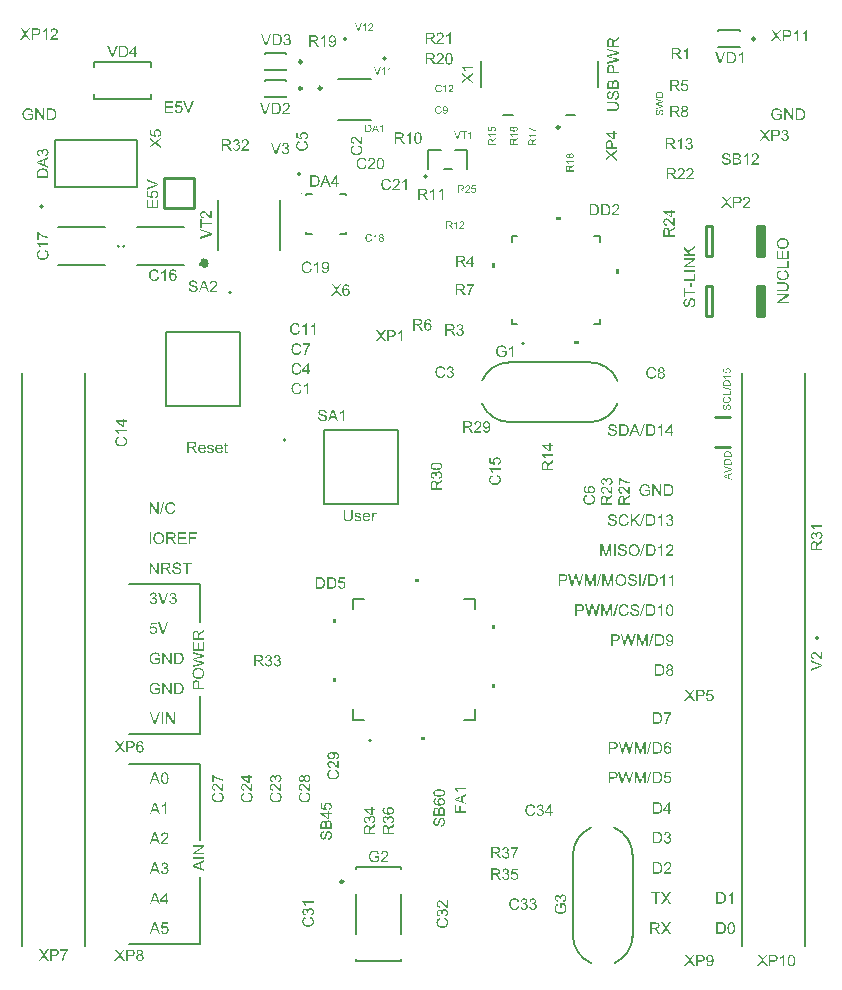
<source format=gto>
G04*
G04 #@! TF.GenerationSoftware,Altium Limited,Altium Designer,24.4.1 (13)*
G04*
G04 Layer_Color=65535*
%FSAX44Y44*%
%MOMM*%
G71*
G04*
G04 #@! TF.SameCoordinates,09090911-0CFD-4792-A0CC-E2C5D1EC5460*
G04*
G04*
G04 #@! TF.FilePolarity,Positive*
G04*
G01*
G75*
%ADD10C,0.1524*%
%ADD11C,0.2500*%
%ADD12C,0.1000*%
%ADD13C,0.5080*%
%ADD14C,0.2540*%
%ADD15C,0.2000*%
%ADD16R,0.5388X2.5400*%
G36*
X00283991Y00263405D02*
Y00259595D01*
X00281451D01*
Y00263405D01*
X00283991D01*
D02*
G37*
G36*
Y00313405D02*
Y00309595D01*
X00281451D01*
Y00313405D01*
X00283991D01*
D02*
G37*
G36*
X00355595Y00212991D02*
Y00210451D01*
X00359405D01*
Y00212991D01*
X00355595D01*
D02*
G37*
G36*
X00416009Y00258405D02*
Y00254595D01*
X00418549D01*
Y00258405D01*
X00416009D01*
D02*
G37*
G36*
Y00308405D02*
Y00304595D01*
X00418549D01*
Y00308405D01*
X00416009D01*
D02*
G37*
G36*
X00350595Y00345009D02*
Y00347549D01*
X00354405D01*
Y00345009D01*
X00350595D01*
D02*
G37*
G36*
X00485554Y00548991D02*
Y00546451D01*
X00489364D01*
Y00548991D01*
X00485554D01*
D02*
G37*
G36*
X00520968Y00609405D02*
Y00605595D01*
X00523508D01*
Y00609405D01*
X00520968D01*
D02*
G37*
G36*
X00418950Y00614405D02*
Y00610595D01*
X00416410D01*
Y00614405D01*
X00418950D01*
D02*
G37*
G36*
X00470554Y00651009D02*
Y00653549D01*
X00474364D01*
Y00651009D01*
X00470554D01*
D02*
G37*
G36*
X00615340Y00666386D02*
X00618932Y00661352D01*
X00617365D01*
X00614938Y00664764D01*
X00614924Y00664778D01*
X00614896Y00664819D01*
X00614869Y00664875D01*
X00614813Y00664944D01*
X00614688Y00665138D01*
X00614550Y00665346D01*
X00614536Y00665332D01*
X00614494Y00665277D01*
X00614439Y00665193D01*
X00614369Y00665083D01*
X00614217Y00664861D01*
X00614147Y00664764D01*
X00614092Y00664680D01*
X00611665Y00661352D01*
X00610140D01*
X00613842Y00666317D01*
X00610569Y00670949D01*
X00612081D01*
X00613829Y00668480D01*
Y00668466D01*
X00613856Y00668453D01*
X00613884Y00668411D01*
X00613926Y00668355D01*
X00614009Y00668217D01*
X00614134Y00668050D01*
X00614258Y00667856D01*
X00614383Y00667662D01*
X00614494Y00667482D01*
X00614591Y00667315D01*
X00614605Y00667343D01*
X00614647Y00667399D01*
X00614716Y00667510D01*
X00614813Y00667648D01*
X00614924Y00667801D01*
X00615063Y00667995D01*
X00615201Y00668189D01*
X00615368Y00668397D01*
X00617282Y00670949D01*
X00618669D01*
X00615340Y00666386D01*
D02*
G37*
G36*
X00631941Y00670977D02*
X00632052Y00670963D01*
X00632190Y00670949D01*
X00632343Y00670921D01*
X00632495Y00670893D01*
X00632856Y00670796D01*
X00633217Y00670658D01*
X00633397Y00670574D01*
X00633577Y00670477D01*
X00633744Y00670353D01*
X00633896Y00670214D01*
X00633910Y00670200D01*
X00633938Y00670186D01*
X00633965Y00670131D01*
X00634021Y00670075D01*
X00634090Y00670006D01*
X00634160Y00669909D01*
X00634229Y00669812D01*
X00634312Y00669687D01*
X00634451Y00669423D01*
X00634590Y00669091D01*
X00634645Y00668924D01*
X00634673Y00668730D01*
X00634701Y00668536D01*
X00634714Y00668328D01*
Y00668300D01*
Y00668231D01*
X00634701Y00668120D01*
X00634687Y00667967D01*
X00634659Y00667801D01*
X00634603Y00667607D01*
X00634548Y00667399D01*
X00634465Y00667191D01*
X00634451Y00667163D01*
X00634423Y00667094D01*
X00634368Y00666983D01*
X00634284Y00666830D01*
X00634174Y00666664D01*
X00634035Y00666456D01*
X00633868Y00666247D01*
X00633674Y00666012D01*
X00633647Y00665984D01*
X00633577Y00665901D01*
X00633508Y00665832D01*
X00633438Y00665762D01*
X00633355Y00665679D01*
X00633244Y00665568D01*
X00633133Y00665457D01*
X00632995Y00665332D01*
X00632856Y00665193D01*
X00632690Y00665041D01*
X00632509Y00664888D01*
X00632315Y00664708D01*
X00632093Y00664528D01*
X00631871Y00664334D01*
X00631857Y00664320D01*
X00631830Y00664292D01*
X00631774Y00664250D01*
X00631705Y00664195D01*
X00631622Y00664112D01*
X00631525Y00664029D01*
X00631303Y00663848D01*
X00631067Y00663640D01*
X00630845Y00663432D01*
X00630651Y00663252D01*
X00630568Y00663183D01*
X00630498Y00663113D01*
X00630485Y00663099D01*
X00630443Y00663058D01*
X00630387Y00663002D01*
X00630318Y00662919D01*
X00630249Y00662822D01*
X00630165Y00662725D01*
X00629999Y00662489D01*
X00634728D01*
Y00661352D01*
X00628363D01*
Y00661366D01*
Y00661421D01*
Y00661505D01*
X00628377Y00661616D01*
X00628390Y00661740D01*
X00628418Y00661879D01*
X00628446Y00662018D01*
X00628501Y00662170D01*
Y00662184D01*
X00628515Y00662198D01*
X00628543Y00662281D01*
X00628598Y00662406D01*
X00628682Y00662572D01*
X00628792Y00662767D01*
X00628931Y00662989D01*
X00629084Y00663210D01*
X00629278Y00663446D01*
Y00663460D01*
X00629306Y00663474D01*
X00629375Y00663557D01*
X00629500Y00663682D01*
X00629680Y00663862D01*
X00629888Y00664070D01*
X00630152Y00664320D01*
X00630471Y00664597D01*
X00630817Y00664888D01*
X00630831Y00664902D01*
X00630887Y00664944D01*
X00630970Y00665013D01*
X00631067Y00665097D01*
X00631192Y00665207D01*
X00631344Y00665332D01*
X00631497Y00665471D01*
X00631677Y00665623D01*
X00632024Y00665956D01*
X00632371Y00666289D01*
X00632537Y00666456D01*
X00632690Y00666622D01*
X00632828Y00666775D01*
X00632939Y00666927D01*
Y00666941D01*
X00632967Y00666955D01*
X00632995Y00666996D01*
X00633022Y00667052D01*
X00633120Y00667205D01*
X00633230Y00667385D01*
X00633327Y00667607D01*
X00633425Y00667842D01*
X00633480Y00668106D01*
X00633508Y00668355D01*
Y00668369D01*
Y00668383D01*
X00633494Y00668466D01*
X00633480Y00668605D01*
X00633438Y00668758D01*
X00633383Y00668952D01*
X00633286Y00669146D01*
X00633161Y00669340D01*
X00632995Y00669534D01*
X00632967Y00669562D01*
X00632898Y00669618D01*
X00632800Y00669687D01*
X00632648Y00669784D01*
X00632454Y00669867D01*
X00632232Y00669950D01*
X00631968Y00670006D01*
X00631677Y00670020D01*
X00631594D01*
X00631539Y00670006D01*
X00631372Y00669992D01*
X00631178Y00669950D01*
X00630970Y00669895D01*
X00630734Y00669798D01*
X00630512Y00669673D01*
X00630304Y00669507D01*
X00630276Y00669479D01*
X00630221Y00669409D01*
X00630138Y00669299D01*
X00630055Y00669132D01*
X00629958Y00668938D01*
X00629874Y00668688D01*
X00629819Y00668411D01*
X00629791Y00668092D01*
X00628585Y00668217D01*
Y00668231D01*
X00628598Y00668272D01*
Y00668342D01*
X00628612Y00668439D01*
X00628640Y00668550D01*
X00628668Y00668674D01*
X00628709Y00668827D01*
X00628751Y00668980D01*
X00628862Y00669313D01*
X00629028Y00669645D01*
X00629125Y00669812D01*
X00629250Y00669978D01*
X00629375Y00670131D01*
X00629514Y00670269D01*
X00629528Y00670283D01*
X00629555Y00670297D01*
X00629597Y00670339D01*
X00629666Y00670380D01*
X00629749Y00670436D01*
X00629846Y00670491D01*
X00629958Y00670561D01*
X00630096Y00670630D01*
X00630249Y00670699D01*
X00630415Y00670769D01*
X00630595Y00670824D01*
X00630790Y00670880D01*
X00630998Y00670921D01*
X00631219Y00670963D01*
X00631455Y00670977D01*
X00631705Y00670991D01*
X00631844D01*
X00631941Y00670977D01*
D02*
G37*
G36*
X00624216Y00670935D02*
X00624452Y00670921D01*
X00624701Y00670907D01*
X00624937Y00670880D01*
X00625145Y00670852D01*
X00625173D01*
X00625270Y00670824D01*
X00625395Y00670796D01*
X00625561Y00670755D01*
X00625742Y00670685D01*
X00625936Y00670602D01*
X00626144Y00670505D01*
X00626324Y00670394D01*
X00626352Y00670380D01*
X00626407Y00670339D01*
X00626490Y00670256D01*
X00626601Y00670158D01*
X00626726Y00670034D01*
X00626851Y00669867D01*
X00626990Y00669687D01*
X00627101Y00669479D01*
X00627114Y00669451D01*
X00627142Y00669382D01*
X00627198Y00669257D01*
X00627253Y00669091D01*
X00627295Y00668896D01*
X00627350Y00668674D01*
X00627378Y00668425D01*
X00627392Y00668161D01*
Y00668148D01*
Y00668106D01*
Y00668050D01*
X00627378Y00667953D01*
X00627364Y00667856D01*
X00627350Y00667731D01*
X00627323Y00667593D01*
X00627295Y00667440D01*
X00627198Y00667121D01*
X00627142Y00666955D01*
X00627059Y00666775D01*
X00626962Y00666594D01*
X00626865Y00666428D01*
X00626740Y00666261D01*
X00626601Y00666095D01*
X00626587Y00666081D01*
X00626560Y00666053D01*
X00626518Y00666012D01*
X00626449Y00665970D01*
X00626366Y00665901D01*
X00626255Y00665832D01*
X00626116Y00665748D01*
X00625963Y00665679D01*
X00625783Y00665596D01*
X00625575Y00665512D01*
X00625353Y00665443D01*
X00625090Y00665388D01*
X00624812Y00665332D01*
X00624507Y00665291D01*
X00624160Y00665263D01*
X00623800Y00665249D01*
X00621345D01*
Y00661352D01*
X00620069D01*
Y00670949D01*
X00624008D01*
X00624216Y00670935D01*
D02*
G37*
G36*
X00588042Y00627138D02*
X00583122Y00623670D01*
X00584659Y00622077D01*
X00588042D01*
Y00620780D01*
X00578287D01*
Y00622077D01*
X00583136D01*
X00578287Y00626898D01*
Y00628660D01*
X00582248Y00624572D01*
X00588042Y00628843D01*
Y00627138D01*
D02*
G37*
G36*
Y00617326D02*
X00580387Y00612223D01*
X00588042D01*
Y00610983D01*
X00578287D01*
Y00612308D01*
X00585956Y00617425D01*
X00578287D01*
Y00618665D01*
X00588042D01*
Y00617326D01*
D02*
G37*
G36*
Y00607416D02*
X00578287D01*
Y00608713D01*
X00588042D01*
Y00607416D01*
D02*
G37*
G36*
Y00599564D02*
X00578287D01*
Y00600861D01*
X00586886D01*
Y00605668D01*
X00588042D01*
Y00599564D01*
D02*
G37*
G36*
X00585110Y00594447D02*
X00583912D01*
Y00598154D01*
X00585110D01*
Y00594447D01*
D02*
G37*
G36*
X00579443Y00590528D02*
X00588042D01*
Y00589231D01*
X00579443D01*
Y00586017D01*
X00578287D01*
Y00593742D01*
X00579443D01*
Y00590528D01*
D02*
G37*
G36*
X00585589Y00584945D02*
X00585786Y00584917D01*
X00586012Y00584861D01*
X00586252Y00584790D01*
X00586505Y00584678D01*
X00586773Y00584522D01*
X00586787D01*
X00586801Y00584508D01*
X00586886Y00584438D01*
X00587013Y00584339D01*
X00587154Y00584198D01*
X00587323Y00584015D01*
X00587506Y00583789D01*
X00587675Y00583536D01*
X00587830Y00583240D01*
Y00583226D01*
X00587845Y00583197D01*
X00587859Y00583155D01*
X00587887Y00583099D01*
X00587915Y00583014D01*
X00587957Y00582915D01*
X00588014Y00582690D01*
X00588084Y00582422D01*
X00588155Y00582098D01*
X00588197Y00581745D01*
X00588211Y00581365D01*
Y00581139D01*
X00588197Y00581026D01*
Y00580900D01*
X00588183Y00580759D01*
X00588169Y00580589D01*
X00588112Y00580237D01*
X00588056Y00579870D01*
X00587957Y00579504D01*
X00587830Y00579151D01*
Y00579137D01*
X00587816Y00579109D01*
X00587788Y00579067D01*
X00587760Y00579011D01*
X00587675Y00578841D01*
X00587548Y00578644D01*
X00587379Y00578418D01*
X00587182Y00578179D01*
X00586942Y00577953D01*
X00586674Y00577742D01*
X00586660D01*
X00586632Y00577714D01*
X00586590Y00577700D01*
X00586534Y00577657D01*
X00586463Y00577629D01*
X00586379Y00577587D01*
X00586167Y00577488D01*
X00585899Y00577389D01*
X00585603Y00577305D01*
X00585265Y00577248D01*
X00584912Y00577220D01*
X00584800Y00578433D01*
X00584814D01*
X00584828D01*
X00584870Y00578447D01*
X00584926D01*
X00585053Y00578475D01*
X00585237Y00578517D01*
X00585420Y00578573D01*
X00585631Y00578630D01*
X00585829Y00578728D01*
X00586012Y00578827D01*
X00586026Y00578841D01*
X00586082Y00578884D01*
X00586181Y00578954D01*
X00586280Y00579067D01*
X00586407Y00579208D01*
X00586534Y00579363D01*
X00586660Y00579574D01*
X00586773Y00579800D01*
Y00579814D01*
X00586787Y00579828D01*
X00586801Y00579870D01*
X00586815Y00579913D01*
X00586858Y00580054D01*
X00586914Y00580237D01*
X00586970Y00580462D01*
X00587013Y00580716D01*
X00587041Y00580998D01*
X00587055Y00581308D01*
Y00581435D01*
X00587041Y00581576D01*
X00587027Y00581745D01*
X00586999Y00581943D01*
X00586970Y00582168D01*
X00586914Y00582394D01*
X00586844Y00582605D01*
X00586830Y00582633D01*
X00586801Y00582704D01*
X00586745Y00582803D01*
X00586689Y00582929D01*
X00586590Y00583056D01*
X00586491Y00583197D01*
X00586379Y00583338D01*
X00586237Y00583451D01*
X00586223Y00583465D01*
X00586167Y00583493D01*
X00586096Y00583536D01*
X00585984Y00583592D01*
X00585871Y00583648D01*
X00585730Y00583691D01*
X00585575Y00583719D01*
X00585406Y00583733D01*
X00585392D01*
X00585321D01*
X00585237Y00583719D01*
X00585124Y00583705D01*
X00585011Y00583662D01*
X00584870Y00583620D01*
X00584729Y00583550D01*
X00584602Y00583451D01*
X00584588Y00583437D01*
X00584546Y00583395D01*
X00584490Y00583338D01*
X00584405Y00583240D01*
X00584320Y00583127D01*
X00584222Y00582972D01*
X00584123Y00582789D01*
X00584038Y00582577D01*
X00584024Y00582563D01*
X00584010Y00582492D01*
X00583968Y00582380D01*
X00583954Y00582309D01*
X00583926Y00582211D01*
X00583883Y00582112D01*
X00583855Y00581985D01*
X00583813Y00581844D01*
X00583770Y00581675D01*
X00583728Y00581506D01*
X00583672Y00581308D01*
X00583615Y00581083D01*
X00583559Y00580843D01*
Y00580829D01*
X00583545Y00580787D01*
X00583531Y00580716D01*
X00583503Y00580632D01*
X00583475Y00580519D01*
X00583446Y00580392D01*
X00583362Y00580110D01*
X00583263Y00579800D01*
X00583164Y00579476D01*
X00583066Y00579194D01*
X00583009Y00579067D01*
X00582953Y00578954D01*
Y00578940D01*
X00582939Y00578926D01*
X00582882Y00578841D01*
X00582812Y00578714D01*
X00582699Y00578573D01*
X00582572Y00578404D01*
X00582417Y00578235D01*
X00582234Y00578066D01*
X00582037Y00577925D01*
X00582008Y00577911D01*
X00581938Y00577869D01*
X00581825Y00577812D01*
X00581684Y00577756D01*
X00581501Y00577700D01*
X00581289Y00577643D01*
X00581064Y00577601D01*
X00580824Y00577587D01*
X00580810D01*
X00580796D01*
X00580754D01*
X00580697D01*
X00580556Y00577615D01*
X00580373Y00577643D01*
X00580162Y00577685D01*
X00579922Y00577756D01*
X00579682Y00577854D01*
X00579443Y00577995D01*
X00579429D01*
X00579414Y00578010D01*
X00579330Y00578080D01*
X00579217Y00578179D01*
X00579076Y00578306D01*
X00578921Y00578475D01*
X00578752Y00578686D01*
X00578597Y00578940D01*
X00578456Y00579222D01*
Y00579236D01*
X00578442Y00579264D01*
X00578428Y00579306D01*
X00578400Y00579363D01*
X00578371Y00579433D01*
X00578343Y00579532D01*
X00578287Y00579743D01*
X00578230Y00580011D01*
X00578174Y00580322D01*
X00578132Y00580646D01*
X00578118Y00581012D01*
Y00581195D01*
X00578132Y00581294D01*
Y00581393D01*
X00578160Y00581661D01*
X00578202Y00581957D01*
X00578273Y00582267D01*
X00578357Y00582605D01*
X00578470Y00582915D01*
Y00582929D01*
X00578484Y00582958D01*
X00578512Y00583000D01*
X00578540Y00583056D01*
X00578611Y00583197D01*
X00578738Y00583381D01*
X00578879Y00583592D01*
X00579062Y00583803D01*
X00579274Y00584001D01*
X00579513Y00584184D01*
X00579527D01*
X00579541Y00584198D01*
X00579584Y00584226D01*
X00579626Y00584255D01*
X00579767Y00584325D01*
X00579950Y00584410D01*
X00580176Y00584508D01*
X00580444Y00584579D01*
X00580726Y00584649D01*
X00581036Y00584678D01*
X00581134Y00583437D01*
X00581120D01*
X00581092D01*
X00581050Y00583423D01*
X00580979Y00583409D01*
X00580824Y00583366D01*
X00580613Y00583310D01*
X00580387Y00583226D01*
X00580162Y00583099D01*
X00579950Y00582943D01*
X00579753Y00582746D01*
X00579739Y00582718D01*
X00579682Y00582648D01*
X00579598Y00582506D01*
X00579513Y00582323D01*
X00579429Y00582084D01*
X00579344Y00581802D01*
X00579288Y00581449D01*
X00579274Y00581054D01*
Y00580857D01*
X00579288Y00580773D01*
X00579302Y00580660D01*
X00579330Y00580406D01*
X00579386Y00580124D01*
X00579457Y00579842D01*
X00579570Y00579574D01*
X00579640Y00579462D01*
X00579711Y00579349D01*
X00579725Y00579321D01*
X00579781Y00579264D01*
X00579880Y00579180D01*
X00579992Y00579095D01*
X00580148Y00578996D01*
X00580317Y00578912D01*
X00580514Y00578855D01*
X00580740Y00578827D01*
X00580768D01*
X00580824D01*
X00580923Y00578841D01*
X00581036Y00578870D01*
X00581177Y00578912D01*
X00581318Y00578982D01*
X00581459Y00579067D01*
X00581600Y00579194D01*
X00581614Y00579208D01*
X00581656Y00579278D01*
X00581698Y00579335D01*
X00581726Y00579391D01*
X00581769Y00579476D01*
X00581825Y00579574D01*
X00581867Y00579701D01*
X00581924Y00579842D01*
X00581980Y00579997D01*
X00582051Y00580181D01*
X00582107Y00580378D01*
X00582178Y00580603D01*
X00582234Y00580857D01*
X00582304Y00581139D01*
Y00581153D01*
X00582318Y00581210D01*
X00582333Y00581294D01*
X00582361Y00581393D01*
X00582389Y00581520D01*
X00582431Y00581675D01*
X00582474Y00581830D01*
X00582516Y00581999D01*
X00582615Y00582366D01*
X00582713Y00582718D01*
X00582770Y00582887D01*
X00582826Y00583042D01*
X00582868Y00583183D01*
X00582925Y00583296D01*
Y00583310D01*
X00582939Y00583338D01*
X00582967Y00583381D01*
X00582995Y00583437D01*
X00583080Y00583592D01*
X00583192Y00583775D01*
X00583348Y00583987D01*
X00583517Y00584198D01*
X00583714Y00584395D01*
X00583926Y00584565D01*
X00583954Y00584579D01*
X00584024Y00584635D01*
X00584151Y00584692D01*
X00584320Y00584776D01*
X00584518Y00584847D01*
X00584757Y00584917D01*
X00585025Y00584959D01*
X00585307Y00584973D01*
X00585321D01*
X00585335D01*
X00585378D01*
X00585434D01*
X00585589Y00584945D01*
D02*
G37*
G36*
X00662504Y00635879D02*
X00662631D01*
X00662786Y00635865D01*
X00662955Y00635836D01*
X00663139Y00635822D01*
X00663547Y00635752D01*
X00663998Y00635639D01*
X00664450Y00635484D01*
X00664675Y00635400D01*
X00664901Y00635287D01*
X00664915D01*
X00664957Y00635259D01*
X00665014Y00635230D01*
X00665098Y00635174D01*
X00665197Y00635118D01*
X00665295Y00635047D01*
X00665563Y00634850D01*
X00665845Y00634610D01*
X00666141Y00634328D01*
X00666423Y00633990D01*
X00666677Y00633595D01*
Y00633581D01*
X00666705Y00633553D01*
X00666733Y00633482D01*
X00666776Y00633398D01*
X00666818Y00633299D01*
X00666860Y00633186D01*
X00666917Y00633045D01*
X00666973Y00632890D01*
X00667029Y00632721D01*
X00667086Y00632538D01*
X00667170Y00632129D01*
X00667241Y00631692D01*
X00667269Y00631227D01*
Y00631086D01*
X00667255Y00631001D01*
Y00630874D01*
X00667227Y00630733D01*
X00667213Y00630578D01*
X00667184Y00630395D01*
X00667100Y00630014D01*
X00666987Y00629606D01*
X00666818Y00629183D01*
X00666719Y00628971D01*
X00666606Y00628760D01*
X00666592Y00628746D01*
X00666578Y00628718D01*
X00666536Y00628661D01*
X00666479Y00628577D01*
X00666423Y00628492D01*
X00666339Y00628393D01*
X00666127Y00628154D01*
X00665873Y00627886D01*
X00665563Y00627604D01*
X00665211Y00627350D01*
X00664802Y00627110D01*
X00664788D01*
X00664746Y00627082D01*
X00664689Y00627054D01*
X00664605Y00627026D01*
X00664492Y00626984D01*
X00664365Y00626941D01*
X00664224Y00626885D01*
X00664069Y00626843D01*
X00663886Y00626786D01*
X00663702Y00626730D01*
X00663279Y00626645D01*
X00662842Y00626589D01*
X00662363Y00626561D01*
X00662349D01*
X00662335D01*
X00662250D01*
X00662124Y00626575D01*
X00661954D01*
X00661757Y00626603D01*
X00661517Y00626631D01*
X00661250Y00626674D01*
X00660968Y00626730D01*
X00660672Y00626786D01*
X00660361Y00626871D01*
X00660051Y00626984D01*
X00659727Y00627110D01*
X00659417Y00627252D01*
X00659107Y00627435D01*
X00658825Y00627632D01*
X00658557Y00627858D01*
X00658543Y00627872D01*
X00658501Y00627914D01*
X00658430Y00627999D01*
X00658346Y00628097D01*
X00658233Y00628224D01*
X00658120Y00628379D01*
X00657993Y00628563D01*
X00657866Y00628774D01*
X00657739Y00628999D01*
X00657613Y00629253D01*
X00657500Y00629535D01*
X00657387Y00629831D01*
X00657302Y00630155D01*
X00657232Y00630494D01*
X00657190Y00630846D01*
X00657176Y00631227D01*
Y00631354D01*
X00657190Y00631452D01*
Y00631579D01*
X00657204Y00631706D01*
X00657232Y00631875D01*
X00657260Y00632044D01*
X00657331Y00632411D01*
X00657443Y00632834D01*
X00657613Y00633243D01*
X00657711Y00633454D01*
X00657824Y00633666D01*
X00657838Y00633680D01*
X00657852Y00633708D01*
X00657895Y00633764D01*
X00657937Y00633849D01*
X00658007Y00633933D01*
X00658092Y00634046D01*
X00658289Y00634286D01*
X00658543Y00634540D01*
X00658853Y00634822D01*
X00659220Y00635089D01*
X00659628Y00635315D01*
X00659642D01*
X00659685Y00635343D01*
X00659741Y00635371D01*
X00659826Y00635400D01*
X00659939Y00635456D01*
X00660065Y00635498D01*
X00660220Y00635555D01*
X00660390Y00635611D01*
X00660573Y00635653D01*
X00660770Y00635710D01*
X00660996Y00635766D01*
X00661221Y00635808D01*
X00661715Y00635865D01*
X00662250Y00635893D01*
X00662264D01*
X00662321D01*
X00662391D01*
X00662504Y00635879D01*
D02*
G37*
G36*
X00667100Y00617877D02*
X00657345D01*
Y00624940D01*
X00658501D01*
Y00619174D01*
X00661475D01*
Y00624573D01*
X00662631D01*
Y00619174D01*
X00665944D01*
Y00625165D01*
X00667100D01*
Y00617877D01*
D02*
G37*
G36*
Y00610222D02*
X00657345D01*
Y00611519D01*
X00665944D01*
Y00616326D01*
X00667100D01*
Y00610222D01*
D02*
G37*
G36*
X00664083Y00608672D02*
X00664168Y00608643D01*
X00664280Y00608601D01*
X00664407Y00608559D01*
X00664562Y00608503D01*
X00664732Y00608432D01*
X00664915Y00608347D01*
X00665310Y00608150D01*
X00665704Y00607896D01*
X00665902Y00607741D01*
X00666099Y00607586D01*
X00666268Y00607417D01*
X00666437Y00607220D01*
X00666451Y00607206D01*
X00666479Y00607177D01*
X00666508Y00607107D01*
X00666564Y00607036D01*
X00666635Y00606924D01*
X00666705Y00606811D01*
X00666776Y00606656D01*
X00666846Y00606501D01*
X00666931Y00606317D01*
X00667001Y00606120D01*
X00667072Y00605909D01*
X00667142Y00605683D01*
X00667198Y00605443D01*
X00667227Y00605190D01*
X00667255Y00604922D01*
X00667269Y00604640D01*
Y00604485D01*
X00667255Y00604372D01*
Y00604245D01*
X00667241Y00604090D01*
X00667213Y00603921D01*
X00667184Y00603724D01*
X00667114Y00603315D01*
X00667001Y00602892D01*
X00666846Y00602469D01*
X00666747Y00602272D01*
X00666635Y00602074D01*
X00666620Y00602060D01*
X00666606Y00602032D01*
X00666564Y00601976D01*
X00666508Y00601919D01*
X00666451Y00601835D01*
X00666367Y00601736D01*
X00666268Y00601623D01*
X00666155Y00601510D01*
X00666028Y00601398D01*
X00665902Y00601271D01*
X00665577Y00601017D01*
X00665197Y00600777D01*
X00664774Y00600566D01*
X00664760D01*
X00664717Y00600538D01*
X00664647Y00600524D01*
X00664562Y00600481D01*
X00664450Y00600453D01*
X00664309Y00600411D01*
X00664154Y00600354D01*
X00663984Y00600312D01*
X00663801Y00600270D01*
X00663590Y00600213D01*
X00663153Y00600143D01*
X00662659Y00600087D01*
X00662152Y00600058D01*
X00662138D01*
X00662081D01*
X00661997D01*
X00661898Y00600073D01*
X00661757D01*
X00661616Y00600087D01*
X00661433Y00600101D01*
X00661250Y00600129D01*
X00660841Y00600199D01*
X00660390Y00600298D01*
X00659939Y00600439D01*
X00659501Y00600636D01*
X00659487Y00600650D01*
X00659445Y00600664D01*
X00659389Y00600693D01*
X00659318Y00600749D01*
X00659220Y00600806D01*
X00659107Y00600876D01*
X00658853Y00601059D01*
X00658571Y00601299D01*
X00658289Y00601581D01*
X00658007Y00601905D01*
X00657768Y00602286D01*
X00657754Y00602300D01*
X00657739Y00602342D01*
X00657711Y00602398D01*
X00657669Y00602469D01*
X00657627Y00602582D01*
X00657584Y00602695D01*
X00657528Y00602836D01*
X00657472Y00602990D01*
X00657415Y00603160D01*
X00657359Y00603343D01*
X00657274Y00603738D01*
X00657204Y00604189D01*
X00657176Y00604654D01*
Y00604795D01*
X00657190Y00604894D01*
X00657204Y00605020D01*
X00657218Y00605176D01*
X00657232Y00605331D01*
X00657274Y00605514D01*
X00657359Y00605895D01*
X00657486Y00606317D01*
X00657570Y00606529D01*
X00657669Y00606726D01*
X00657796Y00606924D01*
X00657923Y00607121D01*
X00657937Y00607135D01*
X00657951Y00607163D01*
X00657993Y00607220D01*
X00658064Y00607290D01*
X00658134Y00607361D01*
X00658233Y00607459D01*
X00658346Y00607558D01*
X00658458Y00607671D01*
X00658599Y00607784D01*
X00658768Y00607896D01*
X00658938Y00608023D01*
X00659121Y00608136D01*
X00659332Y00608235D01*
X00659544Y00608347D01*
X00659769Y00608432D01*
X00660023Y00608517D01*
X00660319Y00607248D01*
X00660305D01*
X00660277Y00607234D01*
X00660220Y00607206D01*
X00660150Y00607177D01*
X00660065Y00607149D01*
X00659953Y00607107D01*
X00659727Y00606994D01*
X00659473Y00606853D01*
X00659220Y00606684D01*
X00658980Y00606473D01*
X00658768Y00606247D01*
X00658740Y00606219D01*
X00658684Y00606134D01*
X00658613Y00605993D01*
X00658515Y00605810D01*
X00658430Y00605570D01*
X00658346Y00605302D01*
X00658289Y00604978D01*
X00658275Y00604626D01*
Y00604513D01*
X00658289Y00604442D01*
Y00604344D01*
X00658303Y00604231D01*
X00658346Y00603963D01*
X00658402Y00603667D01*
X00658501Y00603357D01*
X00658642Y00603033D01*
X00658825Y00602737D01*
Y00602723D01*
X00658853Y00602709D01*
X00658923Y00602610D01*
X00659036Y00602483D01*
X00659205Y00602328D01*
X00659417Y00602145D01*
X00659657Y00601976D01*
X00659953Y00601820D01*
X00660277Y00601679D01*
X00660291D01*
X00660319Y00601665D01*
X00660361Y00601651D01*
X00660432Y00601637D01*
X00660517Y00601609D01*
X00660615Y00601581D01*
X00660855Y00601539D01*
X00661137Y00601482D01*
X00661447Y00601426D01*
X00661785Y00601398D01*
X00662152Y00601384D01*
X00662166D01*
X00662208D01*
X00662279D01*
X00662363D01*
X00662462Y00601398D01*
X00662589D01*
X00662730Y00601412D01*
X00662885Y00601426D01*
X00663223Y00601468D01*
X00663590Y00601539D01*
X00663956Y00601623D01*
X00664323Y00601736D01*
X00664337D01*
X00664365Y00601750D01*
X00664407Y00601778D01*
X00664478Y00601806D01*
X00664647Y00601891D01*
X00664844Y00602018D01*
X00665070Y00602173D01*
X00665310Y00602370D01*
X00665521Y00602596D01*
X00665718Y00602864D01*
Y00602878D01*
X00665732Y00602906D01*
X00665761Y00602948D01*
X00665789Y00603005D01*
X00665817Y00603075D01*
X00665859Y00603160D01*
X00665944Y00603357D01*
X00666028Y00603611D01*
X00666099Y00603893D01*
X00666155Y00604203D01*
X00666169Y00604527D01*
Y00604626D01*
X00666155Y00604710D01*
Y00604809D01*
X00666141Y00604908D01*
X00666085Y00605162D01*
X00666014Y00605457D01*
X00665902Y00605754D01*
X00665747Y00606064D01*
X00665662Y00606219D01*
X00665549Y00606360D01*
X00665535Y00606374D01*
X00665521Y00606388D01*
X00665479Y00606430D01*
X00665436Y00606487D01*
X00665366Y00606543D01*
X00665281Y00606614D01*
X00665197Y00606698D01*
X00665084Y00606768D01*
X00664957Y00606853D01*
X00664816Y00606952D01*
X00664675Y00607036D01*
X00664506Y00607121D01*
X00664323Y00607191D01*
X00664125Y00607262D01*
X00663914Y00607332D01*
X00663688Y00607389D01*
X00664013Y00608686D01*
X00664027D01*
X00664083Y00608672D01*
D02*
G37*
G36*
X00663350Y00598268D02*
X00663491D01*
X00663660Y00598254D01*
X00663829Y00598240D01*
X00664210Y00598198D01*
X00664605Y00598141D01*
X00664985Y00598057D01*
X00665169Y00598000D01*
X00665338Y00597944D01*
X00665352D01*
X00665380Y00597930D01*
X00665422Y00597901D01*
X00665479Y00597873D01*
X00665634Y00597789D01*
X00665831Y00597662D01*
X00666057Y00597493D01*
X00666282Y00597295D01*
X00666522Y00597042D01*
X00666733Y00596731D01*
Y00596717D01*
X00666761Y00596689D01*
X00666776Y00596647D01*
X00666818Y00596576D01*
X00666860Y00596492D01*
X00666902Y00596379D01*
X00666945Y00596266D01*
X00667001Y00596125D01*
X00667057Y00595970D01*
X00667100Y00595801D01*
X00667142Y00595618D01*
X00667184Y00595406D01*
X00667213Y00595195D01*
X00667241Y00594969D01*
X00667269Y00594462D01*
Y00594335D01*
X00667255Y00594236D01*
Y00594123D01*
X00667241Y00593983D01*
X00667227Y00593828D01*
X00667213Y00593672D01*
X00667156Y00593320D01*
X00667072Y00592939D01*
X00666959Y00592573D01*
X00666804Y00592220D01*
Y00592206D01*
X00666776Y00592178D01*
X00666747Y00592136D01*
X00666719Y00592080D01*
X00666606Y00591924D01*
X00666451Y00591741D01*
X00666254Y00591530D01*
X00666028Y00591332D01*
X00665747Y00591135D01*
X00665436Y00590980D01*
X00665422D01*
X00665394Y00590966D01*
X00665338Y00590952D01*
X00665267Y00590924D01*
X00665183Y00590895D01*
X00665070Y00590867D01*
X00664943Y00590825D01*
X00664788Y00590797D01*
X00664619Y00590768D01*
X00664436Y00590726D01*
X00664238Y00590698D01*
X00664027Y00590670D01*
X00663787Y00590642D01*
X00663533Y00590628D01*
X00663265Y00590613D01*
X00662983D01*
X00657345D01*
Y00591910D01*
X00662983D01*
X00662998D01*
X00663040D01*
X00663110D01*
X00663195D01*
X00663294Y00591924D01*
X00663420D01*
X00663688Y00591939D01*
X00663998Y00591967D01*
X00664309Y00592009D01*
X00664605Y00592065D01*
X00664732Y00592094D01*
X00664858Y00592136D01*
X00664887Y00592150D01*
X00664957Y00592178D01*
X00665056Y00592249D01*
X00665197Y00592333D01*
X00665338Y00592432D01*
X00665493Y00592573D01*
X00665648Y00592742D01*
X00665775Y00592939D01*
X00665789Y00592968D01*
X00665831Y00593038D01*
X00665873Y00593165D01*
X00665930Y00593334D01*
X00666000Y00593531D01*
X00666042Y00593785D01*
X00666085Y00594053D01*
X00666099Y00594349D01*
Y00594490D01*
X00666085Y00594575D01*
Y00594701D01*
X00666071Y00594828D01*
X00666014Y00595139D01*
X00665944Y00595477D01*
X00665831Y00595801D01*
X00665676Y00596111D01*
X00665577Y00596252D01*
X00665465Y00596379D01*
X00665451Y00596393D01*
X00665436Y00596407D01*
X00665394Y00596435D01*
X00665338Y00596478D01*
X00665253Y00596520D01*
X00665169Y00596576D01*
X00665042Y00596633D01*
X00664915Y00596689D01*
X00664760Y00596746D01*
X00664576Y00596788D01*
X00664365Y00596844D01*
X00664139Y00596886D01*
X00663886Y00596929D01*
X00663618Y00596957D01*
X00663308Y00596985D01*
X00662983D01*
X00657345D01*
Y00598282D01*
X00662983D01*
X00662998D01*
X00663054D01*
X00663124D01*
X00663223D01*
X00663350Y00598268D01*
D02*
G37*
G36*
X00667100Y00587089D02*
X00659445Y00581986D01*
X00667100D01*
Y00580746D01*
X00657345D01*
Y00582071D01*
X00665014Y00587188D01*
X00657345D01*
Y00588428D01*
X00667100D01*
Y00587089D01*
D02*
G37*
G36*
X00548046Y00290559D02*
X00546805D01*
Y00298721D01*
X00543958Y00290559D01*
X00542802D01*
X00539982Y00298862D01*
Y00290559D01*
X00538742D01*
Y00300314D01*
X00540673D01*
X00542985Y00293393D01*
Y00293379D01*
X00542999Y00293350D01*
X00543013Y00293308D01*
X00543041Y00293238D01*
X00543098Y00293068D01*
X00543168Y00292857D01*
X00543239Y00292617D01*
X00543323Y00292378D01*
X00543394Y00292152D01*
X00543450Y00291955D01*
X00543464Y00291983D01*
X00543478Y00292053D01*
X00543521Y00292180D01*
X00543577Y00292349D01*
X00543648Y00292575D01*
X00543746Y00292843D01*
X00543845Y00293153D01*
X00543972Y00293519D01*
X00546312Y00300314D01*
X00548046D01*
Y00290559D01*
D02*
G37*
G36*
X00534893D02*
X00533625D01*
X00531581Y00297988D01*
Y00298002D01*
X00531566Y00298031D01*
X00531552Y00298073D01*
X00531538Y00298143D01*
X00531496Y00298298D01*
X00531454Y00298482D01*
X00531397Y00298679D01*
X00531341Y00298862D01*
X00531299Y00299017D01*
X00531284Y00299088D01*
X00531270Y00299130D01*
Y00299116D01*
X00531256Y00299102D01*
X00531242Y00299017D01*
X00531214Y00298890D01*
X00531172Y00298735D01*
X00531129Y00298566D01*
X00531073Y00298369D01*
X00531031Y00298172D01*
X00530974Y00297988D01*
X00528916Y00290559D01*
X00527563D01*
X00525011Y00300314D01*
X00526351D01*
X00527803Y00293914D01*
Y00293900D01*
X00527817Y00293872D01*
X00527831Y00293816D01*
X00527845Y00293745D01*
X00527859Y00293646D01*
X00527887Y00293548D01*
X00527915Y00293421D01*
X00527943Y00293280D01*
X00528014Y00292984D01*
X00528084Y00292645D01*
X00528155Y00292279D01*
X00528225Y00291912D01*
Y00291927D01*
X00528240Y00291983D01*
X00528268Y00292053D01*
X00528282Y00292166D01*
X00528310Y00292279D01*
X00528352Y00292420D01*
X00528423Y00292730D01*
X00528507Y00293040D01*
X00528536Y00293195D01*
X00528578Y00293336D01*
X00528606Y00293463D01*
X00528634Y00293576D01*
X00528662Y00293661D01*
X00528676Y00293717D01*
X00530523Y00300314D01*
X00532088D01*
X00533470Y00295366D01*
Y00295352D01*
X00533498Y00295282D01*
X00533526Y00295183D01*
X00533554Y00295056D01*
X00533596Y00294887D01*
X00533653Y00294704D01*
X00533709Y00294492D01*
X00533766Y00294253D01*
X00533836Y00293985D01*
X00533892Y00293717D01*
X00534019Y00293139D01*
X00534146Y00292533D01*
X00534245Y00291912D01*
Y00291927D01*
X00534259Y00291955D01*
Y00292011D01*
X00534287Y00292082D01*
X00534301Y00292166D01*
X00534329Y00292265D01*
X00534343Y00292392D01*
X00534386Y00292533D01*
X00534456Y00292843D01*
X00534541Y00293209D01*
X00534626Y00293604D01*
X00534738Y00294041D01*
X00536261Y00300314D01*
X00537572D01*
X00534893Y00290559D01*
D02*
G37*
G36*
X00566513Y00300343D02*
X00566583D01*
X00566682Y00300328D01*
X00566922Y00300286D01*
X00567189Y00300230D01*
X00567486Y00300131D01*
X00567782Y00300004D01*
X00568078Y00299835D01*
X00568092D01*
X00568106Y00299807D01*
X00568148Y00299779D01*
X00568204Y00299736D01*
X00568345Y00299624D01*
X00568529Y00299468D01*
X00568712Y00299257D01*
X00568923Y00299003D01*
X00569107Y00298707D01*
X00569276Y00298369D01*
Y00298355D01*
X00569290Y00298327D01*
X00569318Y00298270D01*
X00569346Y00298200D01*
X00569375Y00298101D01*
X00569417Y00297974D01*
X00569445Y00297833D01*
X00569487Y00297678D01*
X00569530Y00297495D01*
X00569572Y00297283D01*
X00569600Y00297058D01*
X00569628Y00296818D01*
X00569656Y00296550D01*
X00569685Y00296268D01*
X00569699Y00295958D01*
Y00295634D01*
Y00295620D01*
Y00295550D01*
Y00295451D01*
Y00295324D01*
X00569685Y00295169D01*
Y00294986D01*
X00569671Y00294774D01*
X00569642Y00294563D01*
X00569600Y00294083D01*
X00569530Y00293576D01*
X00569431Y00293097D01*
X00569361Y00292857D01*
X00569290Y00292645D01*
Y00292631D01*
X00569276Y00292603D01*
X00569248Y00292547D01*
X00569220Y00292462D01*
X00569177Y00292378D01*
X00569121Y00292265D01*
X00568980Y00292025D01*
X00568811Y00291757D01*
X00568613Y00291476D01*
X00568360Y00291208D01*
X00568078Y00290968D01*
X00568064D01*
X00568035Y00290940D01*
X00567993Y00290912D01*
X00567937Y00290883D01*
X00567852Y00290841D01*
X00567767Y00290785D01*
X00567655Y00290728D01*
X00567542Y00290686D01*
X00567274Y00290573D01*
X00566950Y00290475D01*
X00566598Y00290418D01*
X00566203Y00290390D01*
X00566090D01*
X00566020Y00290404D01*
X00565921D01*
X00565808Y00290418D01*
X00565540Y00290475D01*
X00565244Y00290545D01*
X00564934Y00290658D01*
X00564624Y00290813D01*
X00564469Y00290912D01*
X00564328Y00291024D01*
X00564314Y00291038D01*
X00564300Y00291053D01*
X00564257Y00291095D01*
X00564215Y00291137D01*
X00564159Y00291208D01*
X00564088Y00291292D01*
X00563947Y00291490D01*
X00563806Y00291743D01*
X00563665Y00292053D01*
X00563553Y00292406D01*
X00563468Y00292815D01*
X00564624Y00292913D01*
Y00292899D01*
X00564638Y00292871D01*
Y00292843D01*
X00564652Y00292787D01*
X00564694Y00292631D01*
X00564751Y00292462D01*
X00564821Y00292265D01*
X00564920Y00292068D01*
X00565033Y00291884D01*
X00565174Y00291729D01*
X00565188Y00291715D01*
X00565244Y00291673D01*
X00565343Y00291616D01*
X00565456Y00291560D01*
X00565611Y00291490D01*
X00565794Y00291433D01*
X00566005Y00291391D01*
X00566231Y00291377D01*
X00566330D01*
X00566428Y00291391D01*
X00566555Y00291405D01*
X00566710Y00291433D01*
X00566865Y00291476D01*
X00567034Y00291532D01*
X00567189Y00291616D01*
X00567204Y00291630D01*
X00567260Y00291659D01*
X00567345Y00291715D01*
X00567429Y00291800D01*
X00567542Y00291898D01*
X00567655Y00292011D01*
X00567767Y00292138D01*
X00567880Y00292293D01*
X00567894Y00292307D01*
X00567923Y00292378D01*
X00567979Y00292476D01*
X00568035Y00292603D01*
X00568106Y00292772D01*
X00568176Y00292970D01*
X00568247Y00293195D01*
X00568317Y00293449D01*
Y00293463D01*
X00568331Y00293477D01*
Y00293519D01*
X00568345Y00293576D01*
X00568374Y00293717D01*
X00568416Y00293900D01*
X00568444Y00294126D01*
X00568472Y00294365D01*
X00568487Y00294633D01*
X00568501Y00294915D01*
Y00294929D01*
Y00294972D01*
Y00295042D01*
Y00295155D01*
X00568487Y00295127D01*
X00568430Y00295056D01*
X00568345Y00294957D01*
X00568247Y00294816D01*
X00568106Y00294676D01*
X00567937Y00294520D01*
X00567739Y00294365D01*
X00567514Y00294224D01*
X00567486Y00294210D01*
X00567401Y00294168D01*
X00567274Y00294112D01*
X00567119Y00294055D01*
X00566908Y00293985D01*
X00566682Y00293928D01*
X00566428Y00293886D01*
X00566161Y00293872D01*
X00566048D01*
X00565963Y00293886D01*
X00565850Y00293900D01*
X00565738Y00293914D01*
X00565597Y00293942D01*
X00565456Y00293985D01*
X00565131Y00294083D01*
X00564962Y00294154D01*
X00564793Y00294238D01*
X00564610Y00294337D01*
X00564441Y00294464D01*
X00564272Y00294591D01*
X00564116Y00294746D01*
X00564102Y00294760D01*
X00564074Y00294788D01*
X00564046Y00294831D01*
X00563989Y00294901D01*
X00563919Y00295000D01*
X00563849Y00295098D01*
X00563778Y00295225D01*
X00563708Y00295366D01*
X00563623Y00295521D01*
X00563553Y00295690D01*
X00563482Y00295888D01*
X00563411Y00296085D01*
X00563355Y00296311D01*
X00563327Y00296550D01*
X00563299Y00296790D01*
X00563285Y00297058D01*
Y00297072D01*
Y00297128D01*
Y00297199D01*
X00563299Y00297297D01*
X00563313Y00297424D01*
X00563327Y00297579D01*
X00563355Y00297735D01*
X00563397Y00297918D01*
X00563496Y00298284D01*
X00563567Y00298482D01*
X00563651Y00298693D01*
X00563750Y00298890D01*
X00563877Y00299074D01*
X00564004Y00299271D01*
X00564159Y00299440D01*
X00564173Y00299454D01*
X00564201Y00299483D01*
X00564243Y00299525D01*
X00564314Y00299581D01*
X00564398Y00299652D01*
X00564511Y00299736D01*
X00564624Y00299807D01*
X00564765Y00299905D01*
X00564906Y00299990D01*
X00565075Y00300061D01*
X00565456Y00300216D01*
X00565653Y00300272D01*
X00565878Y00300314D01*
X00566104Y00300343D01*
X00566344Y00300357D01*
X00566442D01*
X00566513Y00300343D01*
D02*
G37*
G36*
X00557942Y00300300D02*
X00558224Y00300286D01*
X00558506Y00300258D01*
X00558788Y00300216D01*
X00559027Y00300173D01*
X00559041D01*
X00559070Y00300159D01*
X00559112D01*
X00559168Y00300131D01*
X00559323Y00300089D01*
X00559521Y00300018D01*
X00559746Y00299920D01*
X00559986Y00299793D01*
X00560226Y00299652D01*
X00560451Y00299468D01*
X00560465Y00299454D01*
X00560479Y00299440D01*
X00560522Y00299398D01*
X00560578Y00299356D01*
X00560719Y00299215D01*
X00560888Y00299017D01*
X00561071Y00298778D01*
X00561269Y00298496D01*
X00561452Y00298172D01*
X00561607Y00297805D01*
Y00297791D01*
X00561621Y00297763D01*
X00561649Y00297706D01*
X00561664Y00297622D01*
X00561706Y00297523D01*
X00561734Y00297410D01*
X00561762Y00297283D01*
X00561805Y00297128D01*
X00561847Y00296973D01*
X00561875Y00296790D01*
X00561945Y00296395D01*
X00561988Y00295958D01*
X00562002Y00295479D01*
Y00295465D01*
Y00295437D01*
Y00295366D01*
Y00295296D01*
X00561988Y00295197D01*
Y00295084D01*
X00561974Y00294816D01*
X00561931Y00294506D01*
X00561889Y00294182D01*
X00561819Y00293844D01*
X00561734Y00293505D01*
Y00293491D01*
X00561720Y00293463D01*
X00561706Y00293421D01*
X00561692Y00293365D01*
X00561635Y00293209D01*
X00561551Y00293012D01*
X00561466Y00292787D01*
X00561353Y00292561D01*
X00561212Y00292321D01*
X00561071Y00292096D01*
X00561057Y00292068D01*
X00561001Y00291997D01*
X00560916Y00291898D01*
X00560804Y00291772D01*
X00560677Y00291630D01*
X00560522Y00291490D01*
X00560367Y00291334D01*
X00560183Y00291208D01*
X00560155Y00291194D01*
X00560099Y00291151D01*
X00560000Y00291095D01*
X00559859Y00291024D01*
X00559690Y00290940D01*
X00559493Y00290869D01*
X00559267Y00290785D01*
X00559013Y00290714D01*
X00558985D01*
X00558943Y00290700D01*
X00558900Y00290686D01*
X00558759Y00290672D01*
X00558562Y00290644D01*
X00558337Y00290616D01*
X00558069Y00290587D01*
X00557773Y00290573D01*
X00557449Y00290559D01*
X00553938D01*
Y00300314D01*
X00557688D01*
X00557942Y00300300D01*
D02*
G37*
G36*
X00521036D02*
X00521276Y00300286D01*
X00521529Y00300272D01*
X00521769Y00300244D01*
X00521981Y00300216D01*
X00522009D01*
X00522107Y00300187D01*
X00522234Y00300159D01*
X00522403Y00300117D01*
X00522587Y00300046D01*
X00522784Y00299962D01*
X00522995Y00299863D01*
X00523179Y00299750D01*
X00523207Y00299736D01*
X00523263Y00299694D01*
X00523348Y00299609D01*
X00523461Y00299511D01*
X00523587Y00299384D01*
X00523714Y00299215D01*
X00523855Y00299032D01*
X00523968Y00298820D01*
X00523982Y00298792D01*
X00524010Y00298721D01*
X00524067Y00298594D01*
X00524123Y00298425D01*
X00524165Y00298228D01*
X00524222Y00298002D01*
X00524250Y00297749D01*
X00524264Y00297481D01*
Y00297467D01*
Y00297424D01*
Y00297368D01*
X00524250Y00297269D01*
X00524236Y00297171D01*
X00524222Y00297044D01*
X00524194Y00296903D01*
X00524165Y00296748D01*
X00524067Y00296423D01*
X00524010Y00296254D01*
X00523926Y00296071D01*
X00523827Y00295888D01*
X00523728Y00295719D01*
X00523602Y00295550D01*
X00523461Y00295380D01*
X00523447Y00295366D01*
X00523418Y00295338D01*
X00523376Y00295296D01*
X00523306Y00295254D01*
X00523221Y00295183D01*
X00523108Y00295112D01*
X00522967Y00295028D01*
X00522812Y00294957D01*
X00522629Y00294873D01*
X00522417Y00294788D01*
X00522192Y00294718D01*
X00521924Y00294661D01*
X00521642Y00294605D01*
X00521332Y00294563D01*
X00520980Y00294534D01*
X00520613Y00294520D01*
X00518118D01*
Y00290559D01*
X00516821D01*
Y00300314D01*
X00520825D01*
X00521036Y00300300D01*
D02*
G37*
G36*
X00550048Y00290390D02*
X00549089D01*
X00551922Y00300483D01*
X00552881D01*
X00550048Y00290390D01*
D02*
G37*
G36*
X00518188Y00402069D02*
X00518287D01*
X00518555Y00402041D01*
X00518851Y00401999D01*
X00519161Y00401928D01*
X00519499Y00401844D01*
X00519809Y00401731D01*
X00519824D01*
X00519852Y00401717D01*
X00519894Y00401689D01*
X00519950Y00401660D01*
X00520092Y00401590D01*
X00520275Y00401463D01*
X00520486Y00401322D01*
X00520698Y00401139D01*
X00520895Y00400928D01*
X00521078Y00400688D01*
Y00400674D01*
X00521092Y00400660D01*
X00521120Y00400617D01*
X00521149Y00400575D01*
X00521219Y00400434D01*
X00521304Y00400251D01*
X00521403Y00400025D01*
X00521473Y00399757D01*
X00521544Y00399476D01*
X00521572Y00399165D01*
X00520331Y00399067D01*
Y00399081D01*
Y00399109D01*
X00520317Y00399151D01*
X00520303Y00399222D01*
X00520261Y00399377D01*
X00520204Y00399588D01*
X00520120Y00399814D01*
X00519993Y00400039D01*
X00519838Y00400251D01*
X00519640Y00400448D01*
X00519612Y00400462D01*
X00519542Y00400519D01*
X00519401Y00400603D01*
X00519217Y00400688D01*
X00518978Y00400772D01*
X00518696Y00400857D01*
X00518343Y00400913D01*
X00517949Y00400928D01*
X00517751D01*
X00517667Y00400913D01*
X00517554Y00400899D01*
X00517300Y00400871D01*
X00517018Y00400815D01*
X00516736Y00400744D01*
X00516469Y00400631D01*
X00516356Y00400561D01*
X00516243Y00400490D01*
X00516215Y00400476D01*
X00516158Y00400420D01*
X00516074Y00400321D01*
X00515989Y00400209D01*
X00515891Y00400053D01*
X00515806Y00399884D01*
X00515750Y00399687D01*
X00515721Y00399461D01*
Y00399433D01*
Y00399377D01*
X00515736Y00399278D01*
X00515764Y00399165D01*
X00515806Y00399024D01*
X00515877Y00398883D01*
X00515961Y00398742D01*
X00516088Y00398601D01*
X00516102Y00398587D01*
X00516172Y00398545D01*
X00516229Y00398503D01*
X00516285Y00398475D01*
X00516370Y00398432D01*
X00516469Y00398376D01*
X00516595Y00398334D01*
X00516736Y00398277D01*
X00516891Y00398221D01*
X00517075Y00398150D01*
X00517272Y00398094D01*
X00517498Y00398023D01*
X00517751Y00397967D01*
X00518033Y00397897D01*
X00518047D01*
X00518104Y00397882D01*
X00518188Y00397868D01*
X00518287Y00397840D01*
X00518414Y00397812D01*
X00518569Y00397770D01*
X00518724Y00397728D01*
X00518893Y00397685D01*
X00519260Y00397587D01*
X00519612Y00397488D01*
X00519781Y00397431D01*
X00519936Y00397375D01*
X00520077Y00397333D01*
X00520190Y00397276D01*
X00520204D01*
X00520232Y00397262D01*
X00520275Y00397234D01*
X00520331Y00397206D01*
X00520486Y00397121D01*
X00520669Y00397009D01*
X00520881Y00396853D01*
X00521092Y00396684D01*
X00521290Y00396487D01*
X00521459Y00396275D01*
X00521473Y00396247D01*
X00521529Y00396177D01*
X00521586Y00396050D01*
X00521670Y00395881D01*
X00521741Y00395683D01*
X00521811Y00395444D01*
X00521854Y00395176D01*
X00521868Y00394894D01*
Y00394880D01*
Y00394866D01*
Y00394823D01*
Y00394767D01*
X00521839Y00394612D01*
X00521811Y00394415D01*
X00521755Y00394189D01*
X00521684Y00393950D01*
X00521572Y00393696D01*
X00521417Y00393428D01*
Y00393414D01*
X00521403Y00393400D01*
X00521332Y00393315D01*
X00521233Y00393188D01*
X00521092Y00393047D01*
X00520909Y00392878D01*
X00520684Y00392695D01*
X00520430Y00392526D01*
X00520134Y00392371D01*
X00520120D01*
X00520092Y00392356D01*
X00520049Y00392342D01*
X00519993Y00392314D01*
X00519908Y00392286D01*
X00519809Y00392244D01*
X00519584Y00392187D01*
X00519316Y00392117D01*
X00518992Y00392046D01*
X00518639Y00392004D01*
X00518259Y00391990D01*
X00518033D01*
X00517920Y00392004D01*
X00517794D01*
X00517653Y00392018D01*
X00517483Y00392032D01*
X00517131Y00392089D01*
X00516765Y00392145D01*
X00516398Y00392244D01*
X00516046Y00392371D01*
X00516031D01*
X00516003Y00392385D01*
X00515961Y00392413D01*
X00515905Y00392441D01*
X00515736Y00392526D01*
X00515538Y00392653D01*
X00515313Y00392822D01*
X00515073Y00393019D01*
X00514847Y00393259D01*
X00514636Y00393527D01*
Y00393541D01*
X00514608Y00393569D01*
X00514594Y00393611D01*
X00514551Y00393667D01*
X00514523Y00393738D01*
X00514481Y00393823D01*
X00514382Y00394034D01*
X00514283Y00394302D01*
X00514199Y00394598D01*
X00514142Y00394936D01*
X00514114Y00395289D01*
X00515327Y00395401D01*
Y00395387D01*
Y00395373D01*
X00515341Y00395331D01*
Y00395275D01*
X00515369Y00395148D01*
X00515411Y00394964D01*
X00515468Y00394781D01*
X00515524Y00394570D01*
X00515623Y00394372D01*
X00515721Y00394189D01*
X00515736Y00394175D01*
X00515778Y00394119D01*
X00515848Y00394020D01*
X00515961Y00393921D01*
X00516102Y00393794D01*
X00516257Y00393667D01*
X00516469Y00393541D01*
X00516694Y00393428D01*
X00516708D01*
X00516722Y00393414D01*
X00516765Y00393400D01*
X00516807Y00393386D01*
X00516948Y00393343D01*
X00517131Y00393287D01*
X00517357Y00393231D01*
X00517610Y00393188D01*
X00517892Y00393160D01*
X00518203Y00393146D01*
X00518329D01*
X00518470Y00393160D01*
X00518639Y00393174D01*
X00518837Y00393202D01*
X00519062Y00393231D01*
X00519288Y00393287D01*
X00519499Y00393357D01*
X00519528Y00393372D01*
X00519598Y00393400D01*
X00519697Y00393456D01*
X00519824Y00393512D01*
X00519950Y00393611D01*
X00520092Y00393710D01*
X00520232Y00393823D01*
X00520345Y00393964D01*
X00520359Y00393978D01*
X00520387Y00394034D01*
X00520430Y00394104D01*
X00520486Y00394217D01*
X00520543Y00394330D01*
X00520585Y00394471D01*
X00520613Y00394626D01*
X00520627Y00394795D01*
Y00394809D01*
Y00394880D01*
X00520613Y00394964D01*
X00520599Y00395077D01*
X00520557Y00395190D01*
X00520514Y00395331D01*
X00520444Y00395472D01*
X00520345Y00395599D01*
X00520331Y00395613D01*
X00520289Y00395655D01*
X00520232Y00395712D01*
X00520134Y00395796D01*
X00520021Y00395881D01*
X00519866Y00395979D01*
X00519683Y00396078D01*
X00519471Y00396163D01*
X00519457Y00396177D01*
X00519387Y00396191D01*
X00519274Y00396233D01*
X00519203Y00396247D01*
X00519105Y00396275D01*
X00519006Y00396318D01*
X00518879Y00396346D01*
X00518738Y00396388D01*
X00518569Y00396431D01*
X00518400Y00396473D01*
X00518203Y00396529D01*
X00517977Y00396586D01*
X00517737Y00396642D01*
X00517723D01*
X00517681Y00396656D01*
X00517610Y00396670D01*
X00517526Y00396698D01*
X00517413Y00396727D01*
X00517286Y00396755D01*
X00517004Y00396839D01*
X00516694Y00396938D01*
X00516370Y00397037D01*
X00516088Y00397135D01*
X00515961Y00397192D01*
X00515848Y00397248D01*
X00515834D01*
X00515820Y00397262D01*
X00515736Y00397319D01*
X00515609Y00397389D01*
X00515468Y00397502D01*
X00515299Y00397629D01*
X00515129Y00397784D01*
X00514960Y00397967D01*
X00514819Y00398164D01*
X00514805Y00398193D01*
X00514763Y00398263D01*
X00514706Y00398376D01*
X00514650Y00398517D01*
X00514594Y00398700D01*
X00514537Y00398912D01*
X00514495Y00399137D01*
X00514481Y00399377D01*
Y00399391D01*
Y00399405D01*
Y00399447D01*
Y00399504D01*
X00514509Y00399645D01*
X00514537Y00399828D01*
X00514580Y00400039D01*
X00514650Y00400279D01*
X00514749Y00400519D01*
X00514890Y00400758D01*
Y00400772D01*
X00514904Y00400787D01*
X00514974Y00400871D01*
X00515073Y00400984D01*
X00515200Y00401125D01*
X00515369Y00401280D01*
X00515580Y00401449D01*
X00515834Y00401604D01*
X00516116Y00401745D01*
X00516130D01*
X00516158Y00401759D01*
X00516201Y00401773D01*
X00516257Y00401801D01*
X00516328Y00401830D01*
X00516426Y00401858D01*
X00516638Y00401914D01*
X00516906Y00401971D01*
X00517216Y00402027D01*
X00517540Y00402069D01*
X00517906Y00402083D01*
X00518090D01*
X00518188Y00402069D01*
D02*
G37*
G36*
X00528099D02*
X00528225Y00402055D01*
X00528381Y00402041D01*
X00528536Y00402027D01*
X00528719Y00401985D01*
X00529099Y00401900D01*
X00529522Y00401773D01*
X00529734Y00401689D01*
X00529931Y00401590D01*
X00530129Y00401463D01*
X00530326Y00401336D01*
X00530340Y00401322D01*
X00530368Y00401308D01*
X00530425Y00401266D01*
X00530495Y00401195D01*
X00530565Y00401125D01*
X00530664Y00401026D01*
X00530763Y00400913D01*
X00530876Y00400801D01*
X00530988Y00400660D01*
X00531101Y00400490D01*
X00531228Y00400321D01*
X00531341Y00400138D01*
X00531440Y00399927D01*
X00531552Y00399715D01*
X00531637Y00399490D01*
X00531721Y00399236D01*
X00530453Y00398940D01*
Y00398954D01*
X00530439Y00398982D01*
X00530410Y00399039D01*
X00530382Y00399109D01*
X00530354Y00399194D01*
X00530312Y00399306D01*
X00530199Y00399532D01*
X00530058Y00399786D01*
X00529889Y00400039D01*
X00529677Y00400279D01*
X00529452Y00400490D01*
X00529424Y00400519D01*
X00529339Y00400575D01*
X00529198Y00400646D01*
X00529015Y00400744D01*
X00528775Y00400829D01*
X00528507Y00400913D01*
X00528183Y00400970D01*
X00527831Y00400984D01*
X00527718D01*
X00527648Y00400970D01*
X00527549D01*
X00527436Y00400956D01*
X00527168Y00400913D01*
X00526872Y00400857D01*
X00526562Y00400758D01*
X00526238Y00400617D01*
X00525942Y00400434D01*
X00525928D01*
X00525914Y00400406D01*
X00525815Y00400335D01*
X00525688Y00400223D01*
X00525533Y00400053D01*
X00525350Y00399842D01*
X00525181Y00399602D01*
X00525025Y00399306D01*
X00524884Y00398982D01*
Y00398968D01*
X00524870Y00398940D01*
X00524856Y00398898D01*
X00524842Y00398827D01*
X00524814Y00398742D01*
X00524786Y00398644D01*
X00524743Y00398404D01*
X00524687Y00398122D01*
X00524631Y00397812D01*
X00524603Y00397474D01*
X00524588Y00397107D01*
Y00397093D01*
Y00397051D01*
Y00396980D01*
Y00396896D01*
X00524603Y00396797D01*
Y00396670D01*
X00524617Y00396529D01*
X00524631Y00396374D01*
X00524673Y00396036D01*
X00524743Y00395669D01*
X00524828Y00395303D01*
X00524941Y00394936D01*
Y00394922D01*
X00524955Y00394894D01*
X00524983Y00394852D01*
X00525011Y00394781D01*
X00525096Y00394612D01*
X00525223Y00394415D01*
X00525378Y00394189D01*
X00525575Y00393950D01*
X00525801Y00393738D01*
X00526069Y00393541D01*
X00526083D01*
X00526111Y00393527D01*
X00526153Y00393498D01*
X00526210Y00393470D01*
X00526280Y00393442D01*
X00526365Y00393400D01*
X00526562Y00393315D01*
X00526816Y00393231D01*
X00527098Y00393160D01*
X00527408Y00393104D01*
X00527732Y00393090D01*
X00527831D01*
X00527915Y00393104D01*
X00528014D01*
X00528113Y00393118D01*
X00528366Y00393174D01*
X00528662Y00393245D01*
X00528959Y00393357D01*
X00529269Y00393512D01*
X00529424Y00393597D01*
X00529565Y00393710D01*
X00529579Y00393724D01*
X00529593Y00393738D01*
X00529635Y00393780D01*
X00529692Y00393823D01*
X00529748Y00393893D01*
X00529818Y00393978D01*
X00529903Y00394062D01*
X00529973Y00394175D01*
X00530058Y00394302D01*
X00530157Y00394443D01*
X00530241Y00394584D01*
X00530326Y00394753D01*
X00530396Y00394936D01*
X00530467Y00395134D01*
X00530537Y00395345D01*
X00530594Y00395571D01*
X00531891Y00395246D01*
Y00395232D01*
X00531877Y00395176D01*
X00531848Y00395091D01*
X00531806Y00394979D01*
X00531764Y00394852D01*
X00531707Y00394697D01*
X00531637Y00394528D01*
X00531552Y00394344D01*
X00531355Y00393950D01*
X00531101Y00393555D01*
X00530946Y00393357D01*
X00530791Y00393160D01*
X00530622Y00392991D01*
X00530425Y00392822D01*
X00530410Y00392808D01*
X00530382Y00392779D01*
X00530312Y00392751D01*
X00530241Y00392695D01*
X00530129Y00392624D01*
X00530016Y00392554D01*
X00529861Y00392483D01*
X00529706Y00392413D01*
X00529522Y00392328D01*
X00529325Y00392258D01*
X00529114Y00392187D01*
X00528888Y00392117D01*
X00528648Y00392061D01*
X00528395Y00392032D01*
X00528127Y00392004D01*
X00527845Y00391990D01*
X00527690D01*
X00527577Y00392004D01*
X00527450D01*
X00527295Y00392018D01*
X00527126Y00392046D01*
X00526928Y00392075D01*
X00526520Y00392145D01*
X00526097Y00392258D01*
X00525674Y00392413D01*
X00525476Y00392512D01*
X00525279Y00392624D01*
X00525265Y00392639D01*
X00525237Y00392653D01*
X00525181Y00392695D01*
X00525124Y00392751D01*
X00525039Y00392808D01*
X00524941Y00392892D01*
X00524828Y00392991D01*
X00524715Y00393104D01*
X00524603Y00393231D01*
X00524476Y00393357D01*
X00524222Y00393682D01*
X00523982Y00394062D01*
X00523771Y00394485D01*
Y00394499D01*
X00523743Y00394542D01*
X00523728Y00394612D01*
X00523686Y00394697D01*
X00523658Y00394809D01*
X00523616Y00394950D01*
X00523559Y00395105D01*
X00523517Y00395275D01*
X00523475Y00395458D01*
X00523418Y00395669D01*
X00523348Y00396106D01*
X00523292Y00396600D01*
X00523263Y00397107D01*
Y00397121D01*
Y00397178D01*
Y00397262D01*
X00523277Y00397361D01*
Y00397502D01*
X00523292Y00397643D01*
X00523306Y00397826D01*
X00523334Y00398009D01*
X00523404Y00398418D01*
X00523503Y00398869D01*
X00523644Y00399320D01*
X00523841Y00399757D01*
X00523855Y00399771D01*
X00523870Y00399814D01*
X00523898Y00399870D01*
X00523954Y00399941D01*
X00524010Y00400039D01*
X00524081Y00400152D01*
X00524264Y00400406D01*
X00524504Y00400688D01*
X00524786Y00400970D01*
X00525110Y00401252D01*
X00525491Y00401491D01*
X00525505Y00401506D01*
X00525547Y00401520D01*
X00525603Y00401548D01*
X00525674Y00401590D01*
X00525787Y00401632D01*
X00525899Y00401675D01*
X00526040Y00401731D01*
X00526195Y00401787D01*
X00526365Y00401844D01*
X00526548Y00401900D01*
X00526943Y00401985D01*
X00527394Y00402055D01*
X00527859Y00402083D01*
X00528000D01*
X00528099Y00402069D01*
D02*
G37*
G36*
X00566654Y00401942D02*
X00566837Y00401914D01*
X00567063Y00401872D01*
X00567316Y00401801D01*
X00567570Y00401717D01*
X00567824Y00401604D01*
X00567838D01*
X00567852Y00401590D01*
X00567937Y00401548D01*
X00568064Y00401463D01*
X00568204Y00401365D01*
X00568374Y00401223D01*
X00568543Y00401068D01*
X00568712Y00400885D01*
X00568853Y00400674D01*
X00568867Y00400646D01*
X00568909Y00400575D01*
X00568966Y00400448D01*
X00569036Y00400293D01*
X00569107Y00400110D01*
X00569163Y00399898D01*
X00569205Y00399659D01*
X00569220Y00399419D01*
Y00399391D01*
Y00399306D01*
X00569205Y00399194D01*
X00569177Y00399039D01*
X00569135Y00398855D01*
X00569064Y00398658D01*
X00568980Y00398461D01*
X00568867Y00398263D01*
X00568853Y00398235D01*
X00568811Y00398179D01*
X00568726Y00398080D01*
X00568613Y00397967D01*
X00568472Y00397840D01*
X00568303Y00397699D01*
X00568106Y00397572D01*
X00567866Y00397445D01*
X00567880D01*
X00567909Y00397431D01*
X00567951Y00397417D01*
X00568007Y00397403D01*
X00568162Y00397347D01*
X00568360Y00397262D01*
X00568585Y00397150D01*
X00568811Y00397009D01*
X00569022Y00396825D01*
X00569220Y00396614D01*
X00569234Y00396586D01*
X00569290Y00396501D01*
X00569375Y00396360D01*
X00569459Y00396177D01*
X00569544Y00395951D01*
X00569628Y00395683D01*
X00569685Y00395373D01*
X00569699Y00395035D01*
Y00395021D01*
Y00394979D01*
Y00394908D01*
X00569685Y00394823D01*
X00569671Y00394711D01*
X00569642Y00394584D01*
X00569614Y00394443D01*
X00569586Y00394288D01*
X00569473Y00393950D01*
X00569389Y00393766D01*
X00569304Y00393597D01*
X00569191Y00393414D01*
X00569064Y00393231D01*
X00568923Y00393047D01*
X00568754Y00392878D01*
X00568740Y00392864D01*
X00568712Y00392836D01*
X00568656Y00392794D01*
X00568585Y00392737D01*
X00568501Y00392667D01*
X00568388Y00392596D01*
X00568261Y00392512D01*
X00568106Y00392441D01*
X00567951Y00392356D01*
X00567767Y00392272D01*
X00567584Y00392201D01*
X00567373Y00392131D01*
X00567147Y00392075D01*
X00566908Y00392032D01*
X00566668Y00392004D01*
X00566400Y00391990D01*
X00566273D01*
X00566189Y00392004D01*
X00566076Y00392018D01*
X00565949Y00392032D01*
X00565808Y00392061D01*
X00565653Y00392089D01*
X00565315Y00392173D01*
X00564962Y00392314D01*
X00564779Y00392399D01*
X00564610Y00392497D01*
X00564441Y00392624D01*
X00564272Y00392751D01*
X00564257Y00392765D01*
X00564229Y00392794D01*
X00564187Y00392836D01*
X00564145Y00392892D01*
X00564074Y00392963D01*
X00564004Y00393061D01*
X00563919Y00393160D01*
X00563834Y00393287D01*
X00563750Y00393428D01*
X00563665Y00393569D01*
X00563510Y00393907D01*
X00563383Y00394302D01*
X00563341Y00394513D01*
X00563313Y00394739D01*
X00564511Y00394894D01*
Y00394880D01*
X00564525Y00394852D01*
X00564539Y00394795D01*
X00564553Y00394725D01*
X00564567Y00394640D01*
X00564596Y00394542D01*
X00564666Y00394330D01*
X00564765Y00394076D01*
X00564892Y00393837D01*
X00565033Y00393611D01*
X00565202Y00393414D01*
X00565230Y00393400D01*
X00565286Y00393343D01*
X00565399Y00393273D01*
X00565540Y00393202D01*
X00565709Y00393118D01*
X00565921Y00393047D01*
X00566161Y00392991D01*
X00566414Y00392977D01*
X00566499D01*
X00566555Y00392991D01*
X00566710Y00393005D01*
X00566908Y00393047D01*
X00567133Y00393118D01*
X00567373Y00393216D01*
X00567612Y00393357D01*
X00567838Y00393555D01*
X00567866Y00393583D01*
X00567937Y00393667D01*
X00568021Y00393794D01*
X00568134Y00393964D01*
X00568247Y00394175D01*
X00568331Y00394415D01*
X00568402Y00394697D01*
X00568430Y00395007D01*
Y00395021D01*
Y00395049D01*
Y00395091D01*
X00568416Y00395148D01*
X00568402Y00395303D01*
X00568360Y00395486D01*
X00568303Y00395712D01*
X00568204Y00395937D01*
X00568064Y00396163D01*
X00567880Y00396374D01*
X00567852Y00396402D01*
X00567782Y00396459D01*
X00567669Y00396543D01*
X00567514Y00396642D01*
X00567316Y00396741D01*
X00567077Y00396825D01*
X00566809Y00396882D01*
X00566513Y00396910D01*
X00566386D01*
X00566287Y00396896D01*
X00566161Y00396882D01*
X00566020Y00396853D01*
X00565850Y00396825D01*
X00565667Y00396783D01*
X00565808Y00397840D01*
X00565878D01*
X00565935Y00397826D01*
X00566118D01*
X00566273Y00397854D01*
X00566456Y00397882D01*
X00566668Y00397925D01*
X00566908Y00397995D01*
X00567133Y00398094D01*
X00567373Y00398221D01*
X00567387D01*
X00567401Y00398235D01*
X00567472Y00398291D01*
X00567570Y00398390D01*
X00567683Y00398517D01*
X00567796Y00398700D01*
X00567894Y00398912D01*
X00567965Y00399151D01*
X00567993Y00399292D01*
Y00399447D01*
Y00399461D01*
Y00399476D01*
Y00399560D01*
X00567965Y00399673D01*
X00567937Y00399828D01*
X00567880Y00399997D01*
X00567810Y00400180D01*
X00567697Y00400364D01*
X00567542Y00400533D01*
X00567528Y00400547D01*
X00567457Y00400603D01*
X00567359Y00400674D01*
X00567232Y00400758D01*
X00567063Y00400829D01*
X00566865Y00400899D01*
X00566640Y00400956D01*
X00566386Y00400970D01*
X00566273D01*
X00566146Y00400942D01*
X00565977Y00400913D01*
X00565794Y00400857D01*
X00565611Y00400787D01*
X00565413Y00400674D01*
X00565230Y00400533D01*
X00565216Y00400519D01*
X00565160Y00400448D01*
X00565075Y00400350D01*
X00564976Y00400209D01*
X00564878Y00400025D01*
X00564779Y00399800D01*
X00564694Y00399532D01*
X00564638Y00399222D01*
X00563440Y00399433D01*
Y00399447D01*
X00563454Y00399490D01*
X00563468Y00399546D01*
X00563482Y00399631D01*
X00563510Y00399729D01*
X00563553Y00399842D01*
X00563637Y00400110D01*
X00563778Y00400420D01*
X00563947Y00400730D01*
X00564159Y00401026D01*
X00564426Y00401294D01*
X00564441Y00401308D01*
X00564469Y00401322D01*
X00564511Y00401350D01*
X00564567Y00401393D01*
X00564638Y00401449D01*
X00564737Y00401506D01*
X00564835Y00401562D01*
X00564962Y00401632D01*
X00565244Y00401745D01*
X00565568Y00401858D01*
X00565949Y00401928D01*
X00566146Y00401957D01*
X00566499D01*
X00566654Y00401942D01*
D02*
G37*
G36*
X00537219Y00397953D02*
X00541491Y00392159D01*
X00539785D01*
X00536317Y00397079D01*
X00534724Y00395542D01*
Y00392159D01*
X00533427D01*
Y00401914D01*
X00534724D01*
Y00397065D01*
X00539545Y00401914D01*
X00541307D01*
X00537219Y00397953D01*
D02*
G37*
G36*
X00560226Y00392159D02*
X00559027D01*
Y00399786D01*
X00559013Y00399771D01*
X00558943Y00399715D01*
X00558858Y00399631D01*
X00558717Y00399532D01*
X00558562Y00399405D01*
X00558365Y00399264D01*
X00558139Y00399109D01*
X00557886Y00398954D01*
X00557871D01*
X00557857Y00398940D01*
X00557773Y00398883D01*
X00557632Y00398813D01*
X00557463Y00398728D01*
X00557265Y00398630D01*
X00557054Y00398531D01*
X00556842Y00398432D01*
X00556631Y00398348D01*
Y00399504D01*
X00556645D01*
X00556673Y00399532D01*
X00556730Y00399546D01*
X00556800Y00399588D01*
X00556885Y00399631D01*
X00556983Y00399687D01*
X00557223Y00399828D01*
X00557505Y00399983D01*
X00557787Y00400180D01*
X00558083Y00400406D01*
X00558379Y00400646D01*
X00558393Y00400660D01*
X00558407Y00400674D01*
X00558449Y00400716D01*
X00558506Y00400758D01*
X00558633Y00400899D01*
X00558802Y00401068D01*
X00558971Y00401266D01*
X00559154Y00401491D01*
X00559309Y00401717D01*
X00559450Y00401957D01*
X00560226D01*
Y00392159D01*
D02*
G37*
G36*
X00550372Y00401900D02*
X00550654Y00401886D01*
X00550936Y00401858D01*
X00551218Y00401816D01*
X00551457Y00401773D01*
X00551471D01*
X00551500Y00401759D01*
X00551542D01*
X00551598Y00401731D01*
X00551753Y00401689D01*
X00551951Y00401618D01*
X00552176Y00401520D01*
X00552416Y00401393D01*
X00552655Y00401252D01*
X00552881Y00401068D01*
X00552895Y00401054D01*
X00552909Y00401040D01*
X00552952Y00400998D01*
X00553008Y00400956D01*
X00553149Y00400815D01*
X00553318Y00400617D01*
X00553501Y00400378D01*
X00553699Y00400096D01*
X00553882Y00399771D01*
X00554037Y00399405D01*
Y00399391D01*
X00554051Y00399363D01*
X00554079Y00399306D01*
X00554093Y00399222D01*
X00554136Y00399123D01*
X00554164Y00399010D01*
X00554192Y00398883D01*
X00554234Y00398728D01*
X00554277Y00398573D01*
X00554305Y00398390D01*
X00554375Y00397995D01*
X00554418Y00397558D01*
X00554432Y00397079D01*
Y00397065D01*
Y00397037D01*
Y00396966D01*
Y00396896D01*
X00554418Y00396797D01*
Y00396684D01*
X00554404Y00396417D01*
X00554361Y00396106D01*
X00554319Y00395782D01*
X00554249Y00395444D01*
X00554164Y00395105D01*
Y00395091D01*
X00554150Y00395063D01*
X00554136Y00395021D01*
X00554122Y00394964D01*
X00554065Y00394809D01*
X00553981Y00394612D01*
X00553896Y00394386D01*
X00553783Y00394161D01*
X00553642Y00393921D01*
X00553501Y00393696D01*
X00553487Y00393667D01*
X00553431Y00393597D01*
X00553346Y00393498D01*
X00553233Y00393372D01*
X00553107Y00393231D01*
X00552952Y00393090D01*
X00552797Y00392934D01*
X00552613Y00392808D01*
X00552585Y00392794D01*
X00552529Y00392751D01*
X00552430Y00392695D01*
X00552289Y00392624D01*
X00552120Y00392540D01*
X00551922Y00392469D01*
X00551697Y00392385D01*
X00551443Y00392314D01*
X00551415D01*
X00551373Y00392300D01*
X00551330Y00392286D01*
X00551189Y00392272D01*
X00550992Y00392244D01*
X00550766Y00392215D01*
X00550499Y00392187D01*
X00550203Y00392173D01*
X00549878Y00392159D01*
X00546368D01*
Y00401914D01*
X00550118D01*
X00550372Y00401900D01*
D02*
G37*
G36*
X00542477Y00391990D02*
X00541519D01*
X00544352Y00402083D01*
X00545311D01*
X00542477Y00391990D01*
D02*
G37*
G36*
X00526618Y00376669D02*
X00526717D01*
X00526985Y00376641D01*
X00527281Y00376599D01*
X00527591Y00376528D01*
X00527929Y00376444D01*
X00528240Y00376331D01*
X00528254D01*
X00528282Y00376317D01*
X00528324Y00376289D01*
X00528381Y00376260D01*
X00528521Y00376190D01*
X00528705Y00376063D01*
X00528916Y00375922D01*
X00529128Y00375739D01*
X00529325Y00375527D01*
X00529508Y00375288D01*
Y00375274D01*
X00529522Y00375260D01*
X00529551Y00375217D01*
X00529579Y00375175D01*
X00529649Y00375034D01*
X00529734Y00374851D01*
X00529832Y00374625D01*
X00529903Y00374357D01*
X00529973Y00374076D01*
X00530002Y00373765D01*
X00528761Y00373667D01*
Y00373681D01*
Y00373709D01*
X00528747Y00373751D01*
X00528733Y00373822D01*
X00528691Y00373977D01*
X00528634Y00374188D01*
X00528550Y00374414D01*
X00528423Y00374639D01*
X00528268Y00374851D01*
X00528070Y00375048D01*
X00528042Y00375062D01*
X00527972Y00375119D01*
X00527831Y00375203D01*
X00527648Y00375288D01*
X00527408Y00375372D01*
X00527126Y00375457D01*
X00526773Y00375513D01*
X00526379Y00375527D01*
X00526181D01*
X00526097Y00375513D01*
X00525984Y00375499D01*
X00525730Y00375471D01*
X00525448Y00375415D01*
X00525166Y00375344D01*
X00524898Y00375232D01*
X00524786Y00375161D01*
X00524673Y00375090D01*
X00524645Y00375076D01*
X00524588Y00375020D01*
X00524504Y00374921D01*
X00524419Y00374809D01*
X00524321Y00374654D01*
X00524236Y00374484D01*
X00524180Y00374287D01*
X00524151Y00374061D01*
Y00374033D01*
Y00373977D01*
X00524165Y00373878D01*
X00524194Y00373765D01*
X00524236Y00373624D01*
X00524306Y00373483D01*
X00524391Y00373343D01*
X00524518Y00373201D01*
X00524532Y00373187D01*
X00524603Y00373145D01*
X00524659Y00373103D01*
X00524715Y00373075D01*
X00524800Y00373032D01*
X00524898Y00372976D01*
X00525025Y00372934D01*
X00525166Y00372877D01*
X00525322Y00372821D01*
X00525505Y00372750D01*
X00525702Y00372694D01*
X00525928Y00372623D01*
X00526181Y00372567D01*
X00526463Y00372497D01*
X00526477D01*
X00526534Y00372482D01*
X00526618Y00372468D01*
X00526717Y00372440D01*
X00526844Y00372412D01*
X00526999Y00372370D01*
X00527154Y00372327D01*
X00527323Y00372285D01*
X00527690Y00372187D01*
X00528042Y00372088D01*
X00528211Y00372031D01*
X00528366Y00371975D01*
X00528507Y00371933D01*
X00528620Y00371876D01*
X00528634D01*
X00528662Y00371862D01*
X00528705Y00371834D01*
X00528761Y00371806D01*
X00528916Y00371721D01*
X00529099Y00371609D01*
X00529311Y00371454D01*
X00529522Y00371284D01*
X00529720Y00371087D01*
X00529889Y00370876D01*
X00529903Y00370847D01*
X00529959Y00370777D01*
X00530016Y00370650D01*
X00530100Y00370481D01*
X00530171Y00370283D01*
X00530241Y00370044D01*
X00530284Y00369776D01*
X00530298Y00369494D01*
Y00369480D01*
Y00369466D01*
Y00369423D01*
Y00369367D01*
X00530270Y00369212D01*
X00530241Y00369015D01*
X00530185Y00368789D01*
X00530114Y00368549D01*
X00530002Y00368296D01*
X00529847Y00368028D01*
Y00368014D01*
X00529832Y00368000D01*
X00529762Y00367915D01*
X00529663Y00367788D01*
X00529522Y00367647D01*
X00529339Y00367478D01*
X00529114Y00367295D01*
X00528860Y00367126D01*
X00528564Y00366971D01*
X00528550D01*
X00528521Y00366956D01*
X00528479Y00366942D01*
X00528423Y00366914D01*
X00528338Y00366886D01*
X00528240Y00366844D01*
X00528014Y00366787D01*
X00527746Y00366717D01*
X00527422Y00366646D01*
X00527070Y00366604D01*
X00526689Y00366590D01*
X00526463D01*
X00526351Y00366604D01*
X00526224D01*
X00526083Y00366618D01*
X00525914Y00366632D01*
X00525561Y00366689D01*
X00525195Y00366745D01*
X00524828Y00366844D01*
X00524476Y00366971D01*
X00524462D01*
X00524433Y00366985D01*
X00524391Y00367013D01*
X00524335Y00367041D01*
X00524165Y00367126D01*
X00523968Y00367253D01*
X00523743Y00367422D01*
X00523503Y00367619D01*
X00523277Y00367859D01*
X00523066Y00368127D01*
Y00368141D01*
X00523038Y00368169D01*
X00523024Y00368211D01*
X00522981Y00368268D01*
X00522953Y00368338D01*
X00522911Y00368423D01*
X00522812Y00368634D01*
X00522714Y00368902D01*
X00522629Y00369198D01*
X00522573Y00369536D01*
X00522544Y00369889D01*
X00523757Y00370001D01*
Y00369987D01*
Y00369973D01*
X00523771Y00369931D01*
Y00369875D01*
X00523799Y00369748D01*
X00523841Y00369565D01*
X00523898Y00369381D01*
X00523954Y00369170D01*
X00524053Y00368972D01*
X00524151Y00368789D01*
X00524165Y00368775D01*
X00524208Y00368719D01*
X00524278Y00368620D01*
X00524391Y00368521D01*
X00524532Y00368394D01*
X00524687Y00368268D01*
X00524898Y00368141D01*
X00525124Y00368028D01*
X00525138D01*
X00525152Y00368014D01*
X00525195Y00368000D01*
X00525237Y00367986D01*
X00525378Y00367943D01*
X00525561Y00367887D01*
X00525787Y00367831D01*
X00526040Y00367788D01*
X00526322Y00367760D01*
X00526632Y00367746D01*
X00526759D01*
X00526900Y00367760D01*
X00527070Y00367774D01*
X00527267Y00367802D01*
X00527492Y00367831D01*
X00527718Y00367887D01*
X00527929Y00367957D01*
X00527958Y00367971D01*
X00528028Y00368000D01*
X00528127Y00368056D01*
X00528254Y00368112D01*
X00528381Y00368211D01*
X00528521Y00368310D01*
X00528662Y00368423D01*
X00528775Y00368564D01*
X00528789Y00368578D01*
X00528817Y00368634D01*
X00528860Y00368704D01*
X00528916Y00368817D01*
X00528973Y00368930D01*
X00529015Y00369071D01*
X00529043Y00369226D01*
X00529057Y00369395D01*
Y00369409D01*
Y00369480D01*
X00529043Y00369565D01*
X00529029Y00369677D01*
X00528987Y00369790D01*
X00528944Y00369931D01*
X00528874Y00370072D01*
X00528775Y00370199D01*
X00528761Y00370213D01*
X00528719Y00370255D01*
X00528662Y00370312D01*
X00528564Y00370396D01*
X00528451Y00370481D01*
X00528296Y00370579D01*
X00528113Y00370678D01*
X00527901Y00370763D01*
X00527887Y00370777D01*
X00527817Y00370791D01*
X00527704Y00370833D01*
X00527633Y00370847D01*
X00527535Y00370876D01*
X00527436Y00370918D01*
X00527309Y00370946D01*
X00527168Y00370988D01*
X00526999Y00371031D01*
X00526830Y00371073D01*
X00526632Y00371129D01*
X00526407Y00371186D01*
X00526167Y00371242D01*
X00526153D01*
X00526111Y00371256D01*
X00526040Y00371270D01*
X00525956Y00371298D01*
X00525843Y00371327D01*
X00525716Y00371355D01*
X00525434Y00371439D01*
X00525124Y00371538D01*
X00524800Y00371637D01*
X00524518Y00371735D01*
X00524391Y00371792D01*
X00524278Y00371848D01*
X00524264D01*
X00524250Y00371862D01*
X00524165Y00371919D01*
X00524039Y00371989D01*
X00523898Y00372102D01*
X00523728Y00372229D01*
X00523559Y00372384D01*
X00523390Y00372567D01*
X00523249Y00372765D01*
X00523235Y00372793D01*
X00523193Y00372863D01*
X00523136Y00372976D01*
X00523080Y00373117D01*
X00523024Y00373300D01*
X00522967Y00373512D01*
X00522925Y00373737D01*
X00522911Y00373977D01*
Y00373991D01*
Y00374005D01*
Y00374047D01*
Y00374104D01*
X00522939Y00374245D01*
X00522967Y00374428D01*
X00523009Y00374639D01*
X00523080Y00374879D01*
X00523179Y00375119D01*
X00523320Y00375358D01*
Y00375372D01*
X00523334Y00375387D01*
X00523404Y00375471D01*
X00523503Y00375584D01*
X00523630Y00375725D01*
X00523799Y00375880D01*
X00524010Y00376049D01*
X00524264Y00376204D01*
X00524546Y00376345D01*
X00524560D01*
X00524588Y00376359D01*
X00524631Y00376373D01*
X00524687Y00376401D01*
X00524758Y00376430D01*
X00524856Y00376458D01*
X00525068Y00376514D01*
X00525336Y00376571D01*
X00525646Y00376627D01*
X00525970Y00376669D01*
X00526336Y00376683D01*
X00526520D01*
X00526618Y00376669D01*
D02*
G37*
G36*
X00517089Y00366759D02*
X00515848D01*
Y00374921D01*
X00513001Y00366759D01*
X00511845D01*
X00509025Y00375062D01*
Y00366759D01*
X00507785D01*
Y00376514D01*
X00509716D01*
X00512028Y00369593D01*
Y00369579D01*
X00512042Y00369550D01*
X00512056Y00369508D01*
X00512084Y00369438D01*
X00512141Y00369268D01*
X00512211Y00369057D01*
X00512282Y00368817D01*
X00512366Y00368578D01*
X00512437Y00368352D01*
X00512493Y00368155D01*
X00512507Y00368183D01*
X00512521Y00368253D01*
X00512564Y00368380D01*
X00512620Y00368549D01*
X00512691Y00368775D01*
X00512789Y00369043D01*
X00512888Y00369353D01*
X00513015Y00369720D01*
X00515355Y00376514D01*
X00517089D01*
Y00366759D01*
D02*
G37*
G36*
X00566865Y00376543D02*
X00566978Y00376528D01*
X00567119Y00376514D01*
X00567274Y00376486D01*
X00567429Y00376458D01*
X00567796Y00376359D01*
X00568162Y00376218D01*
X00568345Y00376134D01*
X00568529Y00376035D01*
X00568698Y00375908D01*
X00568853Y00375767D01*
X00568867Y00375753D01*
X00568895Y00375739D01*
X00568923Y00375683D01*
X00568980Y00375626D01*
X00569050Y00375556D01*
X00569121Y00375457D01*
X00569191Y00375358D01*
X00569276Y00375232D01*
X00569417Y00374964D01*
X00569558Y00374625D01*
X00569614Y00374456D01*
X00569642Y00374259D01*
X00569671Y00374061D01*
X00569685Y00373850D01*
Y00373822D01*
Y00373751D01*
X00569671Y00373638D01*
X00569656Y00373483D01*
X00569628Y00373314D01*
X00569572Y00373117D01*
X00569515Y00372906D01*
X00569431Y00372694D01*
X00569417Y00372666D01*
X00569389Y00372595D01*
X00569332Y00372482D01*
X00569248Y00372327D01*
X00569135Y00372158D01*
X00568994Y00371947D01*
X00568825Y00371735D01*
X00568627Y00371496D01*
X00568599Y00371468D01*
X00568529Y00371383D01*
X00568458Y00371312D01*
X00568388Y00371242D01*
X00568303Y00371157D01*
X00568190Y00371045D01*
X00568078Y00370932D01*
X00567937Y00370805D01*
X00567796Y00370664D01*
X00567627Y00370509D01*
X00567443Y00370354D01*
X00567246Y00370171D01*
X00567020Y00369987D01*
X00566795Y00369790D01*
X00566781Y00369776D01*
X00566753Y00369748D01*
X00566696Y00369705D01*
X00566626Y00369649D01*
X00566541Y00369565D01*
X00566442Y00369480D01*
X00566217Y00369297D01*
X00565977Y00369085D01*
X00565752Y00368874D01*
X00565554Y00368690D01*
X00565470Y00368620D01*
X00565399Y00368549D01*
X00565385Y00368535D01*
X00565343Y00368493D01*
X00565286Y00368437D01*
X00565216Y00368352D01*
X00565145Y00368253D01*
X00565061Y00368155D01*
X00564892Y00367915D01*
X00569699D01*
Y00366759D01*
X00563228D01*
Y00366773D01*
Y00366830D01*
Y00366914D01*
X00563242Y00367027D01*
X00563256Y00367154D01*
X00563285Y00367295D01*
X00563313Y00367436D01*
X00563369Y00367591D01*
Y00367605D01*
X00563383Y00367619D01*
X00563411Y00367704D01*
X00563468Y00367831D01*
X00563553Y00368000D01*
X00563665Y00368197D01*
X00563806Y00368423D01*
X00563961Y00368648D01*
X00564159Y00368888D01*
Y00368902D01*
X00564187Y00368916D01*
X00564257Y00369001D01*
X00564384Y00369128D01*
X00564567Y00369311D01*
X00564779Y00369522D01*
X00565047Y00369776D01*
X00565371Y00370058D01*
X00565723Y00370354D01*
X00565738Y00370368D01*
X00565794Y00370410D01*
X00565878Y00370481D01*
X00565977Y00370565D01*
X00566104Y00370678D01*
X00566259Y00370805D01*
X00566414Y00370946D01*
X00566598Y00371101D01*
X00566950Y00371439D01*
X00567302Y00371778D01*
X00567472Y00371947D01*
X00567627Y00372116D01*
X00567767Y00372271D01*
X00567880Y00372426D01*
Y00372440D01*
X00567909Y00372454D01*
X00567937Y00372497D01*
X00567965Y00372553D01*
X00568064Y00372708D01*
X00568176Y00372891D01*
X00568275Y00373117D01*
X00568374Y00373357D01*
X00568430Y00373624D01*
X00568458Y00373878D01*
Y00373892D01*
Y00373906D01*
X00568444Y00373991D01*
X00568430Y00374132D01*
X00568388Y00374287D01*
X00568331Y00374484D01*
X00568233Y00374682D01*
X00568106Y00374879D01*
X00567937Y00375076D01*
X00567909Y00375105D01*
X00567838Y00375161D01*
X00567739Y00375232D01*
X00567584Y00375330D01*
X00567387Y00375415D01*
X00567161Y00375499D01*
X00566894Y00375556D01*
X00566598Y00375570D01*
X00566513D01*
X00566456Y00375556D01*
X00566287Y00375542D01*
X00566090Y00375499D01*
X00565878Y00375443D01*
X00565639Y00375344D01*
X00565413Y00375217D01*
X00565202Y00375048D01*
X00565174Y00375020D01*
X00565117Y00374949D01*
X00565033Y00374837D01*
X00564948Y00374668D01*
X00564849Y00374470D01*
X00564765Y00374216D01*
X00564709Y00373935D01*
X00564680Y00373610D01*
X00563454Y00373737D01*
Y00373751D01*
X00563468Y00373794D01*
Y00373864D01*
X00563482Y00373963D01*
X00563510Y00374076D01*
X00563538Y00374202D01*
X00563581Y00374357D01*
X00563623Y00374512D01*
X00563736Y00374851D01*
X00563905Y00375189D01*
X00564004Y00375358D01*
X00564131Y00375527D01*
X00564257Y00375683D01*
X00564398Y00375824D01*
X00564412Y00375838D01*
X00564441Y00375852D01*
X00564483Y00375894D01*
X00564553Y00375936D01*
X00564638Y00375993D01*
X00564737Y00376049D01*
X00564849Y00376120D01*
X00564990Y00376190D01*
X00565145Y00376260D01*
X00565315Y00376331D01*
X00565498Y00376387D01*
X00565695Y00376444D01*
X00565907Y00376486D01*
X00566132Y00376528D01*
X00566372Y00376543D01*
X00566626Y00376557D01*
X00566767D01*
X00566865Y00376543D01*
D02*
G37*
G36*
X00560324Y00366759D02*
X00559126D01*
Y00374386D01*
X00559112Y00374371D01*
X00559041Y00374315D01*
X00558957Y00374231D01*
X00558816Y00374132D01*
X00558661Y00374005D01*
X00558464Y00373864D01*
X00558238Y00373709D01*
X00557984Y00373554D01*
X00557970D01*
X00557956Y00373540D01*
X00557871Y00373483D01*
X00557730Y00373413D01*
X00557561Y00373328D01*
X00557364Y00373230D01*
X00557152Y00373131D01*
X00556941Y00373032D01*
X00556730Y00372948D01*
Y00374104D01*
X00556744D01*
X00556772Y00374132D01*
X00556828Y00374146D01*
X00556899Y00374188D01*
X00556983Y00374231D01*
X00557082Y00374287D01*
X00557322Y00374428D01*
X00557604Y00374583D01*
X00557886Y00374780D01*
X00558182Y00375006D01*
X00558478Y00375246D01*
X00558492Y00375260D01*
X00558506Y00375274D01*
X00558548Y00375316D01*
X00558605Y00375358D01*
X00558731Y00375499D01*
X00558900Y00375668D01*
X00559070Y00375866D01*
X00559253Y00376091D01*
X00559408Y00376317D01*
X00559549Y00376557D01*
X00560324D01*
Y00366759D01*
D02*
G37*
G36*
X00550471Y00376500D02*
X00550752Y00376486D01*
X00551034Y00376458D01*
X00551316Y00376416D01*
X00551556Y00376373D01*
X00551570D01*
X00551598Y00376359D01*
X00551641D01*
X00551697Y00376331D01*
X00551852Y00376289D01*
X00552049Y00376218D01*
X00552275Y00376120D01*
X00552515Y00375993D01*
X00552754Y00375852D01*
X00552980Y00375668D01*
X00552994Y00375654D01*
X00553008Y00375640D01*
X00553050Y00375598D01*
X00553107Y00375556D01*
X00553248Y00375415D01*
X00553417Y00375217D01*
X00553600Y00374978D01*
X00553797Y00374696D01*
X00553981Y00374371D01*
X00554136Y00374005D01*
Y00373991D01*
X00554150Y00373963D01*
X00554178Y00373906D01*
X00554192Y00373822D01*
X00554234Y00373723D01*
X00554263Y00373610D01*
X00554291Y00373483D01*
X00554333Y00373328D01*
X00554375Y00373173D01*
X00554404Y00372990D01*
X00554474Y00372595D01*
X00554516Y00372158D01*
X00554530Y00371679D01*
Y00371665D01*
Y00371637D01*
Y00371566D01*
Y00371496D01*
X00554516Y00371397D01*
Y00371284D01*
X00554502Y00371017D01*
X00554460Y00370706D01*
X00554418Y00370382D01*
X00554347Y00370044D01*
X00554263Y00369705D01*
Y00369691D01*
X00554249Y00369663D01*
X00554234Y00369621D01*
X00554220Y00369565D01*
X00554164Y00369409D01*
X00554079Y00369212D01*
X00553995Y00368987D01*
X00553882Y00368761D01*
X00553741Y00368521D01*
X00553600Y00368296D01*
X00553586Y00368268D01*
X00553530Y00368197D01*
X00553445Y00368098D01*
X00553332Y00367971D01*
X00553205Y00367831D01*
X00553050Y00367690D01*
X00552895Y00367534D01*
X00552712Y00367408D01*
X00552684Y00367393D01*
X00552627Y00367351D01*
X00552529Y00367295D01*
X00552388Y00367224D01*
X00552219Y00367140D01*
X00552021Y00367069D01*
X00551796Y00366985D01*
X00551542Y00366914D01*
X00551514D01*
X00551471Y00366900D01*
X00551429Y00366886D01*
X00551288Y00366872D01*
X00551091Y00366844D01*
X00550865Y00366815D01*
X00550597Y00366787D01*
X00550301Y00366773D01*
X00549977Y00366759D01*
X00546467D01*
Y00376514D01*
X00550217D01*
X00550471Y00376500D01*
D02*
G37*
G36*
X00520698Y00366759D02*
X00519401D01*
Y00376514D01*
X00520698D01*
Y00366759D01*
D02*
G37*
G36*
X00542576Y00366590D02*
X00541618D01*
X00544451Y00376683D01*
X00545410D01*
X00542576Y00366590D01*
D02*
G37*
G36*
X00536571Y00376669D02*
X00536698D01*
X00536825Y00376655D01*
X00536994Y00376627D01*
X00537163Y00376599D01*
X00537529Y00376528D01*
X00537952Y00376416D01*
X00538361Y00376246D01*
X00538573Y00376148D01*
X00538784Y00376035D01*
X00538798Y00376021D01*
X00538826Y00376007D01*
X00538883Y00375965D01*
X00538967Y00375922D01*
X00539052Y00375852D01*
X00539165Y00375767D01*
X00539404Y00375570D01*
X00539658Y00375316D01*
X00539940Y00375006D01*
X00540208Y00374639D01*
X00540433Y00374231D01*
Y00374216D01*
X00540462Y00374174D01*
X00540490Y00374118D01*
X00540518Y00374033D01*
X00540574Y00373920D01*
X00540617Y00373794D01*
X00540673Y00373638D01*
X00540729Y00373469D01*
X00540772Y00373286D01*
X00540828Y00373089D01*
X00540885Y00372863D01*
X00540927Y00372638D01*
X00540983Y00372144D01*
X00541011Y00371609D01*
Y00371594D01*
Y00371538D01*
Y00371468D01*
X00540997Y00371355D01*
Y00371228D01*
X00540983Y00371073D01*
X00540955Y00370904D01*
X00540941Y00370720D01*
X00540870Y00370312D01*
X00540758Y00369860D01*
X00540603Y00369409D01*
X00540518Y00369184D01*
X00540405Y00368958D01*
Y00368944D01*
X00540377Y00368902D01*
X00540349Y00368845D01*
X00540293Y00368761D01*
X00540236Y00368662D01*
X00540166Y00368564D01*
X00539968Y00368296D01*
X00539729Y00368014D01*
X00539447Y00367718D01*
X00539108Y00367436D01*
X00538714Y00367182D01*
X00538699D01*
X00538671Y00367154D01*
X00538601Y00367126D01*
X00538516Y00367083D01*
X00538418Y00367041D01*
X00538305Y00366999D01*
X00538164Y00366942D01*
X00538009Y00366886D01*
X00537840Y00366830D01*
X00537656Y00366773D01*
X00537248Y00366689D01*
X00536810Y00366618D01*
X00536345Y00366590D01*
X00536204D01*
X00536120Y00366604D01*
X00535993D01*
X00535852Y00366632D01*
X00535697Y00366646D01*
X00535514Y00366675D01*
X00535133Y00366759D01*
X00534724Y00366872D01*
X00534301Y00367041D01*
X00534090Y00367140D01*
X00533878Y00367253D01*
X00533864Y00367267D01*
X00533836Y00367281D01*
X00533780Y00367323D01*
X00533695Y00367379D01*
X00533610Y00367436D01*
X00533512Y00367520D01*
X00533272Y00367732D01*
X00533004Y00367986D01*
X00532722Y00368296D01*
X00532469Y00368648D01*
X00532229Y00369057D01*
Y00369071D01*
X00532201Y00369113D01*
X00532173Y00369170D01*
X00532144Y00369254D01*
X00532102Y00369367D01*
X00532060Y00369494D01*
X00532003Y00369635D01*
X00531961Y00369790D01*
X00531905Y00369973D01*
X00531848Y00370157D01*
X00531764Y00370579D01*
X00531707Y00371017D01*
X00531679Y00371496D01*
Y00371510D01*
Y00371524D01*
Y00371609D01*
X00531693Y00371735D01*
Y00371905D01*
X00531721Y00372102D01*
X00531750Y00372342D01*
X00531792Y00372609D01*
X00531848Y00372891D01*
X00531905Y00373187D01*
X00531989Y00373498D01*
X00532102Y00373808D01*
X00532229Y00374132D01*
X00532370Y00374442D01*
X00532553Y00374752D01*
X00532751Y00375034D01*
X00532976Y00375302D01*
X00532990Y00375316D01*
X00533032Y00375358D01*
X00533117Y00375429D01*
X00533216Y00375513D01*
X00533343Y00375626D01*
X00533498Y00375739D01*
X00533681Y00375866D01*
X00533892Y00375993D01*
X00534118Y00376120D01*
X00534372Y00376246D01*
X00534654Y00376359D01*
X00534950Y00376472D01*
X00535274Y00376557D01*
X00535612Y00376627D01*
X00535965Y00376669D01*
X00536345Y00376683D01*
X00536472D01*
X00536571Y00376669D01*
D02*
G37*
G36*
X00537149Y00325869D02*
X00537248D01*
X00537515Y00325841D01*
X00537811Y00325799D01*
X00538121Y00325728D01*
X00538460Y00325644D01*
X00538770Y00325531D01*
X00538784D01*
X00538812Y00325517D01*
X00538855Y00325489D01*
X00538911Y00325461D01*
X00539052Y00325390D01*
X00539235Y00325263D01*
X00539447Y00325122D01*
X00539658Y00324939D01*
X00539855Y00324728D01*
X00540039Y00324488D01*
Y00324474D01*
X00540053Y00324460D01*
X00540081Y00324417D01*
X00540109Y00324375D01*
X00540180Y00324234D01*
X00540264Y00324051D01*
X00540363Y00323825D01*
X00540433Y00323557D01*
X00540504Y00323275D01*
X00540532Y00322965D01*
X00539292Y00322867D01*
Y00322881D01*
Y00322909D01*
X00539277Y00322951D01*
X00539263Y00323022D01*
X00539221Y00323177D01*
X00539165Y00323388D01*
X00539080Y00323614D01*
X00538953Y00323839D01*
X00538798Y00324051D01*
X00538601Y00324248D01*
X00538573Y00324262D01*
X00538502Y00324319D01*
X00538361Y00324403D01*
X00538178Y00324488D01*
X00537938Y00324572D01*
X00537656Y00324657D01*
X00537304Y00324713D01*
X00536909Y00324728D01*
X00536712D01*
X00536627Y00324713D01*
X00536515Y00324699D01*
X00536261Y00324671D01*
X00535979Y00324615D01*
X00535697Y00324544D01*
X00535429Y00324431D01*
X00535316Y00324361D01*
X00535204Y00324291D01*
X00535175Y00324276D01*
X00535119Y00324220D01*
X00535034Y00324121D01*
X00534950Y00324008D01*
X00534851Y00323853D01*
X00534766Y00323684D01*
X00534710Y00323487D01*
X00534682Y00323261D01*
Y00323233D01*
Y00323177D01*
X00534696Y00323078D01*
X00534724Y00322965D01*
X00534766Y00322824D01*
X00534837Y00322683D01*
X00534921Y00322542D01*
X00535048Y00322402D01*
X00535062Y00322387D01*
X00535133Y00322345D01*
X00535189Y00322303D01*
X00535246Y00322275D01*
X00535330Y00322232D01*
X00535429Y00322176D01*
X00535556Y00322134D01*
X00535697Y00322077D01*
X00535852Y00322021D01*
X00536035Y00321950D01*
X00536232Y00321894D01*
X00536458Y00321824D01*
X00536712Y00321767D01*
X00536994Y00321697D01*
X00537008D01*
X00537064Y00321683D01*
X00537149Y00321668D01*
X00537248Y00321640D01*
X00537374Y00321612D01*
X00537529Y00321570D01*
X00537685Y00321527D01*
X00537854Y00321485D01*
X00538220Y00321386D01*
X00538573Y00321288D01*
X00538742Y00321231D01*
X00538897Y00321175D01*
X00539038Y00321133D01*
X00539151Y00321076D01*
X00539165D01*
X00539193Y00321062D01*
X00539235Y00321034D01*
X00539292Y00321006D01*
X00539447Y00320921D01*
X00539630Y00320808D01*
X00539841Y00320653D01*
X00540053Y00320484D01*
X00540250Y00320287D01*
X00540419Y00320075D01*
X00540433Y00320047D01*
X00540490Y00319977D01*
X00540546Y00319850D01*
X00540631Y00319681D01*
X00540701Y00319483D01*
X00540772Y00319244D01*
X00540814Y00318976D01*
X00540828Y00318694D01*
Y00318680D01*
Y00318666D01*
Y00318624D01*
Y00318567D01*
X00540800Y00318412D01*
X00540772Y00318215D01*
X00540715Y00317989D01*
X00540645Y00317750D01*
X00540532Y00317496D01*
X00540377Y00317228D01*
Y00317214D01*
X00540363Y00317200D01*
X00540293Y00317115D01*
X00540194Y00316988D01*
X00540053Y00316847D01*
X00539870Y00316678D01*
X00539644Y00316495D01*
X00539390Y00316326D01*
X00539094Y00316171D01*
X00539080D01*
X00539052Y00316157D01*
X00539010Y00316142D01*
X00538953Y00316114D01*
X00538869Y00316086D01*
X00538770Y00316044D01*
X00538544Y00315987D01*
X00538277Y00315917D01*
X00537952Y00315846D01*
X00537600Y00315804D01*
X00537219Y00315790D01*
X00536994D01*
X00536881Y00315804D01*
X00536754D01*
X00536613Y00315818D01*
X00536444Y00315832D01*
X00536092Y00315889D01*
X00535725Y00315945D01*
X00535359Y00316044D01*
X00535006Y00316171D01*
X00534992D01*
X00534964Y00316185D01*
X00534921Y00316213D01*
X00534865Y00316241D01*
X00534696Y00316326D01*
X00534499Y00316453D01*
X00534273Y00316622D01*
X00534033Y00316819D01*
X00533808Y00317059D01*
X00533596Y00317327D01*
Y00317341D01*
X00533568Y00317369D01*
X00533554Y00317411D01*
X00533512Y00317467D01*
X00533484Y00317538D01*
X00533441Y00317623D01*
X00533343Y00317834D01*
X00533244Y00318102D01*
X00533159Y00318398D01*
X00533103Y00318736D01*
X00533075Y00319089D01*
X00534287Y00319202D01*
Y00319187D01*
Y00319173D01*
X00534301Y00319131D01*
Y00319075D01*
X00534329Y00318948D01*
X00534372Y00318764D01*
X00534428Y00318581D01*
X00534484Y00318370D01*
X00534583Y00318172D01*
X00534682Y00317989D01*
X00534696Y00317975D01*
X00534738Y00317919D01*
X00534809Y00317820D01*
X00534921Y00317721D01*
X00535062Y00317594D01*
X00535218Y00317467D01*
X00535429Y00317341D01*
X00535655Y00317228D01*
X00535669D01*
X00535683Y00317214D01*
X00535725Y00317200D01*
X00535767Y00317186D01*
X00535908Y00317143D01*
X00536092Y00317087D01*
X00536317Y00317031D01*
X00536571Y00316988D01*
X00536853Y00316960D01*
X00537163Y00316946D01*
X00537290D01*
X00537431Y00316960D01*
X00537600Y00316974D01*
X00537797Y00317002D01*
X00538023Y00317031D01*
X00538248Y00317087D01*
X00538460Y00317157D01*
X00538488Y00317171D01*
X00538559Y00317200D01*
X00538657Y00317256D01*
X00538784Y00317313D01*
X00538911Y00317411D01*
X00539052Y00317510D01*
X00539193Y00317623D01*
X00539306Y00317764D01*
X00539320Y00317778D01*
X00539348Y00317834D01*
X00539390Y00317904D01*
X00539447Y00318017D01*
X00539503Y00318130D01*
X00539545Y00318271D01*
X00539574Y00318426D01*
X00539588Y00318595D01*
Y00318609D01*
Y00318680D01*
X00539574Y00318764D01*
X00539559Y00318877D01*
X00539517Y00318990D01*
X00539475Y00319131D01*
X00539404Y00319272D01*
X00539306Y00319399D01*
X00539292Y00319413D01*
X00539249Y00319455D01*
X00539193Y00319512D01*
X00539094Y00319596D01*
X00538981Y00319681D01*
X00538826Y00319779D01*
X00538643Y00319878D01*
X00538432Y00319963D01*
X00538418Y00319977D01*
X00538347Y00319991D01*
X00538234Y00320033D01*
X00538164Y00320047D01*
X00538065Y00320075D01*
X00537966Y00320118D01*
X00537840Y00320146D01*
X00537699Y00320188D01*
X00537529Y00320231D01*
X00537360Y00320273D01*
X00537163Y00320329D01*
X00536937Y00320386D01*
X00536698Y00320442D01*
X00536684D01*
X00536641Y00320456D01*
X00536571Y00320470D01*
X00536486Y00320498D01*
X00536373Y00320527D01*
X00536247Y00320555D01*
X00535965Y00320639D01*
X00535655Y00320738D01*
X00535330Y00320837D01*
X00535048Y00320935D01*
X00534921Y00320992D01*
X00534809Y00321048D01*
X00534795D01*
X00534781Y00321062D01*
X00534696Y00321119D01*
X00534569Y00321189D01*
X00534428Y00321302D01*
X00534259Y00321429D01*
X00534090Y00321584D01*
X00533921Y00321767D01*
X00533780Y00321964D01*
X00533766Y00321993D01*
X00533723Y00322063D01*
X00533667Y00322176D01*
X00533610Y00322317D01*
X00533554Y00322500D01*
X00533498Y00322712D01*
X00533455Y00322937D01*
X00533441Y00323177D01*
Y00323191D01*
Y00323205D01*
Y00323247D01*
Y00323304D01*
X00533470Y00323445D01*
X00533498Y00323628D01*
X00533540Y00323839D01*
X00533610Y00324079D01*
X00533709Y00324319D01*
X00533850Y00324558D01*
Y00324572D01*
X00533864Y00324586D01*
X00533935Y00324671D01*
X00534033Y00324784D01*
X00534160Y00324925D01*
X00534329Y00325080D01*
X00534541Y00325249D01*
X00534795Y00325404D01*
X00535077Y00325545D01*
X00535091D01*
X00535119Y00325559D01*
X00535161Y00325573D01*
X00535218Y00325602D01*
X00535288Y00325630D01*
X00535387Y00325658D01*
X00535598Y00325714D01*
X00535866Y00325771D01*
X00536176Y00325827D01*
X00536500Y00325869D01*
X00536867Y00325883D01*
X00537050D01*
X00537149Y00325869D01*
D02*
G37*
G36*
X00528127D02*
X00528254Y00325855D01*
X00528409Y00325841D01*
X00528564Y00325827D01*
X00528747Y00325785D01*
X00529128Y00325700D01*
X00529551Y00325573D01*
X00529762Y00325489D01*
X00529959Y00325390D01*
X00530157Y00325263D01*
X00530354Y00325136D01*
X00530368Y00325122D01*
X00530396Y00325108D01*
X00530453Y00325066D01*
X00530523Y00324995D01*
X00530594Y00324925D01*
X00530692Y00324826D01*
X00530791Y00324713D01*
X00530904Y00324601D01*
X00531017Y00324460D01*
X00531129Y00324291D01*
X00531256Y00324121D01*
X00531369Y00323938D01*
X00531468Y00323727D01*
X00531581Y00323515D01*
X00531665Y00323290D01*
X00531750Y00323036D01*
X00530481Y00322740D01*
Y00322754D01*
X00530467Y00322782D01*
X00530439Y00322839D01*
X00530410Y00322909D01*
X00530382Y00322994D01*
X00530340Y00323106D01*
X00530227Y00323332D01*
X00530086Y00323586D01*
X00529917Y00323839D01*
X00529706Y00324079D01*
X00529480Y00324291D01*
X00529452Y00324319D01*
X00529367Y00324375D01*
X00529226Y00324446D01*
X00529043Y00324544D01*
X00528803Y00324629D01*
X00528536Y00324713D01*
X00528211Y00324770D01*
X00527859Y00324784D01*
X00527746D01*
X00527676Y00324770D01*
X00527577D01*
X00527464Y00324756D01*
X00527196Y00324713D01*
X00526900Y00324657D01*
X00526590Y00324558D01*
X00526266Y00324417D01*
X00525970Y00324234D01*
X00525956D01*
X00525942Y00324206D01*
X00525843Y00324135D01*
X00525716Y00324023D01*
X00525561Y00323853D01*
X00525378Y00323642D01*
X00525209Y00323402D01*
X00525054Y00323106D01*
X00524913Y00322782D01*
Y00322768D01*
X00524898Y00322740D01*
X00524884Y00322697D01*
X00524870Y00322627D01*
X00524842Y00322542D01*
X00524814Y00322444D01*
X00524772Y00322204D01*
X00524715Y00321922D01*
X00524659Y00321612D01*
X00524631Y00321274D01*
X00524617Y00320907D01*
Y00320893D01*
Y00320851D01*
Y00320780D01*
Y00320696D01*
X00524631Y00320597D01*
Y00320470D01*
X00524645Y00320329D01*
X00524659Y00320174D01*
X00524701Y00319836D01*
X00524772Y00319469D01*
X00524856Y00319103D01*
X00524969Y00318736D01*
Y00318722D01*
X00524983Y00318694D01*
X00525011Y00318652D01*
X00525039Y00318581D01*
X00525124Y00318412D01*
X00525251Y00318215D01*
X00525406Y00317989D01*
X00525603Y00317750D01*
X00525829Y00317538D01*
X00526097Y00317341D01*
X00526111D01*
X00526139Y00317327D01*
X00526181Y00317298D01*
X00526238Y00317270D01*
X00526308Y00317242D01*
X00526393Y00317200D01*
X00526590Y00317115D01*
X00526844Y00317031D01*
X00527126Y00316960D01*
X00527436Y00316904D01*
X00527760Y00316890D01*
X00527859D01*
X00527943Y00316904D01*
X00528042D01*
X00528141Y00316918D01*
X00528395Y00316974D01*
X00528691Y00317045D01*
X00528987Y00317157D01*
X00529297Y00317313D01*
X00529452Y00317397D01*
X00529593Y00317510D01*
X00529607Y00317524D01*
X00529621Y00317538D01*
X00529663Y00317580D01*
X00529720Y00317623D01*
X00529776Y00317693D01*
X00529847Y00317778D01*
X00529931Y00317862D01*
X00530002Y00317975D01*
X00530086Y00318102D01*
X00530185Y00318243D01*
X00530270Y00318384D01*
X00530354Y00318553D01*
X00530425Y00318736D01*
X00530495Y00318934D01*
X00530565Y00319145D01*
X00530622Y00319371D01*
X00531919Y00319046D01*
Y00319032D01*
X00531905Y00318976D01*
X00531877Y00318891D01*
X00531834Y00318779D01*
X00531792Y00318652D01*
X00531736Y00318497D01*
X00531665Y00318328D01*
X00531581Y00318144D01*
X00531383Y00317750D01*
X00531129Y00317355D01*
X00530974Y00317157D01*
X00530819Y00316960D01*
X00530650Y00316791D01*
X00530453Y00316622D01*
X00530439Y00316608D01*
X00530410Y00316579D01*
X00530340Y00316551D01*
X00530270Y00316495D01*
X00530157Y00316424D01*
X00530044Y00316354D01*
X00529889Y00316283D01*
X00529734Y00316213D01*
X00529551Y00316128D01*
X00529353Y00316058D01*
X00529142Y00315987D01*
X00528916Y00315917D01*
X00528676Y00315861D01*
X00528423Y00315832D01*
X00528155Y00315804D01*
X00527873Y00315790D01*
X00527718D01*
X00527605Y00315804D01*
X00527478D01*
X00527323Y00315818D01*
X00527154Y00315846D01*
X00526957Y00315875D01*
X00526548Y00315945D01*
X00526125Y00316058D01*
X00525702Y00316213D01*
X00525505Y00316312D01*
X00525307Y00316424D01*
X00525293Y00316439D01*
X00525265Y00316453D01*
X00525209Y00316495D01*
X00525152Y00316551D01*
X00525068Y00316608D01*
X00524969Y00316692D01*
X00524856Y00316791D01*
X00524743Y00316904D01*
X00524631Y00317031D01*
X00524504Y00317157D01*
X00524250Y00317482D01*
X00524010Y00317862D01*
X00523799Y00318285D01*
Y00318299D01*
X00523771Y00318342D01*
X00523757Y00318412D01*
X00523714Y00318497D01*
X00523686Y00318609D01*
X00523644Y00318750D01*
X00523587Y00318905D01*
X00523545Y00319075D01*
X00523503Y00319258D01*
X00523447Y00319469D01*
X00523376Y00319906D01*
X00523320Y00320400D01*
X00523292Y00320907D01*
Y00320921D01*
Y00320978D01*
Y00321062D01*
X00523306Y00321161D01*
Y00321302D01*
X00523320Y00321443D01*
X00523334Y00321626D01*
X00523362Y00321809D01*
X00523433Y00322218D01*
X00523531Y00322669D01*
X00523672Y00323120D01*
X00523870Y00323557D01*
X00523884Y00323572D01*
X00523898Y00323614D01*
X00523926Y00323670D01*
X00523982Y00323741D01*
X00524039Y00323839D01*
X00524109Y00323952D01*
X00524292Y00324206D01*
X00524532Y00324488D01*
X00524814Y00324770D01*
X00525138Y00325052D01*
X00525519Y00325291D01*
X00525533Y00325305D01*
X00525575Y00325320D01*
X00525632Y00325348D01*
X00525702Y00325390D01*
X00525815Y00325432D01*
X00525928Y00325475D01*
X00526069Y00325531D01*
X00526224Y00325587D01*
X00526393Y00325644D01*
X00526576Y00325700D01*
X00526971Y00325785D01*
X00527422Y00325855D01*
X00527887Y00325883D01*
X00528028D01*
X00528127Y00325869D01*
D02*
G37*
G36*
X00517780Y00315959D02*
X00516539D01*
Y00324121D01*
X00513691Y00315959D01*
X00512536D01*
X00509716Y00324262D01*
Y00315959D01*
X00508475D01*
Y00325714D01*
X00510407D01*
X00512719Y00318793D01*
Y00318779D01*
X00512733Y00318750D01*
X00512747Y00318708D01*
X00512775Y00318638D01*
X00512831Y00318468D01*
X00512902Y00318257D01*
X00512972Y00318017D01*
X00513057Y00317778D01*
X00513128Y00317552D01*
X00513184Y00317355D01*
X00513198Y00317383D01*
X00513212Y00317453D01*
X00513254Y00317580D01*
X00513311Y00317750D01*
X00513381Y00317975D01*
X00513480Y00318243D01*
X00513579Y00318553D01*
X00513705Y00318920D01*
X00516046Y00325714D01*
X00517780D01*
Y00315959D01*
D02*
G37*
G36*
X00504627D02*
X00503358D01*
X00501314Y00323388D01*
Y00323402D01*
X00501300Y00323431D01*
X00501286Y00323473D01*
X00501272Y00323543D01*
X00501230Y00323698D01*
X00501187Y00323882D01*
X00501131Y00324079D01*
X00501075Y00324262D01*
X00501032Y00324417D01*
X00501018Y00324488D01*
X00501004Y00324530D01*
Y00324516D01*
X00500990Y00324502D01*
X00500976Y00324417D01*
X00500948Y00324291D01*
X00500905Y00324135D01*
X00500863Y00323966D01*
X00500807Y00323769D01*
X00500765Y00323572D01*
X00500708Y00323388D01*
X00498650Y00315959D01*
X00497297D01*
X00494745Y00325714D01*
X00496084D01*
X00497536Y00319314D01*
Y00319300D01*
X00497550Y00319272D01*
X00497565Y00319216D01*
X00497579Y00319145D01*
X00497593Y00319046D01*
X00497621Y00318948D01*
X00497649Y00318821D01*
X00497677Y00318680D01*
X00497748Y00318384D01*
X00497818Y00318046D01*
X00497889Y00317679D01*
X00497959Y00317313D01*
Y00317327D01*
X00497973Y00317383D01*
X00498002Y00317453D01*
X00498016Y00317566D01*
X00498044Y00317679D01*
X00498086Y00317820D01*
X00498157Y00318130D01*
X00498241Y00318440D01*
X00498269Y00318595D01*
X00498312Y00318736D01*
X00498340Y00318863D01*
X00498368Y00318976D01*
X00498396Y00319060D01*
X00498410Y00319117D01*
X00500257Y00325714D01*
X00501822D01*
X00503203Y00320766D01*
Y00320752D01*
X00503232Y00320682D01*
X00503260Y00320583D01*
X00503288Y00320456D01*
X00503330Y00320287D01*
X00503386Y00320104D01*
X00503443Y00319892D01*
X00503499Y00319653D01*
X00503570Y00319385D01*
X00503626Y00319117D01*
X00503753Y00318539D01*
X00503880Y00317933D01*
X00503979Y00317313D01*
Y00317327D01*
X00503993Y00317355D01*
Y00317411D01*
X00504021Y00317482D01*
X00504035Y00317566D01*
X00504063Y00317665D01*
X00504077Y00317792D01*
X00504120Y00317933D01*
X00504190Y00318243D01*
X00504275Y00318609D01*
X00504359Y00319004D01*
X00504472Y00319441D01*
X00505994Y00325714D01*
X00507305D01*
X00504627Y00315959D01*
D02*
G37*
G36*
X00560254D02*
X00559056D01*
Y00323586D01*
X00559041Y00323572D01*
X00558971Y00323515D01*
X00558886Y00323431D01*
X00558745Y00323332D01*
X00558590Y00323205D01*
X00558393Y00323064D01*
X00558167Y00322909D01*
X00557914Y00322754D01*
X00557900D01*
X00557886Y00322740D01*
X00557801Y00322683D01*
X00557660Y00322613D01*
X00557491Y00322528D01*
X00557293Y00322430D01*
X00557082Y00322331D01*
X00556870Y00322232D01*
X00556659Y00322148D01*
Y00323304D01*
X00556673D01*
X00556701Y00323332D01*
X00556758Y00323346D01*
X00556828Y00323388D01*
X00556913Y00323431D01*
X00557011Y00323487D01*
X00557251Y00323628D01*
X00557533Y00323783D01*
X00557815Y00323980D01*
X00558111Y00324206D01*
X00558407Y00324446D01*
X00558421Y00324460D01*
X00558435Y00324474D01*
X00558478Y00324516D01*
X00558534Y00324558D01*
X00558661Y00324699D01*
X00558830Y00324869D01*
X00558999Y00325066D01*
X00559182Y00325291D01*
X00559338Y00325517D01*
X00559478Y00325757D01*
X00560254D01*
Y00315959D01*
D02*
G37*
G36*
X00550400Y00325700D02*
X00550682Y00325686D01*
X00550964Y00325658D01*
X00551246Y00325616D01*
X00551485Y00325573D01*
X00551500D01*
X00551528Y00325559D01*
X00551570D01*
X00551627Y00325531D01*
X00551782Y00325489D01*
X00551979Y00325418D01*
X00552204Y00325320D01*
X00552444Y00325193D01*
X00552684Y00325052D01*
X00552909Y00324869D01*
X00552923Y00324854D01*
X00552938Y00324840D01*
X00552980Y00324798D01*
X00553036Y00324756D01*
X00553177Y00324615D01*
X00553346Y00324417D01*
X00553530Y00324178D01*
X00553727Y00323896D01*
X00553910Y00323572D01*
X00554065Y00323205D01*
Y00323191D01*
X00554079Y00323163D01*
X00554108Y00323106D01*
X00554122Y00323022D01*
X00554164Y00322923D01*
X00554192Y00322810D01*
X00554220Y00322683D01*
X00554263Y00322528D01*
X00554305Y00322373D01*
X00554333Y00322190D01*
X00554404Y00321795D01*
X00554446Y00321358D01*
X00554460Y00320879D01*
Y00320865D01*
Y00320837D01*
Y00320766D01*
Y00320696D01*
X00554446Y00320597D01*
Y00320484D01*
X00554432Y00320216D01*
X00554389Y00319906D01*
X00554347Y00319582D01*
X00554277Y00319244D01*
X00554192Y00318905D01*
Y00318891D01*
X00554178Y00318863D01*
X00554164Y00318821D01*
X00554150Y00318764D01*
X00554093Y00318609D01*
X00554009Y00318412D01*
X00553924Y00318186D01*
X00553811Y00317961D01*
X00553671Y00317721D01*
X00553530Y00317496D01*
X00553516Y00317467D01*
X00553459Y00317397D01*
X00553374Y00317298D01*
X00553262Y00317171D01*
X00553135Y00317031D01*
X00552980Y00316890D01*
X00552825Y00316735D01*
X00552641Y00316608D01*
X00552613Y00316593D01*
X00552557Y00316551D01*
X00552458Y00316495D01*
X00552317Y00316424D01*
X00552148Y00316340D01*
X00551951Y00316269D01*
X00551725Y00316185D01*
X00551471Y00316114D01*
X00551443D01*
X00551401Y00316100D01*
X00551359Y00316086D01*
X00551218Y00316072D01*
X00551020Y00316044D01*
X00550795Y00316015D01*
X00550527Y00315987D01*
X00550231Y00315973D01*
X00549907Y00315959D01*
X00546396D01*
Y00325714D01*
X00550146D01*
X00550400Y00325700D01*
D02*
G37*
G36*
X00490770D02*
X00491009Y00325686D01*
X00491263Y00325672D01*
X00491503Y00325644D01*
X00491714Y00325616D01*
X00491742D01*
X00491841Y00325587D01*
X00491968Y00325559D01*
X00492137Y00325517D01*
X00492320Y00325446D01*
X00492518Y00325362D01*
X00492729Y00325263D01*
X00492912Y00325150D01*
X00492941Y00325136D01*
X00492997Y00325094D01*
X00493082Y00325009D01*
X00493194Y00324911D01*
X00493321Y00324784D01*
X00493448Y00324615D01*
X00493589Y00324431D01*
X00493702Y00324220D01*
X00493716Y00324192D01*
X00493744Y00324121D01*
X00493801Y00323994D01*
X00493857Y00323825D01*
X00493899Y00323628D01*
X00493956Y00323402D01*
X00493984Y00323149D01*
X00493998Y00322881D01*
Y00322867D01*
Y00322824D01*
Y00322768D01*
X00493984Y00322669D01*
X00493970Y00322571D01*
X00493956Y00322444D01*
X00493927Y00322303D01*
X00493899Y00322148D01*
X00493801Y00321824D01*
X00493744Y00321654D01*
X00493660Y00321471D01*
X00493561Y00321288D01*
X00493462Y00321119D01*
X00493335Y00320950D01*
X00493194Y00320780D01*
X00493180Y00320766D01*
X00493152Y00320738D01*
X00493110Y00320696D01*
X00493039Y00320653D01*
X00492955Y00320583D01*
X00492842Y00320513D01*
X00492701Y00320428D01*
X00492546Y00320357D01*
X00492363Y00320273D01*
X00492151Y00320188D01*
X00491926Y00320118D01*
X00491658Y00320061D01*
X00491376Y00320005D01*
X00491066Y00319963D01*
X00490713Y00319935D01*
X00490347Y00319920D01*
X00487852D01*
Y00315959D01*
X00486555D01*
Y00325714D01*
X00490558D01*
X00490770Y00325700D01*
D02*
G37*
G36*
X00566795Y00325742D02*
X00566978Y00325714D01*
X00567189Y00325672D01*
X00567415Y00325616D01*
X00567655Y00325545D01*
X00567880Y00325432D01*
X00567894D01*
X00567909Y00325418D01*
X00567979Y00325376D01*
X00568092Y00325305D01*
X00568233Y00325207D01*
X00568388Y00325066D01*
X00568557Y00324911D01*
X00568712Y00324728D01*
X00568867Y00324516D01*
X00568881Y00324488D01*
X00568938Y00324417D01*
X00568994Y00324291D01*
X00569093Y00324107D01*
X00569177Y00323896D01*
X00569290Y00323656D01*
X00569389Y00323374D01*
X00569473Y00323064D01*
Y00323050D01*
X00569487Y00323022D01*
X00569501Y00322980D01*
X00569515Y00322909D01*
X00569530Y00322824D01*
X00569544Y00322726D01*
X00569572Y00322599D01*
X00569586Y00322458D01*
X00569614Y00322303D01*
X00569628Y00322134D01*
X00569642Y00321936D01*
X00569671Y00321739D01*
X00569685Y00321513D01*
Y00321288D01*
X00569699Y00321034D01*
Y00320766D01*
Y00320752D01*
Y00320696D01*
Y00320597D01*
Y00320484D01*
X00569685Y00320329D01*
Y00320160D01*
X00569671Y00319977D01*
X00569656Y00319779D01*
X00569614Y00319328D01*
X00569544Y00318863D01*
X00569459Y00318412D01*
X00569403Y00318201D01*
X00569332Y00317989D01*
Y00317975D01*
X00569318Y00317947D01*
X00569290Y00317890D01*
X00569262Y00317820D01*
X00569234Y00317721D01*
X00569177Y00317623D01*
X00569064Y00317383D01*
X00568923Y00317129D01*
X00568740Y00316847D01*
X00568529Y00316593D01*
X00568275Y00316354D01*
X00568261D01*
X00568247Y00316326D01*
X00568204Y00316297D01*
X00568148Y00316269D01*
X00568078Y00316227D01*
X00568007Y00316171D01*
X00567796Y00316072D01*
X00567542Y00315973D01*
X00567246Y00315875D01*
X00566894Y00315818D01*
X00566513Y00315790D01*
X00566372D01*
X00566273Y00315804D01*
X00566161Y00315818D01*
X00566020Y00315846D01*
X00565864Y00315875D01*
X00565695Y00315917D01*
X00565526Y00315973D01*
X00565343Y00316030D01*
X00565160Y00316114D01*
X00564976Y00316213D01*
X00564793Y00316326D01*
X00564610Y00316467D01*
X00564441Y00316622D01*
X00564286Y00316791D01*
X00564272Y00316805D01*
X00564243Y00316847D01*
X00564201Y00316918D01*
X00564131Y00317031D01*
X00564060Y00317157D01*
X00563989Y00317327D01*
X00563891Y00317524D01*
X00563806Y00317750D01*
X00563722Y00318003D01*
X00563637Y00318299D01*
X00563553Y00318624D01*
X00563482Y00318990D01*
X00563411Y00319385D01*
X00563369Y00319808D01*
X00563341Y00320273D01*
X00563327Y00320766D01*
Y00320780D01*
Y00320837D01*
Y00320935D01*
Y00321048D01*
X00563341Y00321203D01*
Y00321372D01*
X00563355Y00321556D01*
X00563369Y00321767D01*
X00563411Y00322204D01*
X00563482Y00322669D01*
X00563567Y00323134D01*
X00563623Y00323346D01*
X00563679Y00323557D01*
Y00323572D01*
X00563694Y00323600D01*
X00563722Y00323656D01*
X00563750Y00323727D01*
X00563778Y00323825D01*
X00563834Y00323924D01*
X00563947Y00324164D01*
X00564088Y00324417D01*
X00564272Y00324685D01*
X00564483Y00324953D01*
X00564737Y00325179D01*
X00564751D01*
X00564765Y00325207D01*
X00564807Y00325235D01*
X00564864Y00325263D01*
X00564934Y00325320D01*
X00565019Y00325362D01*
X00565230Y00325475D01*
X00565484Y00325573D01*
X00565780Y00325672D01*
X00566132Y00325728D01*
X00566513Y00325757D01*
X00566640D01*
X00566795Y00325742D01*
D02*
G37*
G36*
X00542506Y00315790D02*
X00541547D01*
X00544381Y00325883D01*
X00545339D01*
X00542506Y00315790D01*
D02*
G37*
G36*
X00519781D02*
X00518823D01*
X00521656Y00325883D01*
X00522615D01*
X00519781Y00315790D01*
D02*
G37*
G36*
X00535218Y00351269D02*
X00535316D01*
X00535584Y00351241D01*
X00535880Y00351199D01*
X00536190Y00351128D01*
X00536529Y00351044D01*
X00536839Y00350931D01*
X00536853D01*
X00536881Y00350917D01*
X00536923Y00350889D01*
X00536980Y00350860D01*
X00537121Y00350790D01*
X00537304Y00350663D01*
X00537515Y00350522D01*
X00537727Y00350339D01*
X00537924Y00350127D01*
X00538107Y00349888D01*
Y00349874D01*
X00538121Y00349860D01*
X00538150Y00349817D01*
X00538178Y00349775D01*
X00538248Y00349634D01*
X00538333Y00349451D01*
X00538432Y00349225D01*
X00538502Y00348957D01*
X00538573Y00348675D01*
X00538601Y00348365D01*
X00537360Y00348267D01*
Y00348281D01*
Y00348309D01*
X00537346Y00348351D01*
X00537332Y00348422D01*
X00537290Y00348577D01*
X00537233Y00348788D01*
X00537149Y00349014D01*
X00537022Y00349239D01*
X00536867Y00349451D01*
X00536670Y00349648D01*
X00536641Y00349662D01*
X00536571Y00349719D01*
X00536430Y00349803D01*
X00536247Y00349888D01*
X00536007Y00349972D01*
X00535725Y00350057D01*
X00535373Y00350113D01*
X00534978Y00350127D01*
X00534781D01*
X00534696Y00350113D01*
X00534583Y00350099D01*
X00534329Y00350071D01*
X00534048Y00350015D01*
X00533766Y00349944D01*
X00533498Y00349832D01*
X00533385Y00349761D01*
X00533272Y00349691D01*
X00533244Y00349676D01*
X00533188Y00349620D01*
X00533103Y00349521D01*
X00533018Y00349408D01*
X00532920Y00349254D01*
X00532835Y00349084D01*
X00532779Y00348887D01*
X00532751Y00348661D01*
Y00348633D01*
Y00348577D01*
X00532765Y00348478D01*
X00532793Y00348365D01*
X00532835Y00348224D01*
X00532906Y00348083D01*
X00532990Y00347943D01*
X00533117Y00347802D01*
X00533131Y00347787D01*
X00533202Y00347745D01*
X00533258Y00347703D01*
X00533315Y00347675D01*
X00533399Y00347632D01*
X00533498Y00347576D01*
X00533625Y00347534D01*
X00533766Y00347477D01*
X00533921Y00347421D01*
X00534104Y00347350D01*
X00534301Y00347294D01*
X00534527Y00347224D01*
X00534781Y00347167D01*
X00535062Y00347097D01*
X00535077D01*
X00535133Y00347082D01*
X00535218Y00347068D01*
X00535316Y00347040D01*
X00535443Y00347012D01*
X00535598Y00346970D01*
X00535753Y00346927D01*
X00535922Y00346885D01*
X00536289Y00346786D01*
X00536641Y00346688D01*
X00536810Y00346631D01*
X00536966Y00346575D01*
X00537107Y00346533D01*
X00537219Y00346476D01*
X00537233D01*
X00537262Y00346462D01*
X00537304Y00346434D01*
X00537360Y00346406D01*
X00537515Y00346321D01*
X00537699Y00346208D01*
X00537910Y00346054D01*
X00538121Y00345884D01*
X00538319Y00345687D01*
X00538488Y00345476D01*
X00538502Y00345447D01*
X00538559Y00345377D01*
X00538615Y00345250D01*
X00538699Y00345081D01*
X00538770Y00344883D01*
X00538840Y00344644D01*
X00538883Y00344376D01*
X00538897Y00344094D01*
Y00344080D01*
Y00344066D01*
Y00344024D01*
Y00343967D01*
X00538869Y00343812D01*
X00538840Y00343615D01*
X00538784Y00343389D01*
X00538714Y00343149D01*
X00538601Y00342896D01*
X00538446Y00342628D01*
Y00342614D01*
X00538432Y00342600D01*
X00538361Y00342515D01*
X00538262Y00342388D01*
X00538121Y00342247D01*
X00537938Y00342078D01*
X00537713Y00341895D01*
X00537459Y00341726D01*
X00537163Y00341571D01*
X00537149D01*
X00537121Y00341557D01*
X00537078Y00341542D01*
X00537022Y00341514D01*
X00536937Y00341486D01*
X00536839Y00341444D01*
X00536613Y00341387D01*
X00536345Y00341317D01*
X00536021Y00341246D01*
X00535669Y00341204D01*
X00535288Y00341190D01*
X00535062D01*
X00534950Y00341204D01*
X00534823D01*
X00534682Y00341218D01*
X00534513Y00341232D01*
X00534160Y00341289D01*
X00533794Y00341345D01*
X00533427Y00341444D01*
X00533075Y00341571D01*
X00533061D01*
X00533032Y00341585D01*
X00532990Y00341613D01*
X00532934Y00341641D01*
X00532765Y00341726D01*
X00532567Y00341853D01*
X00532342Y00342022D01*
X00532102Y00342219D01*
X00531877Y00342459D01*
X00531665Y00342727D01*
Y00342741D01*
X00531637Y00342769D01*
X00531623Y00342811D01*
X00531581Y00342868D01*
X00531552Y00342938D01*
X00531510Y00343023D01*
X00531411Y00343234D01*
X00531313Y00343502D01*
X00531228Y00343798D01*
X00531172Y00344136D01*
X00531143Y00344489D01*
X00532356Y00344602D01*
Y00344587D01*
Y00344573D01*
X00532370Y00344531D01*
Y00344475D01*
X00532398Y00344348D01*
X00532440Y00344165D01*
X00532497Y00343981D01*
X00532553Y00343770D01*
X00532652Y00343572D01*
X00532751Y00343389D01*
X00532765Y00343375D01*
X00532807Y00343319D01*
X00532877Y00343220D01*
X00532990Y00343121D01*
X00533131Y00342994D01*
X00533286Y00342868D01*
X00533498Y00342741D01*
X00533723Y00342628D01*
X00533737D01*
X00533751Y00342614D01*
X00533794Y00342600D01*
X00533836Y00342586D01*
X00533977Y00342543D01*
X00534160Y00342487D01*
X00534386Y00342430D01*
X00534640Y00342388D01*
X00534921Y00342360D01*
X00535232Y00342346D01*
X00535359D01*
X00535499Y00342360D01*
X00535669Y00342374D01*
X00535866Y00342402D01*
X00536092Y00342430D01*
X00536317Y00342487D01*
X00536529Y00342557D01*
X00536557Y00342571D01*
X00536627Y00342600D01*
X00536726Y00342656D01*
X00536853Y00342713D01*
X00536980Y00342811D01*
X00537121Y00342910D01*
X00537262Y00343023D01*
X00537374Y00343164D01*
X00537388Y00343178D01*
X00537417Y00343234D01*
X00537459Y00343304D01*
X00537515Y00343417D01*
X00537572Y00343530D01*
X00537614Y00343671D01*
X00537642Y00343826D01*
X00537656Y00343995D01*
Y00344009D01*
Y00344080D01*
X00537642Y00344165D01*
X00537628Y00344277D01*
X00537586Y00344390D01*
X00537544Y00344531D01*
X00537473Y00344672D01*
X00537374Y00344799D01*
X00537360Y00344813D01*
X00537318Y00344855D01*
X00537262Y00344912D01*
X00537163Y00344996D01*
X00537050Y00345081D01*
X00536895Y00345179D01*
X00536712Y00345278D01*
X00536500Y00345363D01*
X00536486Y00345377D01*
X00536416Y00345391D01*
X00536303Y00345433D01*
X00536232Y00345447D01*
X00536134Y00345476D01*
X00536035Y00345518D01*
X00535908Y00345546D01*
X00535767Y00345588D01*
X00535598Y00345631D01*
X00535429Y00345673D01*
X00535232Y00345729D01*
X00535006Y00345786D01*
X00534766Y00345842D01*
X00534752D01*
X00534710Y00345856D01*
X00534640Y00345870D01*
X00534555Y00345898D01*
X00534442Y00345927D01*
X00534315Y00345955D01*
X00534033Y00346039D01*
X00533723Y00346138D01*
X00533399Y00346237D01*
X00533117Y00346335D01*
X00532990Y00346392D01*
X00532877Y00346448D01*
X00532863D01*
X00532849Y00346462D01*
X00532765Y00346519D01*
X00532638Y00346589D01*
X00532497Y00346702D01*
X00532328Y00346829D01*
X00532159Y00346984D01*
X00531989Y00347167D01*
X00531848Y00347365D01*
X00531834Y00347393D01*
X00531792Y00347463D01*
X00531736Y00347576D01*
X00531679Y00347717D01*
X00531623Y00347900D01*
X00531566Y00348112D01*
X00531524Y00348337D01*
X00531510Y00348577D01*
Y00348591D01*
Y00348605D01*
Y00348647D01*
Y00348704D01*
X00531538Y00348845D01*
X00531566Y00349028D01*
X00531609Y00349239D01*
X00531679Y00349479D01*
X00531778Y00349719D01*
X00531919Y00349958D01*
Y00349972D01*
X00531933Y00349986D01*
X00532003Y00350071D01*
X00532102Y00350184D01*
X00532229Y00350325D01*
X00532398Y00350480D01*
X00532610Y00350649D01*
X00532863Y00350804D01*
X00533145Y00350945D01*
X00533159D01*
X00533188Y00350959D01*
X00533230Y00350973D01*
X00533286Y00351002D01*
X00533357Y00351030D01*
X00533455Y00351058D01*
X00533667Y00351114D01*
X00533935Y00351171D01*
X00534245Y00351227D01*
X00534569Y00351269D01*
X00534936Y00351283D01*
X00535119D01*
X00535218Y00351269D01*
D02*
G37*
G36*
X00518879Y00341359D02*
X00517639D01*
Y00349521D01*
X00514791Y00341359D01*
X00513635D01*
X00510816Y00349662D01*
Y00341359D01*
X00509575D01*
Y00351114D01*
X00511506D01*
X00513818Y00344193D01*
Y00344179D01*
X00513832Y00344150D01*
X00513847Y00344108D01*
X00513875Y00344038D01*
X00513931Y00343868D01*
X00514002Y00343657D01*
X00514072Y00343417D01*
X00514157Y00343178D01*
X00514227Y00342952D01*
X00514283Y00342755D01*
X00514298Y00342783D01*
X00514312Y00342853D01*
X00514354Y00342980D01*
X00514410Y00343149D01*
X00514481Y00343375D01*
X00514580Y00343643D01*
X00514678Y00343953D01*
X00514805Y00344319D01*
X00517145Y00351114D01*
X00518879D01*
Y00341359D01*
D02*
G37*
G36*
X00503725D02*
X00502484D01*
Y00349521D01*
X00499637Y00341359D01*
X00498481D01*
X00495661Y00349662D01*
Y00341359D01*
X00494421D01*
Y00351114D01*
X00496352D01*
X00498664Y00344193D01*
Y00344179D01*
X00498678Y00344150D01*
X00498692Y00344108D01*
X00498720Y00344038D01*
X00498777Y00343868D01*
X00498847Y00343657D01*
X00498918Y00343417D01*
X00499002Y00343178D01*
X00499073Y00342952D01*
X00499129Y00342755D01*
X00499143Y00342783D01*
X00499157Y00342853D01*
X00499200Y00342980D01*
X00499256Y00343149D01*
X00499327Y00343375D01*
X00499425Y00343643D01*
X00499524Y00343953D01*
X00499651Y00344319D01*
X00501991Y00351114D01*
X00503725D01*
Y00341359D01*
D02*
G37*
G36*
X00490572D02*
X00489304D01*
X00487260Y00348788D01*
Y00348802D01*
X00487245Y00348831D01*
X00487231Y00348873D01*
X00487217Y00348943D01*
X00487175Y00349098D01*
X00487133Y00349282D01*
X00487076Y00349479D01*
X00487020Y00349662D01*
X00486978Y00349817D01*
X00486964Y00349888D01*
X00486949Y00349930D01*
Y00349916D01*
X00486935Y00349902D01*
X00486921Y00349817D01*
X00486893Y00349691D01*
X00486851Y00349535D01*
X00486808Y00349366D01*
X00486752Y00349169D01*
X00486710Y00348971D01*
X00486653Y00348788D01*
X00484595Y00341359D01*
X00483242D01*
X00480690Y00351114D01*
X00482030D01*
X00483482Y00344714D01*
Y00344700D01*
X00483496Y00344672D01*
X00483510Y00344616D01*
X00483524Y00344545D01*
X00483538Y00344446D01*
X00483566Y00344348D01*
X00483594Y00344221D01*
X00483623Y00344080D01*
X00483693Y00343784D01*
X00483764Y00343446D01*
X00483834Y00343079D01*
X00483904Y00342713D01*
Y00342727D01*
X00483919Y00342783D01*
X00483947Y00342853D01*
X00483961Y00342966D01*
X00483989Y00343079D01*
X00484031Y00343220D01*
X00484102Y00343530D01*
X00484186Y00343840D01*
X00484215Y00343995D01*
X00484257Y00344136D01*
X00484285Y00344263D01*
X00484313Y00344376D01*
X00484342Y00344460D01*
X00484356Y00344517D01*
X00486202Y00351114D01*
X00487767D01*
X00489149Y00346166D01*
Y00346152D01*
X00489177Y00346082D01*
X00489205Y00345983D01*
X00489233Y00345856D01*
X00489275Y00345687D01*
X00489332Y00345504D01*
X00489388Y00345292D01*
X00489445Y00345053D01*
X00489515Y00344785D01*
X00489571Y00344517D01*
X00489698Y00343939D01*
X00489825Y00343333D01*
X00489924Y00342713D01*
Y00342727D01*
X00489938Y00342755D01*
Y00342811D01*
X00489966Y00342882D01*
X00489980Y00342966D01*
X00490009Y00343065D01*
X00490023Y00343192D01*
X00490065Y00343333D01*
X00490135Y00343643D01*
X00490220Y00344009D01*
X00490304Y00344404D01*
X00490417Y00344841D01*
X00491940Y00351114D01*
X00493251D01*
X00490572Y00341359D01*
D02*
G37*
G36*
X00569699D02*
X00568501D01*
Y00348986D01*
X00568487Y00348971D01*
X00568416Y00348915D01*
X00568331Y00348831D01*
X00568190Y00348732D01*
X00568035Y00348605D01*
X00567838Y00348464D01*
X00567612Y00348309D01*
X00567359Y00348154D01*
X00567345D01*
X00567331Y00348140D01*
X00567246Y00348083D01*
X00567105Y00348013D01*
X00566936Y00347928D01*
X00566738Y00347830D01*
X00566527Y00347731D01*
X00566315Y00347632D01*
X00566104Y00347548D01*
Y00348704D01*
X00566118D01*
X00566146Y00348732D01*
X00566203Y00348746D01*
X00566273Y00348788D01*
X00566358Y00348831D01*
X00566456Y00348887D01*
X00566696Y00349028D01*
X00566978Y00349183D01*
X00567260Y00349380D01*
X00567556Y00349606D01*
X00567852Y00349846D01*
X00567866Y00349860D01*
X00567880Y00349874D01*
X00567923Y00349916D01*
X00567979Y00349958D01*
X00568106Y00350099D01*
X00568275Y00350269D01*
X00568444Y00350466D01*
X00568627Y00350691D01*
X00568783Y00350917D01*
X00568923Y00351157D01*
X00569699D01*
Y00341359D01*
D02*
G37*
G36*
X00562115D02*
X00560916D01*
Y00348986D01*
X00560902Y00348971D01*
X00560832Y00348915D01*
X00560747Y00348831D01*
X00560606Y00348732D01*
X00560451Y00348605D01*
X00560254Y00348464D01*
X00560028Y00348309D01*
X00559775Y00348154D01*
X00559760D01*
X00559746Y00348140D01*
X00559662Y00348083D01*
X00559521Y00348013D01*
X00559352Y00347928D01*
X00559154Y00347830D01*
X00558943Y00347731D01*
X00558731Y00347632D01*
X00558520Y00347548D01*
Y00348704D01*
X00558534D01*
X00558562Y00348732D01*
X00558619Y00348746D01*
X00558689Y00348788D01*
X00558774Y00348831D01*
X00558872Y00348887D01*
X00559112Y00349028D01*
X00559394Y00349183D01*
X00559676Y00349380D01*
X00559972Y00349606D01*
X00560268Y00349846D01*
X00560282Y00349860D01*
X00560296Y00349874D01*
X00560338Y00349916D01*
X00560395Y00349958D01*
X00560522Y00350099D01*
X00560691Y00350269D01*
X00560860Y00350466D01*
X00561043Y00350691D01*
X00561198Y00350917D01*
X00561339Y00351157D01*
X00562115D01*
Y00341359D01*
D02*
G37*
G36*
X00552261Y00351100D02*
X00552543Y00351086D01*
X00552825Y00351058D01*
X00553107Y00351016D01*
X00553346Y00350973D01*
X00553360D01*
X00553389Y00350959D01*
X00553431D01*
X00553487Y00350931D01*
X00553642Y00350889D01*
X00553840Y00350818D01*
X00554065Y00350720D01*
X00554305Y00350593D01*
X00554544Y00350452D01*
X00554770Y00350269D01*
X00554784Y00350254D01*
X00554798Y00350240D01*
X00554841Y00350198D01*
X00554897Y00350156D01*
X00555038Y00350015D01*
X00555207Y00349817D01*
X00555390Y00349578D01*
X00555588Y00349296D01*
X00555771Y00348971D01*
X00555926Y00348605D01*
Y00348591D01*
X00555940Y00348563D01*
X00555968Y00348506D01*
X00555982Y00348422D01*
X00556025Y00348323D01*
X00556053Y00348210D01*
X00556081Y00348083D01*
X00556123Y00347928D01*
X00556166Y00347773D01*
X00556194Y00347590D01*
X00556264Y00347195D01*
X00556307Y00346758D01*
X00556321Y00346279D01*
Y00346265D01*
Y00346237D01*
Y00346166D01*
Y00346096D01*
X00556307Y00345997D01*
Y00345884D01*
X00556293Y00345616D01*
X00556250Y00345306D01*
X00556208Y00344982D01*
X00556138Y00344644D01*
X00556053Y00344305D01*
Y00344291D01*
X00556039Y00344263D01*
X00556025Y00344221D01*
X00556011Y00344165D01*
X00555954Y00344009D01*
X00555870Y00343812D01*
X00555785Y00343587D01*
X00555672Y00343361D01*
X00555531Y00343121D01*
X00555390Y00342896D01*
X00555376Y00342868D01*
X00555320Y00342797D01*
X00555235Y00342698D01*
X00555122Y00342571D01*
X00554996Y00342430D01*
X00554841Y00342290D01*
X00554686Y00342135D01*
X00554502Y00342008D01*
X00554474Y00341993D01*
X00554418Y00341951D01*
X00554319Y00341895D01*
X00554178Y00341824D01*
X00554009Y00341740D01*
X00553811Y00341669D01*
X00553586Y00341585D01*
X00553332Y00341514D01*
X00553304D01*
X00553262Y00341500D01*
X00553219Y00341486D01*
X00553078Y00341472D01*
X00552881Y00341444D01*
X00552655Y00341415D01*
X00552388Y00341387D01*
X00552092Y00341373D01*
X00551767Y00341359D01*
X00548257D01*
Y00351114D01*
X00552007D01*
X00552261Y00351100D01*
D02*
G37*
G36*
X00542182Y00341359D02*
X00540885D01*
Y00351114D01*
X00542182D01*
Y00341359D01*
D02*
G37*
G36*
X00476715Y00351100D02*
X00476955Y00351086D01*
X00477208Y00351072D01*
X00477448Y00351044D01*
X00477659Y00351016D01*
X00477688D01*
X00477786Y00350987D01*
X00477913Y00350959D01*
X00478082Y00350917D01*
X00478266Y00350846D01*
X00478463Y00350762D01*
X00478675Y00350663D01*
X00478858Y00350550D01*
X00478886Y00350536D01*
X00478942Y00350494D01*
X00479027Y00350409D01*
X00479140Y00350311D01*
X00479267Y00350184D01*
X00479393Y00350015D01*
X00479534Y00349832D01*
X00479647Y00349620D01*
X00479661Y00349592D01*
X00479689Y00349521D01*
X00479746Y00349394D01*
X00479802Y00349225D01*
X00479845Y00349028D01*
X00479901Y00348802D01*
X00479929Y00348549D01*
X00479943Y00348281D01*
Y00348267D01*
Y00348224D01*
Y00348168D01*
X00479929Y00348069D01*
X00479915Y00347971D01*
X00479901Y00347844D01*
X00479873Y00347703D01*
X00479845Y00347548D01*
X00479746Y00347224D01*
X00479689Y00347054D01*
X00479605Y00346871D01*
X00479506Y00346688D01*
X00479408Y00346519D01*
X00479281Y00346349D01*
X00479140Y00346180D01*
X00479126Y00346166D01*
X00479097Y00346138D01*
X00479055Y00346096D01*
X00478985Y00346054D01*
X00478900Y00345983D01*
X00478787Y00345913D01*
X00478646Y00345828D01*
X00478491Y00345757D01*
X00478308Y00345673D01*
X00478097Y00345588D01*
X00477871Y00345518D01*
X00477603Y00345461D01*
X00477321Y00345405D01*
X00477011Y00345363D01*
X00476659Y00345335D01*
X00476292Y00345320D01*
X00473797D01*
Y00341359D01*
X00472500D01*
Y00351114D01*
X00476503D01*
X00476715Y00351100D01*
D02*
G37*
G36*
X00544366Y00341190D02*
X00543408D01*
X00546241Y00351283D01*
X00547200D01*
X00544366Y00341190D01*
D02*
G37*
G36*
X00525476Y00351269D02*
X00525603D01*
X00525730Y00351255D01*
X00525899Y00351227D01*
X00526069Y00351199D01*
X00526435Y00351128D01*
X00526858Y00351016D01*
X00527267Y00350846D01*
X00527478Y00350748D01*
X00527690Y00350635D01*
X00527704Y00350621D01*
X00527732Y00350607D01*
X00527788Y00350564D01*
X00527873Y00350522D01*
X00527958Y00350452D01*
X00528070Y00350367D01*
X00528310Y00350170D01*
X00528564Y00349916D01*
X00528846Y00349606D01*
X00529114Y00349239D01*
X00529339Y00348831D01*
Y00348816D01*
X00529367Y00348774D01*
X00529395Y00348718D01*
X00529424Y00348633D01*
X00529480Y00348520D01*
X00529522Y00348394D01*
X00529579Y00348238D01*
X00529635Y00348069D01*
X00529677Y00347886D01*
X00529734Y00347689D01*
X00529790Y00347463D01*
X00529832Y00347238D01*
X00529889Y00346744D01*
X00529917Y00346208D01*
Y00346194D01*
Y00346138D01*
Y00346068D01*
X00529903Y00345955D01*
Y00345828D01*
X00529889Y00345673D01*
X00529861Y00345504D01*
X00529847Y00345320D01*
X00529776Y00344912D01*
X00529663Y00344460D01*
X00529508Y00344009D01*
X00529424Y00343784D01*
X00529311Y00343558D01*
Y00343544D01*
X00529283Y00343502D01*
X00529254Y00343446D01*
X00529198Y00343361D01*
X00529142Y00343262D01*
X00529071Y00343164D01*
X00528874Y00342896D01*
X00528634Y00342614D01*
X00528352Y00342318D01*
X00528014Y00342036D01*
X00527619Y00341782D01*
X00527605D01*
X00527577Y00341754D01*
X00527506Y00341726D01*
X00527422Y00341683D01*
X00527323Y00341641D01*
X00527211Y00341599D01*
X00527070Y00341542D01*
X00526914Y00341486D01*
X00526745Y00341430D01*
X00526562Y00341373D01*
X00526153Y00341289D01*
X00525716Y00341218D01*
X00525251Y00341190D01*
X00525110D01*
X00525025Y00341204D01*
X00524898D01*
X00524758Y00341232D01*
X00524603Y00341246D01*
X00524419Y00341275D01*
X00524039Y00341359D01*
X00523630Y00341472D01*
X00523207Y00341641D01*
X00522995Y00341740D01*
X00522784Y00341853D01*
X00522770Y00341867D01*
X00522742Y00341881D01*
X00522685Y00341923D01*
X00522601Y00341979D01*
X00522516Y00342036D01*
X00522417Y00342120D01*
X00522178Y00342332D01*
X00521910Y00342586D01*
X00521628Y00342896D01*
X00521374Y00343248D01*
X00521135Y00343657D01*
Y00343671D01*
X00521106Y00343713D01*
X00521078Y00343770D01*
X00521050Y00343854D01*
X00521008Y00343967D01*
X00520965Y00344094D01*
X00520909Y00344235D01*
X00520867Y00344390D01*
X00520810Y00344573D01*
X00520754Y00344757D01*
X00520669Y00345179D01*
X00520613Y00345616D01*
X00520585Y00346096D01*
Y00346110D01*
Y00346124D01*
Y00346208D01*
X00520599Y00346335D01*
Y00346505D01*
X00520627Y00346702D01*
X00520655Y00346942D01*
X00520698Y00347209D01*
X00520754Y00347491D01*
X00520810Y00347787D01*
X00520895Y00348097D01*
X00521008Y00348408D01*
X00521135Y00348732D01*
X00521276Y00349042D01*
X00521459Y00349352D01*
X00521656Y00349634D01*
X00521882Y00349902D01*
X00521896Y00349916D01*
X00521938Y00349958D01*
X00522023Y00350029D01*
X00522121Y00350113D01*
X00522248Y00350226D01*
X00522403Y00350339D01*
X00522587Y00350466D01*
X00522798Y00350593D01*
X00523024Y00350720D01*
X00523277Y00350846D01*
X00523559Y00350959D01*
X00523855Y00351072D01*
X00524180Y00351157D01*
X00524518Y00351227D01*
X00524870Y00351269D01*
X00525251Y00351283D01*
X00525378D01*
X00525476Y00351269D01*
D02*
G37*
G36*
X00505727Y00341190D02*
X00504768D01*
X00507602Y00351283D01*
X00508560D01*
X00505727Y00341190D01*
D02*
G37*
G36*
X00615798Y00455362D02*
X00615872D01*
X00616048Y00455353D01*
X00616251Y00455325D01*
X00616464Y00455298D01*
X00616686Y00455251D01*
X00616908Y00455196D01*
X00616917D01*
X00616936Y00455187D01*
X00616963Y00455177D01*
X00617000Y00455168D01*
X00617102Y00455131D01*
X00617231Y00455076D01*
X00617379Y00455020D01*
X00617527Y00454946D01*
X00617684Y00454854D01*
X00617832Y00454761D01*
X00617851Y00454752D01*
X00617897Y00454715D01*
X00617962Y00454660D01*
X00618045Y00454586D01*
X00618138Y00454502D01*
X00618230Y00454401D01*
X00618332Y00454299D01*
X00618415Y00454179D01*
X00618424Y00454160D01*
X00618452Y00454123D01*
X00618489Y00454059D01*
X00618535Y00453966D01*
X00618591Y00453855D01*
X00618637Y00453726D01*
X00618692Y00453578D01*
X00618738Y00453411D01*
Y00453393D01*
X00618748Y00453365D01*
X00618757Y00453337D01*
X00618766Y00453245D01*
X00618785Y00453116D01*
X00618803Y00452968D01*
X00618822Y00452792D01*
X00618831Y00452598D01*
X00618840Y00452385D01*
Y00450083D01*
X00612442D01*
Y00452542D01*
X00612451Y00452709D01*
X00612461Y00452894D01*
X00612479Y00453078D01*
X00612507Y00453263D01*
X00612535Y00453421D01*
Y00453430D01*
X00612544Y00453448D01*
Y00453476D01*
X00612562Y00453513D01*
X00612590Y00453615D01*
X00612636Y00453744D01*
X00612701Y00453892D01*
X00612784Y00454049D01*
X00612877Y00454207D01*
X00612997Y00454354D01*
X00613006Y00454364D01*
X00613015Y00454373D01*
X00613043Y00454401D01*
X00613071Y00454438D01*
X00613163Y00454530D01*
X00613293Y00454641D01*
X00613450Y00454761D01*
X00613635Y00454891D01*
X00613848Y00455011D01*
X00614088Y00455113D01*
X00614097D01*
X00614116Y00455122D01*
X00614153Y00455140D01*
X00614208Y00455149D01*
X00614273Y00455177D01*
X00614347Y00455196D01*
X00614430Y00455214D01*
X00614532Y00455242D01*
X00614633Y00455270D01*
X00614754Y00455288D01*
X00615013Y00455334D01*
X00615299Y00455362D01*
X00615613Y00455371D01*
X00615623D01*
X00615641D01*
X00615687D01*
X00615734D01*
X00615798Y00455362D01*
D02*
G37*
G36*
Y00448909D02*
X00615872D01*
X00616048Y00448899D01*
X00616251Y00448872D01*
X00616464Y00448844D01*
X00616686Y00448798D01*
X00616908Y00448742D01*
X00616917D01*
X00616936Y00448733D01*
X00616963Y00448724D01*
X00617000Y00448715D01*
X00617102Y00448678D01*
X00617231Y00448622D01*
X00617379Y00448567D01*
X00617527Y00448493D01*
X00617684Y00448400D01*
X00617832Y00448308D01*
X00617851Y00448298D01*
X00617897Y00448262D01*
X00617962Y00448206D01*
X00618045Y00448132D01*
X00618138Y00448049D01*
X00618230Y00447947D01*
X00618332Y00447845D01*
X00618415Y00447725D01*
X00618424Y00447707D01*
X00618452Y00447670D01*
X00618489Y00447605D01*
X00618535Y00447513D01*
X00618591Y00447402D01*
X00618637Y00447272D01*
X00618692Y00447124D01*
X00618738Y00446958D01*
Y00446939D01*
X00618748Y00446912D01*
X00618757Y00446884D01*
X00618766Y00446791D01*
X00618785Y00446662D01*
X00618803Y00446514D01*
X00618822Y00446339D01*
X00618831Y00446144D01*
X00618840Y00445932D01*
Y00443629D01*
X00612442D01*
Y00446089D01*
X00612451Y00446255D01*
X00612461Y00446440D01*
X00612479Y00446625D01*
X00612507Y00446810D01*
X00612535Y00446967D01*
Y00446976D01*
X00612544Y00446995D01*
Y00447023D01*
X00612562Y00447060D01*
X00612590Y00447161D01*
X00612636Y00447291D01*
X00612701Y00447439D01*
X00612784Y00447596D01*
X00612877Y00447753D01*
X00612997Y00447901D01*
X00613006Y00447910D01*
X00613015Y00447920D01*
X00613043Y00447947D01*
X00613071Y00447984D01*
X00613163Y00448077D01*
X00613293Y00448188D01*
X00613450Y00448308D01*
X00613635Y00448437D01*
X00613848Y00448557D01*
X00614088Y00448659D01*
X00614097D01*
X00614116Y00448668D01*
X00614153Y00448687D01*
X00614208Y00448696D01*
X00614273Y00448724D01*
X00614347Y00448742D01*
X00614430Y00448761D01*
X00614532Y00448789D01*
X00614633Y00448816D01*
X00614754Y00448835D01*
X00615013Y00448881D01*
X00615299Y00448909D01*
X00615613Y00448918D01*
X00615623D01*
X00615641D01*
X00615687D01*
X00615734D01*
X00615798Y00448909D01*
D02*
G37*
G36*
X00618840Y00440366D02*
Y00439478D01*
X00612442Y00437000D01*
Y00437925D01*
X00617093Y00439589D01*
X00617102D01*
X00617121Y00439598D01*
X00617148Y00439608D01*
X00617185Y00439626D01*
X00617241Y00439635D01*
X00617296Y00439654D01*
X00617435Y00439700D01*
X00617592Y00439756D01*
X00617768Y00439811D01*
X00618138Y00439922D01*
X00618128D01*
X00618110Y00439931D01*
X00618082Y00439940D01*
X00618045Y00439950D01*
X00617943Y00439977D01*
X00617805Y00440024D01*
X00617648Y00440070D01*
X00617472Y00440125D01*
X00617287Y00440190D01*
X00617093Y00440264D01*
X00612442Y00442002D01*
Y00442862D01*
X00618840Y00440366D01*
D02*
G37*
G36*
Y00436020D02*
X00616899Y00435271D01*
Y00432590D01*
X00618840Y00431897D01*
Y00431000D01*
X00612442Y00433441D01*
Y00434365D01*
X00618840Y00436982D01*
Y00436020D01*
D02*
G37*
G36*
X00546002Y00427469D02*
X00546115D01*
X00546382Y00427441D01*
X00546678Y00427399D01*
X00546988Y00427328D01*
X00547327Y00427244D01*
X00547651Y00427131D01*
X00547665D01*
X00547693Y00427117D01*
X00547736Y00427103D01*
X00547792Y00427075D01*
X00547947Y00426990D01*
X00548144Y00426891D01*
X00548356Y00426750D01*
X00548582Y00426581D01*
X00548793Y00426398D01*
X00548990Y00426172D01*
X00549019Y00426144D01*
X00549075Y00426060D01*
X00549160Y00425933D01*
X00549272Y00425750D01*
X00549385Y00425524D01*
X00549512Y00425242D01*
X00549639Y00424932D01*
X00549738Y00424580D01*
X00548567Y00424269D01*
Y00424283D01*
X00548553Y00424297D01*
X00548539Y00424340D01*
X00548525Y00424396D01*
X00548483Y00424523D01*
X00548426Y00424692D01*
X00548342Y00424890D01*
X00548243Y00425073D01*
X00548144Y00425270D01*
X00548018Y00425439D01*
X00548004Y00425453D01*
X00547961Y00425510D01*
X00547877Y00425580D01*
X00547778Y00425679D01*
X00547651Y00425792D01*
X00547482Y00425905D01*
X00547299Y00426017D01*
X00547087Y00426116D01*
X00547059Y00426130D01*
X00546988Y00426158D01*
X00546862Y00426201D01*
X00546693Y00426257D01*
X00546495Y00426299D01*
X00546270Y00426342D01*
X00546016Y00426370D01*
X00545748Y00426384D01*
X00545593D01*
X00545522Y00426370D01*
X00545438D01*
X00545226Y00426356D01*
X00544987Y00426313D01*
X00544719Y00426271D01*
X00544465Y00426201D01*
X00544211Y00426102D01*
X00544183Y00426088D01*
X00544099Y00426060D01*
X00543986Y00425989D01*
X00543845Y00425919D01*
X00543676Y00425806D01*
X00543493Y00425693D01*
X00543323Y00425552D01*
X00543168Y00425397D01*
X00543154Y00425383D01*
X00543098Y00425327D01*
X00543027Y00425228D01*
X00542943Y00425115D01*
X00542844Y00424974D01*
X00542745Y00424805D01*
X00542647Y00424622D01*
X00542548Y00424424D01*
Y00424410D01*
X00542534Y00424382D01*
X00542520Y00424340D01*
X00542492Y00424269D01*
X00542463Y00424185D01*
X00542435Y00424086D01*
X00542393Y00423973D01*
X00542365Y00423846D01*
X00542294Y00423550D01*
X00542238Y00423212D01*
X00542196Y00422860D01*
X00542182Y00422465D01*
Y00422451D01*
Y00422408D01*
Y00422338D01*
X00542196Y00422253D01*
Y00422141D01*
X00542210Y00422000D01*
X00542224Y00421859D01*
X00542238Y00421704D01*
X00542294Y00421351D01*
X00542365Y00420985D01*
X00542477Y00420618D01*
X00542618Y00420266D01*
Y00420252D01*
X00542647Y00420224D01*
X00542661Y00420181D01*
X00542703Y00420125D01*
X00542802Y00419970D01*
X00542957Y00419772D01*
X00543140Y00419561D01*
X00543366Y00419350D01*
X00543633Y00419152D01*
X00543929Y00418969D01*
X00543944D01*
X00543972Y00418955D01*
X00544014Y00418927D01*
X00544085Y00418898D01*
X00544155Y00418870D01*
X00544254Y00418842D01*
X00544479Y00418757D01*
X00544761Y00418687D01*
X00545071Y00418616D01*
X00545410Y00418560D01*
X00545762Y00418546D01*
X00545903D01*
X00545988Y00418560D01*
X00546072D01*
X00546284Y00418588D01*
X00546537Y00418616D01*
X00546805Y00418673D01*
X00547101Y00418757D01*
X00547397Y00418856D01*
X00547411D01*
X00547440Y00418870D01*
X00547468Y00418884D01*
X00547524Y00418913D01*
X00547679Y00418983D01*
X00547849Y00419067D01*
X00548046Y00419166D01*
X00548257Y00419279D01*
X00548455Y00419406D01*
X00548624Y00419547D01*
Y00421379D01*
X00545748D01*
Y00422535D01*
X00549893D01*
Y00418913D01*
X00549878Y00418898D01*
X00549850Y00418884D01*
X00549794Y00418842D01*
X00549723Y00418786D01*
X00549639Y00418729D01*
X00549540Y00418659D01*
X00549413Y00418574D01*
X00549286Y00418490D01*
X00548990Y00418306D01*
X00548652Y00418109D01*
X00548300Y00417926D01*
X00547919Y00417771D01*
X00547905D01*
X00547877Y00417757D01*
X00547820Y00417742D01*
X00547750Y00417714D01*
X00547651Y00417686D01*
X00547538Y00417644D01*
X00547411Y00417616D01*
X00547285Y00417587D01*
X00546974Y00417517D01*
X00546622Y00417446D01*
X00546241Y00417404D01*
X00545847Y00417390D01*
X00545706D01*
X00545607Y00417404D01*
X00545480D01*
X00545325Y00417418D01*
X00545156Y00417446D01*
X00544973Y00417461D01*
X00544564Y00417545D01*
X00544127Y00417644D01*
X00543676Y00417799D01*
X00543450Y00417883D01*
X00543225Y00417996D01*
X00543210Y00418010D01*
X00543168Y00418024D01*
X00543112Y00418067D01*
X00543027Y00418109D01*
X00542929Y00418179D01*
X00542830Y00418250D01*
X00542562Y00418447D01*
X00542280Y00418701D01*
X00541984Y00419011D01*
X00541702Y00419364D01*
X00541448Y00419772D01*
Y00419786D01*
X00541420Y00419829D01*
X00541392Y00419885D01*
X00541350Y00419984D01*
X00541307Y00420083D01*
X00541265Y00420224D01*
X00541209Y00420364D01*
X00541152Y00420534D01*
X00541096Y00420717D01*
X00541040Y00420928D01*
X00540997Y00421140D01*
X00540955Y00421365D01*
X00540885Y00421859D01*
X00540856Y00422380D01*
Y00422394D01*
Y00422451D01*
Y00422521D01*
X00540870Y00422620D01*
Y00422747D01*
X00540885Y00422902D01*
X00540913Y00423057D01*
X00540927Y00423240D01*
X00540969Y00423438D01*
X00540997Y00423649D01*
X00541110Y00424100D01*
X00541251Y00424565D01*
X00541448Y00425031D01*
X00541463Y00425045D01*
X00541477Y00425087D01*
X00541505Y00425143D01*
X00541561Y00425228D01*
X00541618Y00425341D01*
X00541688Y00425453D01*
X00541885Y00425721D01*
X00542125Y00426031D01*
X00542421Y00426328D01*
X00542759Y00426623D01*
X00542957Y00426750D01*
X00543154Y00426877D01*
X00543168Y00426891D01*
X00543210Y00426906D01*
X00543267Y00426934D01*
X00543352Y00426976D01*
X00543464Y00427018D01*
X00543591Y00427075D01*
X00543732Y00427131D01*
X00543901Y00427187D01*
X00544085Y00427244D01*
X00544282Y00427286D01*
X00544493Y00427342D01*
X00544719Y00427385D01*
X00545212Y00427455D01*
X00545466Y00427483D01*
X00545917D01*
X00546002Y00427469D01*
D02*
G37*
G36*
X00559464Y00417559D02*
X00558125D01*
X00553022Y00425214D01*
Y00417559D01*
X00551782D01*
Y00427314D01*
X00553107D01*
X00558224Y00419646D01*
Y00427314D01*
X00559464D01*
Y00417559D01*
D02*
G37*
G36*
X00565639Y00427300D02*
X00565921Y00427286D01*
X00566203Y00427258D01*
X00566485Y00427216D01*
X00566724Y00427173D01*
X00566738D01*
X00566767Y00427159D01*
X00566809D01*
X00566865Y00427131D01*
X00567020Y00427089D01*
X00567218Y00427018D01*
X00567443Y00426920D01*
X00567683Y00426793D01*
X00567923Y00426652D01*
X00568148Y00426469D01*
X00568162Y00426454D01*
X00568176Y00426440D01*
X00568219Y00426398D01*
X00568275Y00426356D01*
X00568416Y00426215D01*
X00568585Y00426017D01*
X00568768Y00425778D01*
X00568966Y00425496D01*
X00569149Y00425172D01*
X00569304Y00424805D01*
Y00424791D01*
X00569318Y00424763D01*
X00569346Y00424706D01*
X00569361Y00424622D01*
X00569403Y00424523D01*
X00569431Y00424410D01*
X00569459Y00424283D01*
X00569501Y00424128D01*
X00569544Y00423973D01*
X00569572Y00423790D01*
X00569642Y00423395D01*
X00569685Y00422958D01*
X00569699Y00422479D01*
Y00422465D01*
Y00422437D01*
Y00422366D01*
Y00422296D01*
X00569685Y00422197D01*
Y00422084D01*
X00569671Y00421816D01*
X00569628Y00421506D01*
X00569586Y00421182D01*
X00569515Y00420844D01*
X00569431Y00420505D01*
Y00420491D01*
X00569417Y00420463D01*
X00569403Y00420421D01*
X00569389Y00420364D01*
X00569332Y00420209D01*
X00569248Y00420012D01*
X00569163Y00419786D01*
X00569050Y00419561D01*
X00568909Y00419321D01*
X00568768Y00419096D01*
X00568754Y00419067D01*
X00568698Y00418997D01*
X00568613Y00418898D01*
X00568501Y00418772D01*
X00568374Y00418630D01*
X00568219Y00418490D01*
X00568064Y00418335D01*
X00567880Y00418208D01*
X00567852Y00418194D01*
X00567796Y00418151D01*
X00567697Y00418095D01*
X00567556Y00418024D01*
X00567387Y00417940D01*
X00567189Y00417869D01*
X00566964Y00417785D01*
X00566710Y00417714D01*
X00566682D01*
X00566640Y00417700D01*
X00566598Y00417686D01*
X00566456Y00417672D01*
X00566259Y00417644D01*
X00566034Y00417616D01*
X00565766Y00417587D01*
X00565470Y00417573D01*
X00565145Y00417559D01*
X00561635D01*
Y00427314D01*
X00565385D01*
X00565639Y00427300D01*
D02*
G37*
G36*
X00518231Y00478269D02*
X00518329D01*
X00518597Y00478241D01*
X00518893Y00478199D01*
X00519203Y00478128D01*
X00519542Y00478044D01*
X00519852Y00477931D01*
X00519866D01*
X00519894Y00477917D01*
X00519936Y00477889D01*
X00519993Y00477860D01*
X00520134Y00477790D01*
X00520317Y00477663D01*
X00520528Y00477522D01*
X00520740Y00477339D01*
X00520937Y00477127D01*
X00521120Y00476888D01*
Y00476874D01*
X00521135Y00476860D01*
X00521163Y00476817D01*
X00521191Y00476775D01*
X00521261Y00476634D01*
X00521346Y00476451D01*
X00521445Y00476225D01*
X00521515Y00475957D01*
X00521586Y00475676D01*
X00521614Y00475365D01*
X00520373Y00475267D01*
Y00475281D01*
Y00475309D01*
X00520359Y00475351D01*
X00520345Y00475422D01*
X00520303Y00475577D01*
X00520247Y00475788D01*
X00520162Y00476014D01*
X00520035Y00476239D01*
X00519880Y00476451D01*
X00519683Y00476648D01*
X00519655Y00476662D01*
X00519584Y00476719D01*
X00519443Y00476803D01*
X00519260Y00476888D01*
X00519020Y00476972D01*
X00518738Y00477057D01*
X00518386Y00477113D01*
X00517991Y00477127D01*
X00517794D01*
X00517709Y00477113D01*
X00517596Y00477099D01*
X00517343Y00477071D01*
X00517061Y00477015D01*
X00516779Y00476944D01*
X00516511Y00476832D01*
X00516398Y00476761D01*
X00516285Y00476690D01*
X00516257Y00476676D01*
X00516201Y00476620D01*
X00516116Y00476521D01*
X00516031Y00476409D01*
X00515933Y00476254D01*
X00515848Y00476084D01*
X00515792Y00475887D01*
X00515764Y00475661D01*
Y00475633D01*
Y00475577D01*
X00515778Y00475478D01*
X00515806Y00475365D01*
X00515848Y00475224D01*
X00515919Y00475083D01*
X00516003Y00474943D01*
X00516130Y00474801D01*
X00516144Y00474787D01*
X00516215Y00474745D01*
X00516271Y00474703D01*
X00516328Y00474675D01*
X00516412Y00474632D01*
X00516511Y00474576D01*
X00516638Y00474534D01*
X00516779Y00474477D01*
X00516934Y00474421D01*
X00517117Y00474350D01*
X00517314Y00474294D01*
X00517540Y00474224D01*
X00517794Y00474167D01*
X00518076Y00474097D01*
X00518090D01*
X00518146Y00474082D01*
X00518231Y00474068D01*
X00518329Y00474040D01*
X00518456Y00474012D01*
X00518611Y00473970D01*
X00518766Y00473927D01*
X00518936Y00473885D01*
X00519302Y00473787D01*
X00519655Y00473688D01*
X00519824Y00473631D01*
X00519979Y00473575D01*
X00520120Y00473533D01*
X00520232Y00473476D01*
X00520247D01*
X00520275Y00473462D01*
X00520317Y00473434D01*
X00520373Y00473406D01*
X00520528Y00473321D01*
X00520712Y00473209D01*
X00520923Y00473054D01*
X00521135Y00472884D01*
X00521332Y00472687D01*
X00521501Y00472476D01*
X00521515Y00472447D01*
X00521572Y00472377D01*
X00521628Y00472250D01*
X00521713Y00472081D01*
X00521783Y00471883D01*
X00521854Y00471644D01*
X00521896Y00471376D01*
X00521910Y00471094D01*
Y00471080D01*
Y00471066D01*
Y00471023D01*
Y00470967D01*
X00521882Y00470812D01*
X00521854Y00470615D01*
X00521797Y00470389D01*
X00521727Y00470149D01*
X00521614Y00469896D01*
X00521459Y00469628D01*
Y00469614D01*
X00521445Y00469600D01*
X00521374Y00469515D01*
X00521276Y00469388D01*
X00521135Y00469247D01*
X00520951Y00469078D01*
X00520726Y00468895D01*
X00520472Y00468726D01*
X00520176Y00468571D01*
X00520162D01*
X00520134Y00468557D01*
X00520092Y00468542D01*
X00520035Y00468514D01*
X00519950Y00468486D01*
X00519852Y00468444D01*
X00519626Y00468387D01*
X00519358Y00468317D01*
X00519034Y00468246D01*
X00518682Y00468204D01*
X00518301Y00468190D01*
X00518076D01*
X00517963Y00468204D01*
X00517836D01*
X00517695Y00468218D01*
X00517526Y00468232D01*
X00517173Y00468289D01*
X00516807Y00468345D01*
X00516440Y00468444D01*
X00516088Y00468571D01*
X00516074D01*
X00516046Y00468585D01*
X00516003Y00468613D01*
X00515947Y00468641D01*
X00515778Y00468726D01*
X00515580Y00468853D01*
X00515355Y00469022D01*
X00515115Y00469219D01*
X00514890Y00469459D01*
X00514678Y00469727D01*
Y00469741D01*
X00514650Y00469769D01*
X00514636Y00469811D01*
X00514594Y00469868D01*
X00514565Y00469938D01*
X00514523Y00470023D01*
X00514425Y00470234D01*
X00514326Y00470502D01*
X00514241Y00470798D01*
X00514185Y00471136D01*
X00514157Y00471489D01*
X00515369Y00471601D01*
Y00471587D01*
Y00471573D01*
X00515383Y00471531D01*
Y00471475D01*
X00515411Y00471348D01*
X00515454Y00471165D01*
X00515510Y00470981D01*
X00515566Y00470770D01*
X00515665Y00470572D01*
X00515764Y00470389D01*
X00515778Y00470375D01*
X00515820Y00470319D01*
X00515891Y00470220D01*
X00516003Y00470121D01*
X00516144Y00469994D01*
X00516299Y00469868D01*
X00516511Y00469741D01*
X00516736Y00469628D01*
X00516750D01*
X00516765Y00469614D01*
X00516807Y00469600D01*
X00516849Y00469586D01*
X00516990Y00469543D01*
X00517173Y00469487D01*
X00517399Y00469431D01*
X00517653Y00469388D01*
X00517935Y00469360D01*
X00518245Y00469346D01*
X00518372D01*
X00518513Y00469360D01*
X00518682Y00469374D01*
X00518879Y00469402D01*
X00519105Y00469431D01*
X00519330Y00469487D01*
X00519542Y00469557D01*
X00519570Y00469571D01*
X00519640Y00469600D01*
X00519739Y00469656D01*
X00519866Y00469712D01*
X00519993Y00469811D01*
X00520134Y00469910D01*
X00520275Y00470023D01*
X00520387Y00470164D01*
X00520402Y00470178D01*
X00520430Y00470234D01*
X00520472Y00470304D01*
X00520528Y00470417D01*
X00520585Y00470530D01*
X00520627Y00470671D01*
X00520655Y00470826D01*
X00520669Y00470995D01*
Y00471009D01*
Y00471080D01*
X00520655Y00471165D01*
X00520641Y00471277D01*
X00520599Y00471390D01*
X00520557Y00471531D01*
X00520486Y00471672D01*
X00520387Y00471799D01*
X00520373Y00471813D01*
X00520331Y00471855D01*
X00520275Y00471912D01*
X00520176Y00471996D01*
X00520063Y00472081D01*
X00519908Y00472179D01*
X00519725Y00472278D01*
X00519514Y00472363D01*
X00519499Y00472377D01*
X00519429Y00472391D01*
X00519316Y00472433D01*
X00519246Y00472447D01*
X00519147Y00472476D01*
X00519048Y00472518D01*
X00518921Y00472546D01*
X00518780Y00472588D01*
X00518611Y00472631D01*
X00518442Y00472673D01*
X00518245Y00472729D01*
X00518019Y00472786D01*
X00517780Y00472842D01*
X00517766D01*
X00517723Y00472856D01*
X00517653Y00472870D01*
X00517568Y00472898D01*
X00517455Y00472927D01*
X00517328Y00472955D01*
X00517047Y00473039D01*
X00516736Y00473138D01*
X00516412Y00473237D01*
X00516130Y00473335D01*
X00516003Y00473392D01*
X00515891Y00473448D01*
X00515877D01*
X00515862Y00473462D01*
X00515778Y00473519D01*
X00515651Y00473589D01*
X00515510Y00473702D01*
X00515341Y00473829D01*
X00515172Y00473984D01*
X00515002Y00474167D01*
X00514861Y00474365D01*
X00514847Y00474393D01*
X00514805Y00474463D01*
X00514749Y00474576D01*
X00514692Y00474717D01*
X00514636Y00474900D01*
X00514580Y00475112D01*
X00514537Y00475337D01*
X00514523Y00475577D01*
Y00475591D01*
Y00475605D01*
Y00475647D01*
Y00475704D01*
X00514551Y00475845D01*
X00514580Y00476028D01*
X00514622Y00476239D01*
X00514692Y00476479D01*
X00514791Y00476719D01*
X00514932Y00476958D01*
Y00476972D01*
X00514946Y00476987D01*
X00515017Y00477071D01*
X00515115Y00477184D01*
X00515242Y00477325D01*
X00515411Y00477480D01*
X00515623Y00477649D01*
X00515877Y00477804D01*
X00516158Y00477945D01*
X00516172D01*
X00516201Y00477959D01*
X00516243Y00477973D01*
X00516299Y00478002D01*
X00516370Y00478030D01*
X00516469Y00478058D01*
X00516680Y00478114D01*
X00516948Y00478171D01*
X00517258Y00478227D01*
X00517582Y00478269D01*
X00517949Y00478283D01*
X00518132D01*
X00518231Y00478269D01*
D02*
G37*
G36*
X00568374Y00471799D02*
X00569699D01*
Y00470699D01*
X00568374D01*
Y00468359D01*
X00567175D01*
Y00470699D01*
X00562932D01*
Y00471799D01*
X00567401Y00478114D01*
X00568374D01*
Y00471799D01*
D02*
G37*
G36*
X00560268Y00468359D02*
X00559070D01*
Y00475986D01*
X00559056Y00475971D01*
X00558985Y00475915D01*
X00558900Y00475831D01*
X00558759Y00475732D01*
X00558605Y00475605D01*
X00558407Y00475464D01*
X00558182Y00475309D01*
X00557928Y00475154D01*
X00557914D01*
X00557900Y00475140D01*
X00557815Y00475083D01*
X00557674Y00475013D01*
X00557505Y00474928D01*
X00557308Y00474830D01*
X00557096Y00474731D01*
X00556885Y00474632D01*
X00556673Y00474548D01*
Y00475704D01*
X00556687D01*
X00556716Y00475732D01*
X00556772Y00475746D01*
X00556842Y00475788D01*
X00556927Y00475831D01*
X00557026Y00475887D01*
X00557265Y00476028D01*
X00557547Y00476183D01*
X00557829Y00476380D01*
X00558125Y00476606D01*
X00558421Y00476846D01*
X00558435Y00476860D01*
X00558449Y00476874D01*
X00558492Y00476916D01*
X00558548Y00476958D01*
X00558675Y00477099D01*
X00558844Y00477268D01*
X00559013Y00477466D01*
X00559197Y00477691D01*
X00559352Y00477917D01*
X00559493Y00478157D01*
X00560268D01*
Y00468359D01*
D02*
G37*
G36*
X00550414Y00478100D02*
X00550696Y00478086D01*
X00550978Y00478058D01*
X00551260Y00478016D01*
X00551500Y00477973D01*
X00551514D01*
X00551542Y00477959D01*
X00551584D01*
X00551641Y00477931D01*
X00551796Y00477889D01*
X00551993Y00477818D01*
X00552219Y00477720D01*
X00552458Y00477593D01*
X00552698Y00477452D01*
X00552923Y00477268D01*
X00552938Y00477254D01*
X00552952Y00477240D01*
X00552994Y00477198D01*
X00553050Y00477156D01*
X00553191Y00477015D01*
X00553360Y00476817D01*
X00553544Y00476578D01*
X00553741Y00476296D01*
X00553924Y00475971D01*
X00554079Y00475605D01*
Y00475591D01*
X00554093Y00475563D01*
X00554122Y00475506D01*
X00554136Y00475422D01*
X00554178Y00475323D01*
X00554206Y00475210D01*
X00554234Y00475083D01*
X00554277Y00474928D01*
X00554319Y00474773D01*
X00554347Y00474590D01*
X00554418Y00474195D01*
X00554460Y00473758D01*
X00554474Y00473279D01*
Y00473265D01*
Y00473237D01*
Y00473166D01*
Y00473096D01*
X00554460Y00472997D01*
Y00472884D01*
X00554446Y00472617D01*
X00554404Y00472306D01*
X00554361Y00471982D01*
X00554291Y00471644D01*
X00554206Y00471305D01*
Y00471291D01*
X00554192Y00471263D01*
X00554178Y00471221D01*
X00554164Y00471165D01*
X00554108Y00471009D01*
X00554023Y00470812D01*
X00553938Y00470587D01*
X00553826Y00470361D01*
X00553685Y00470121D01*
X00553544Y00469896D01*
X00553530Y00469868D01*
X00553473Y00469797D01*
X00553389Y00469698D01*
X00553276Y00469571D01*
X00553149Y00469431D01*
X00552994Y00469290D01*
X00552839Y00469134D01*
X00552655Y00469008D01*
X00552627Y00468993D01*
X00552571Y00468951D01*
X00552472Y00468895D01*
X00552331Y00468824D01*
X00552162Y00468740D01*
X00551965Y00468669D01*
X00551739Y00468585D01*
X00551485Y00468514D01*
X00551457D01*
X00551415Y00468500D01*
X00551373Y00468486D01*
X00551232Y00468472D01*
X00551034Y00468444D01*
X00550809Y00468415D01*
X00550541Y00468387D01*
X00550245Y00468373D01*
X00549921Y00468359D01*
X00546411D01*
Y00478114D01*
X00550160D01*
X00550414Y00478100D01*
D02*
G37*
G36*
X00541575Y00468359D02*
X00540109D01*
X00538967Y00471320D01*
X00534879D01*
X00533822Y00468359D01*
X00532454D01*
X00536176Y00478114D01*
X00537586D01*
X00541575Y00468359D01*
D02*
G37*
G36*
X00527690Y00478100D02*
X00527972Y00478086D01*
X00528254Y00478058D01*
X00528536Y00478016D01*
X00528775Y00477973D01*
X00528789D01*
X00528817Y00477959D01*
X00528860D01*
X00528916Y00477931D01*
X00529071Y00477889D01*
X00529269Y00477818D01*
X00529494Y00477720D01*
X00529734Y00477593D01*
X00529973Y00477452D01*
X00530199Y00477268D01*
X00530213Y00477254D01*
X00530227Y00477240D01*
X00530270Y00477198D01*
X00530326Y00477156D01*
X00530467Y00477015D01*
X00530636Y00476817D01*
X00530819Y00476578D01*
X00531017Y00476296D01*
X00531200Y00475971D01*
X00531355Y00475605D01*
Y00475591D01*
X00531369Y00475563D01*
X00531397Y00475506D01*
X00531411Y00475422D01*
X00531454Y00475323D01*
X00531482Y00475210D01*
X00531510Y00475083D01*
X00531552Y00474928D01*
X00531595Y00474773D01*
X00531623Y00474590D01*
X00531693Y00474195D01*
X00531736Y00473758D01*
X00531750Y00473279D01*
Y00473265D01*
Y00473237D01*
Y00473166D01*
Y00473096D01*
X00531736Y00472997D01*
Y00472884D01*
X00531721Y00472617D01*
X00531679Y00472306D01*
X00531637Y00471982D01*
X00531566Y00471644D01*
X00531482Y00471305D01*
Y00471291D01*
X00531468Y00471263D01*
X00531454Y00471221D01*
X00531440Y00471165D01*
X00531383Y00471009D01*
X00531299Y00470812D01*
X00531214Y00470587D01*
X00531101Y00470361D01*
X00530960Y00470121D01*
X00530819Y00469896D01*
X00530805Y00469868D01*
X00530749Y00469797D01*
X00530664Y00469698D01*
X00530551Y00469571D01*
X00530425Y00469431D01*
X00530270Y00469290D01*
X00530114Y00469134D01*
X00529931Y00469008D01*
X00529903Y00468993D01*
X00529847Y00468951D01*
X00529748Y00468895D01*
X00529607Y00468824D01*
X00529438Y00468740D01*
X00529240Y00468669D01*
X00529015Y00468585D01*
X00528761Y00468514D01*
X00528733D01*
X00528691Y00468500D01*
X00528648Y00468486D01*
X00528507Y00468472D01*
X00528310Y00468444D01*
X00528084Y00468415D01*
X00527817Y00468387D01*
X00527521Y00468373D01*
X00527196Y00468359D01*
X00523686D01*
Y00478114D01*
X00527436D01*
X00527690Y00478100D01*
D02*
G37*
G36*
X00542520Y00468190D02*
X00541561D01*
X00544395Y00478283D01*
X00545353D01*
X00542520Y00468190D01*
D02*
G37*
G36*
X00616036Y00525503D02*
X00616110Y00525494D01*
X00616194Y00525485D01*
X00616295Y00525466D01*
X00616397Y00525448D01*
X00616637Y00525392D01*
X00616887Y00525300D01*
X00617016Y00525244D01*
X00617137Y00525170D01*
X00617266Y00525096D01*
X00617386Y00525004D01*
X00617396Y00524995D01*
X00617423Y00524976D01*
X00617460Y00524939D01*
X00617506Y00524893D01*
X00617562Y00524828D01*
X00617636Y00524754D01*
X00617701Y00524662D01*
X00617775Y00524560D01*
X00617849Y00524449D01*
X00617913Y00524320D01*
X00617978Y00524181D01*
X00618043Y00524033D01*
X00618089Y00523876D01*
X00618126Y00523700D01*
X00618154Y00523515D01*
X00618163Y00523321D01*
Y00523238D01*
X00618154Y00523173D01*
X00618144Y00523099D01*
X00618135Y00523016D01*
X00618126Y00522914D01*
X00618098Y00522813D01*
X00618043Y00522581D01*
X00617960Y00522350D01*
X00617904Y00522230D01*
X00617839Y00522110D01*
X00617765Y00521999D01*
X00617682Y00521888D01*
X00617673Y00521879D01*
X00617664Y00521860D01*
X00617627Y00521842D01*
X00617590Y00521805D01*
X00617543Y00521759D01*
X00617488Y00521712D01*
X00617414Y00521657D01*
X00617331Y00521611D01*
X00617248Y00521555D01*
X00617146Y00521500D01*
X00616924Y00521398D01*
X00616665Y00521315D01*
X00616526Y00521287D01*
X00616379Y00521269D01*
X00616314Y00522091D01*
X00616323D01*
X00616342D01*
X00616369Y00522101D01*
X00616415Y00522110D01*
X00616517Y00522138D01*
X00616656Y00522175D01*
X00616795Y00522230D01*
X00616952Y00522304D01*
X00617090Y00522397D01*
X00617220Y00522508D01*
X00617229Y00522526D01*
X00617266Y00522563D01*
X00617312Y00522637D01*
X00617368Y00522739D01*
X00617423Y00522850D01*
X00617469Y00522988D01*
X00617506Y00523145D01*
X00617516Y00523321D01*
Y00523377D01*
X00617506Y00523414D01*
X00617497Y00523525D01*
X00617460Y00523654D01*
X00617414Y00523811D01*
X00617340Y00523968D01*
X00617229Y00524135D01*
X00617164Y00524209D01*
X00617090Y00524283D01*
X00617081Y00524292D01*
X00617072Y00524301D01*
X00617044Y00524320D01*
X00617016Y00524347D01*
X00616915Y00524412D01*
X00616785Y00524486D01*
X00616628Y00524551D01*
X00616434Y00524616D01*
X00616203Y00524662D01*
X00616083Y00524680D01*
X00615953D01*
X00615944D01*
X00615925D01*
X00615888D01*
X00615842Y00524671D01*
X00615787D01*
X00615722Y00524662D01*
X00615574Y00524634D01*
X00615398Y00524588D01*
X00615223Y00524523D01*
X00615056Y00524431D01*
X00614899Y00524301D01*
X00614890D01*
X00614881Y00524283D01*
X00614835Y00524236D01*
X00614770Y00524153D01*
X00614696Y00524042D01*
X00614631Y00523894D01*
X00614566Y00523728D01*
X00614520Y00523534D01*
X00614502Y00523423D01*
Y00523247D01*
X00614511Y00523173D01*
X00614520Y00523081D01*
X00614548Y00522970D01*
X00614576Y00522859D01*
X00614622Y00522739D01*
X00614677Y00522618D01*
X00614687Y00522609D01*
X00614705Y00522572D01*
X00614751Y00522517D01*
X00614798Y00522443D01*
X00614862Y00522369D01*
X00614945Y00522295D01*
X00615029Y00522212D01*
X00615130Y00522147D01*
X00615029Y00521407D01*
X00611737Y00522027D01*
Y00525207D01*
X00612486D01*
Y00522646D01*
X00614215Y00522304D01*
X00614206Y00522313D01*
X00614197Y00522332D01*
X00614178Y00522360D01*
X00614150Y00522406D01*
X00614123Y00522461D01*
X00614086Y00522526D01*
X00614012Y00522674D01*
X00613938Y00522859D01*
X00613873Y00523062D01*
X00613827Y00523284D01*
X00613808Y00523395D01*
Y00523599D01*
X00613817Y00523654D01*
X00613827Y00523728D01*
X00613836Y00523811D01*
X00613854Y00523904D01*
X00613882Y00524005D01*
X00613947Y00524227D01*
X00613993Y00524347D01*
X00614058Y00524468D01*
X00614123Y00524588D01*
X00614197Y00524708D01*
X00614289Y00524819D01*
X00614391Y00524930D01*
X00614400Y00524939D01*
X00614418Y00524958D01*
X00614446Y00524985D01*
X00614492Y00525022D01*
X00614557Y00525069D01*
X00614622Y00525115D01*
X00614705Y00525170D01*
X00614798Y00525226D01*
X00614899Y00525272D01*
X00615010Y00525327D01*
X00615140Y00525374D01*
X00615269Y00525420D01*
X00615408Y00525457D01*
X00615565Y00525485D01*
X00615722Y00525503D01*
X00615888Y00525512D01*
X00615898D01*
X00615925D01*
X00615972D01*
X00616036Y00525503D01*
D02*
G37*
G36*
X00618052Y00518467D02*
X00613050D01*
X00613059Y00518458D01*
X00613096Y00518412D01*
X00613152Y00518356D01*
X00613217Y00518264D01*
X00613300Y00518162D01*
X00613392Y00518033D01*
X00613494Y00517885D01*
X00613596Y00517718D01*
Y00517709D01*
X00613605Y00517700D01*
X00613642Y00517644D01*
X00613688Y00517552D01*
X00613744Y00517441D01*
X00613808Y00517312D01*
X00613873Y00517173D01*
X00613938Y00517034D01*
X00613993Y00516895D01*
X00613235D01*
Y00516905D01*
X00613217Y00516923D01*
X00613207Y00516960D01*
X00613180Y00517006D01*
X00613152Y00517062D01*
X00613115Y00517127D01*
X00613022Y00517284D01*
X00612921Y00517469D01*
X00612791Y00517654D01*
X00612643Y00517848D01*
X00612486Y00518042D01*
X00612477Y00518051D01*
X00612468Y00518060D01*
X00612440Y00518088D01*
X00612412Y00518125D01*
X00612320Y00518208D01*
X00612209Y00518319D01*
X00612079Y00518430D01*
X00611931Y00518550D01*
X00611783Y00518652D01*
X00611626Y00518745D01*
Y00519253D01*
X00618052D01*
Y00518467D01*
D02*
G37*
G36*
X00615010Y00515444D02*
X00615084D01*
X00615260Y00515435D01*
X00615463Y00515407D01*
X00615676Y00515379D01*
X00615898Y00515333D01*
X00616120Y00515277D01*
X00616129D01*
X00616147Y00515268D01*
X00616175Y00515259D01*
X00616212Y00515250D01*
X00616314Y00515213D01*
X00616443Y00515157D01*
X00616591Y00515102D01*
X00616739Y00515028D01*
X00616896Y00514935D01*
X00617044Y00514843D01*
X00617063Y00514834D01*
X00617109Y00514797D01*
X00617174Y00514741D01*
X00617257Y00514667D01*
X00617349Y00514584D01*
X00617442Y00514482D01*
X00617543Y00514381D01*
X00617627Y00514260D01*
X00617636Y00514242D01*
X00617664Y00514205D01*
X00617701Y00514140D01*
X00617747Y00514048D01*
X00617802Y00513937D01*
X00617849Y00513807D01*
X00617904Y00513660D01*
X00617950Y00513493D01*
Y00513475D01*
X00617960Y00513447D01*
X00617969Y00513419D01*
X00617978Y00513327D01*
X00617996Y00513197D01*
X00618015Y00513049D01*
X00618033Y00512874D01*
X00618043Y00512679D01*
X00618052Y00512467D01*
Y00510165D01*
X00611654D01*
Y00512624D01*
X00611663Y00512790D01*
X00611673Y00512975D01*
X00611691Y00513160D01*
X00611719Y00513345D01*
X00611746Y00513502D01*
Y00513512D01*
X00611756Y00513530D01*
Y00513558D01*
X00611774Y00513595D01*
X00611802Y00513697D01*
X00611848Y00513826D01*
X00611913Y00513974D01*
X00611996Y00514131D01*
X00612089Y00514288D01*
X00612209Y00514436D01*
X00612218Y00514445D01*
X00612227Y00514455D01*
X00612255Y00514482D01*
X00612283Y00514519D01*
X00612375Y00514612D01*
X00612505Y00514723D01*
X00612662Y00514843D01*
X00612847Y00514972D01*
X00613059Y00515093D01*
X00613300Y00515194D01*
X00613309D01*
X00613327Y00515204D01*
X00613364Y00515222D01*
X00613420Y00515231D01*
X00613485Y00515259D01*
X00613559Y00515277D01*
X00613642Y00515296D01*
X00613744Y00515324D01*
X00613845Y00515351D01*
X00613965Y00515370D01*
X00614224Y00515416D01*
X00614511Y00515444D01*
X00614825Y00515453D01*
X00614835D01*
X00614853D01*
X00614899D01*
X00614945D01*
X00615010Y00515444D01*
D02*
G37*
G36*
X00618163Y00507613D02*
Y00506984D01*
X00611543Y00508843D01*
Y00509471D01*
X00618163Y00507613D01*
D02*
G37*
G36*
X00618052Y00502667D02*
X00611654D01*
Y00503517D01*
X00617294D01*
Y00506670D01*
X00618052D01*
Y00502667D01*
D02*
G37*
G36*
X00616073Y00501650D02*
X00616129Y00501631D01*
X00616203Y00501603D01*
X00616286Y00501576D01*
X00616388Y00501539D01*
X00616499Y00501492D01*
X00616619Y00501437D01*
X00616878Y00501307D01*
X00617137Y00501141D01*
X00617266Y00501039D01*
X00617396Y00500938D01*
X00617506Y00500827D01*
X00617617Y00500697D01*
X00617627Y00500688D01*
X00617645Y00500669D01*
X00617664Y00500623D01*
X00617701Y00500577D01*
X00617747Y00500503D01*
X00617793Y00500429D01*
X00617839Y00500327D01*
X00617886Y00500226D01*
X00617941Y00500106D01*
X00617987Y00499976D01*
X00618033Y00499837D01*
X00618080Y00499689D01*
X00618117Y00499532D01*
X00618135Y00499366D01*
X00618154Y00499190D01*
X00618163Y00499005D01*
Y00498904D01*
X00618154Y00498830D01*
Y00498746D01*
X00618144Y00498645D01*
X00618126Y00498534D01*
X00618107Y00498404D01*
X00618061Y00498136D01*
X00617987Y00497859D01*
X00617886Y00497581D01*
X00617821Y00497452D01*
X00617747Y00497323D01*
X00617738Y00497313D01*
X00617728Y00497295D01*
X00617701Y00497258D01*
X00617664Y00497221D01*
X00617627Y00497165D01*
X00617571Y00497101D01*
X00617506Y00497027D01*
X00617433Y00496953D01*
X00617349Y00496879D01*
X00617266Y00496796D01*
X00617053Y00496629D01*
X00616804Y00496472D01*
X00616526Y00496333D01*
X00616517D01*
X00616489Y00496315D01*
X00616443Y00496306D01*
X00616388Y00496278D01*
X00616314Y00496259D01*
X00616221Y00496231D01*
X00616120Y00496195D01*
X00616009Y00496167D01*
X00615888Y00496139D01*
X00615750Y00496102D01*
X00615463Y00496056D01*
X00615140Y00496019D01*
X00614807Y00496000D01*
X00614798D01*
X00614761D01*
X00614705D01*
X00614640Y00496010D01*
X00614548D01*
X00614455Y00496019D01*
X00614335Y00496028D01*
X00614215Y00496047D01*
X00613947Y00496093D01*
X00613651Y00496158D01*
X00613355Y00496250D01*
X00613069Y00496380D01*
X00613059Y00496389D01*
X00613032Y00496398D01*
X00612995Y00496417D01*
X00612948Y00496453D01*
X00612884Y00496490D01*
X00612810Y00496537D01*
X00612643Y00496657D01*
X00612458Y00496814D01*
X00612273Y00496999D01*
X00612089Y00497212D01*
X00611931Y00497461D01*
X00611922Y00497471D01*
X00611913Y00497498D01*
X00611894Y00497535D01*
X00611867Y00497581D01*
X00611839Y00497655D01*
X00611811Y00497729D01*
X00611774Y00497822D01*
X00611737Y00497924D01*
X00611700Y00498034D01*
X00611663Y00498155D01*
X00611608Y00498414D01*
X00611562Y00498709D01*
X00611543Y00499015D01*
Y00499107D01*
X00611552Y00499172D01*
X00611562Y00499255D01*
X00611571Y00499357D01*
X00611580Y00499458D01*
X00611608Y00499579D01*
X00611663Y00499828D01*
X00611746Y00500106D01*
X00611802Y00500244D01*
X00611867Y00500374D01*
X00611950Y00500503D01*
X00612033Y00500633D01*
X00612042Y00500642D01*
X00612052Y00500660D01*
X00612079Y00500697D01*
X00612126Y00500743D01*
X00612172Y00500790D01*
X00612237Y00500854D01*
X00612310Y00500919D01*
X00612384Y00500993D01*
X00612477Y00501067D01*
X00612588Y00501141D01*
X00612699Y00501224D01*
X00612819Y00501298D01*
X00612958Y00501363D01*
X00613096Y00501437D01*
X00613244Y00501492D01*
X00613411Y00501548D01*
X00613605Y00500716D01*
X00613596D01*
X00613577Y00500706D01*
X00613540Y00500688D01*
X00613494Y00500669D01*
X00613438Y00500651D01*
X00613364Y00500623D01*
X00613217Y00500549D01*
X00613050Y00500457D01*
X00612884Y00500346D01*
X00612727Y00500207D01*
X00612588Y00500059D01*
X00612569Y00500041D01*
X00612532Y00499985D01*
X00612486Y00499893D01*
X00612421Y00499773D01*
X00612366Y00499615D01*
X00612310Y00499440D01*
X00612273Y00499227D01*
X00612264Y00498996D01*
Y00498922D01*
X00612273Y00498876D01*
Y00498811D01*
X00612283Y00498737D01*
X00612310Y00498561D01*
X00612347Y00498367D01*
X00612412Y00498164D01*
X00612505Y00497951D01*
X00612625Y00497757D01*
Y00497748D01*
X00612643Y00497739D01*
X00612690Y00497674D01*
X00612763Y00497591D01*
X00612874Y00497489D01*
X00613013Y00497369D01*
X00613170Y00497258D01*
X00613364Y00497156D01*
X00613577Y00497064D01*
X00613586D01*
X00613605Y00497054D01*
X00613633Y00497045D01*
X00613679Y00497036D01*
X00613734Y00497017D01*
X00613799Y00496999D01*
X00613956Y00496971D01*
X00614141Y00496934D01*
X00614344Y00496897D01*
X00614566Y00496879D01*
X00614807Y00496870D01*
X00614816D01*
X00614844D01*
X00614890D01*
X00614945D01*
X00615010Y00496879D01*
X00615093D01*
X00615186Y00496888D01*
X00615288Y00496897D01*
X00615509Y00496925D01*
X00615750Y00496971D01*
X00615990Y00497027D01*
X00616231Y00497101D01*
X00616240D01*
X00616258Y00497110D01*
X00616286Y00497128D01*
X00616332Y00497147D01*
X00616443Y00497202D01*
X00616573Y00497285D01*
X00616721Y00497387D01*
X00616878Y00497517D01*
X00617016Y00497665D01*
X00617146Y00497840D01*
Y00497850D01*
X00617155Y00497868D01*
X00617174Y00497896D01*
X00617192Y00497933D01*
X00617211Y00497979D01*
X00617238Y00498034D01*
X00617294Y00498164D01*
X00617349Y00498330D01*
X00617396Y00498515D01*
X00617433Y00498719D01*
X00617442Y00498931D01*
Y00498996D01*
X00617433Y00499052D01*
Y00499116D01*
X00617423Y00499181D01*
X00617386Y00499347D01*
X00617340Y00499542D01*
X00617266Y00499736D01*
X00617164Y00499939D01*
X00617109Y00500041D01*
X00617035Y00500133D01*
X00617026Y00500142D01*
X00617016Y00500152D01*
X00616989Y00500179D01*
X00616961Y00500216D01*
X00616915Y00500253D01*
X00616859Y00500300D01*
X00616804Y00500355D01*
X00616730Y00500401D01*
X00616647Y00500457D01*
X00616554Y00500522D01*
X00616462Y00500577D01*
X00616351Y00500633D01*
X00616231Y00500679D01*
X00616101Y00500725D01*
X00615962Y00500771D01*
X00615815Y00500808D01*
X00616027Y00501659D01*
X00616036D01*
X00616073Y00501650D01*
D02*
G37*
G36*
X00616443Y00495067D02*
X00616573Y00495048D01*
X00616721Y00495011D01*
X00616878Y00494965D01*
X00617044Y00494891D01*
X00617220Y00494789D01*
X00617229D01*
X00617238Y00494780D01*
X00617294Y00494734D01*
X00617377Y00494669D01*
X00617469Y00494577D01*
X00617580Y00494456D01*
X00617701Y00494309D01*
X00617812Y00494142D01*
X00617913Y00493948D01*
Y00493939D01*
X00617923Y00493920D01*
X00617932Y00493892D01*
X00617950Y00493855D01*
X00617969Y00493800D01*
X00617996Y00493735D01*
X00618033Y00493587D01*
X00618080Y00493412D01*
X00618126Y00493199D01*
X00618154Y00492968D01*
X00618163Y00492718D01*
Y00492570D01*
X00618154Y00492496D01*
Y00492413D01*
X00618144Y00492321D01*
X00618135Y00492210D01*
X00618098Y00491979D01*
X00618061Y00491738D01*
X00617996Y00491498D01*
X00617913Y00491267D01*
Y00491257D01*
X00617904Y00491239D01*
X00617886Y00491211D01*
X00617867Y00491174D01*
X00617812Y00491063D01*
X00617728Y00490934D01*
X00617617Y00490786D01*
X00617488Y00490629D01*
X00617331Y00490481D01*
X00617155Y00490342D01*
X00617146D01*
X00617127Y00490324D01*
X00617100Y00490314D01*
X00617063Y00490287D01*
X00617016Y00490268D01*
X00616961Y00490240D01*
X00616822Y00490176D01*
X00616647Y00490111D01*
X00616452Y00490056D01*
X00616231Y00490019D01*
X00615999Y00490000D01*
X00615925Y00490795D01*
X00615935D01*
X00615944D01*
X00615972Y00490804D01*
X00616009D01*
X00616092Y00490823D01*
X00616212Y00490851D01*
X00616332Y00490888D01*
X00616471Y00490925D01*
X00616600Y00490989D01*
X00616721Y00491054D01*
X00616730Y00491063D01*
X00616767Y00491091D01*
X00616832Y00491137D01*
X00616896Y00491211D01*
X00616979Y00491304D01*
X00617063Y00491405D01*
X00617146Y00491544D01*
X00617220Y00491692D01*
Y00491701D01*
X00617229Y00491710D01*
X00617238Y00491738D01*
X00617248Y00491766D01*
X00617275Y00491858D01*
X00617312Y00491979D01*
X00617349Y00492127D01*
X00617377Y00492293D01*
X00617396Y00492478D01*
X00617405Y00492681D01*
Y00492764D01*
X00617396Y00492857D01*
X00617386Y00492968D01*
X00617368Y00493097D01*
X00617349Y00493245D01*
X00617312Y00493393D01*
X00617266Y00493532D01*
X00617257Y00493550D01*
X00617238Y00493596D01*
X00617201Y00493661D01*
X00617164Y00493745D01*
X00617100Y00493828D01*
X00617035Y00493920D01*
X00616961Y00494013D01*
X00616869Y00494087D01*
X00616859Y00494096D01*
X00616822Y00494114D01*
X00616776Y00494142D01*
X00616702Y00494179D01*
X00616628Y00494216D01*
X00616536Y00494244D01*
X00616434Y00494262D01*
X00616323Y00494272D01*
X00616314D01*
X00616268D01*
X00616212Y00494262D01*
X00616138Y00494253D01*
X00616064Y00494225D01*
X00615972Y00494198D01*
X00615879Y00494151D01*
X00615796Y00494087D01*
X00615787Y00494077D01*
X00615759Y00494050D01*
X00615722Y00494013D01*
X00615667Y00493948D01*
X00615611Y00493874D01*
X00615546Y00493772D01*
X00615482Y00493652D01*
X00615426Y00493513D01*
X00615417Y00493504D01*
X00615408Y00493458D01*
X00615380Y00493384D01*
X00615371Y00493338D01*
X00615352Y00493273D01*
X00615325Y00493208D01*
X00615306Y00493125D01*
X00615278Y00493033D01*
X00615251Y00492922D01*
X00615223Y00492811D01*
X00615186Y00492681D01*
X00615149Y00492533D01*
X00615112Y00492376D01*
Y00492367D01*
X00615103Y00492339D01*
X00615093Y00492293D01*
X00615075Y00492237D01*
X00615056Y00492164D01*
X00615038Y00492080D01*
X00614982Y00491895D01*
X00614918Y00491692D01*
X00614853Y00491479D01*
X00614788Y00491294D01*
X00614751Y00491211D01*
X00614714Y00491137D01*
Y00491128D01*
X00614705Y00491119D01*
X00614668Y00491063D01*
X00614622Y00490980D01*
X00614548Y00490888D01*
X00614465Y00490777D01*
X00614363Y00490666D01*
X00614243Y00490555D01*
X00614113Y00490462D01*
X00614095Y00490453D01*
X00614049Y00490425D01*
X00613975Y00490388D01*
X00613882Y00490351D01*
X00613762Y00490314D01*
X00613623Y00490277D01*
X00613475Y00490250D01*
X00613318Y00490240D01*
X00613309D01*
X00613300D01*
X00613272D01*
X00613235D01*
X00613143Y00490259D01*
X00613022Y00490277D01*
X00612884Y00490305D01*
X00612727Y00490351D01*
X00612569Y00490416D01*
X00612412Y00490508D01*
X00612403D01*
X00612394Y00490518D01*
X00612338Y00490564D01*
X00612264Y00490629D01*
X00612172Y00490712D01*
X00612070Y00490823D01*
X00611959Y00490962D01*
X00611857Y00491128D01*
X00611765Y00491313D01*
Y00491322D01*
X00611756Y00491341D01*
X00611746Y00491368D01*
X00611728Y00491405D01*
X00611710Y00491452D01*
X00611691Y00491516D01*
X00611654Y00491655D01*
X00611617Y00491831D01*
X00611580Y00492034D01*
X00611552Y00492247D01*
X00611543Y00492487D01*
Y00492607D01*
X00611552Y00492672D01*
Y00492737D01*
X00611571Y00492912D01*
X00611599Y00493106D01*
X00611645Y00493310D01*
X00611700Y00493532D01*
X00611774Y00493735D01*
Y00493745D01*
X00611783Y00493763D01*
X00611802Y00493791D01*
X00611820Y00493828D01*
X00611867Y00493920D01*
X00611950Y00494040D01*
X00612042Y00494179D01*
X00612163Y00494318D01*
X00612301Y00494447D01*
X00612458Y00494567D01*
X00612468D01*
X00612477Y00494577D01*
X00612505Y00494595D01*
X00612532Y00494614D01*
X00612625Y00494660D01*
X00612745Y00494715D01*
X00612893Y00494780D01*
X00613069Y00494826D01*
X00613254Y00494872D01*
X00613457Y00494891D01*
X00613522Y00494077D01*
X00613512D01*
X00613494D01*
X00613466Y00494068D01*
X00613420Y00494059D01*
X00613318Y00494031D01*
X00613180Y00493994D01*
X00613032Y00493939D01*
X00612884Y00493855D01*
X00612745Y00493754D01*
X00612616Y00493624D01*
X00612606Y00493606D01*
X00612569Y00493560D01*
X00612514Y00493467D01*
X00612458Y00493347D01*
X00612403Y00493190D01*
X00612347Y00493005D01*
X00612310Y00492774D01*
X00612301Y00492515D01*
Y00492385D01*
X00612310Y00492330D01*
X00612320Y00492256D01*
X00612338Y00492090D01*
X00612375Y00491905D01*
X00612421Y00491720D01*
X00612495Y00491544D01*
X00612542Y00491470D01*
X00612588Y00491396D01*
X00612597Y00491378D01*
X00612634Y00491341D01*
X00612699Y00491285D01*
X00612773Y00491230D01*
X00612874Y00491165D01*
X00612985Y00491110D01*
X00613115Y00491073D01*
X00613263Y00491054D01*
X00613281D01*
X00613318D01*
X00613383Y00491063D01*
X00613457Y00491082D01*
X00613549Y00491110D01*
X00613642Y00491156D01*
X00613734Y00491211D01*
X00613827Y00491294D01*
X00613836Y00491304D01*
X00613864Y00491350D01*
X00613891Y00491387D01*
X00613910Y00491424D01*
X00613938Y00491479D01*
X00613975Y00491544D01*
X00614002Y00491627D01*
X00614039Y00491720D01*
X00614076Y00491821D01*
X00614123Y00491942D01*
X00614160Y00492071D01*
X00614206Y00492219D01*
X00614243Y00492385D01*
X00614289Y00492570D01*
Y00492579D01*
X00614298Y00492617D01*
X00614308Y00492672D01*
X00614326Y00492737D01*
X00614344Y00492820D01*
X00614372Y00492922D01*
X00614400Y00493023D01*
X00614428Y00493134D01*
X00614492Y00493375D01*
X00614557Y00493606D01*
X00614594Y00493717D01*
X00614631Y00493818D01*
X00614659Y00493911D01*
X00614696Y00493985D01*
Y00493994D01*
X00614705Y00494013D01*
X00614724Y00494040D01*
X00614742Y00494077D01*
X00614798Y00494179D01*
X00614871Y00494299D01*
X00614973Y00494438D01*
X00615084Y00494577D01*
X00615214Y00494706D01*
X00615352Y00494817D01*
X00615371Y00494826D01*
X00615417Y00494863D01*
X00615500Y00494900D01*
X00615611Y00494956D01*
X00615741Y00495002D01*
X00615898Y00495048D01*
X00616073Y00495076D01*
X00616258Y00495085D01*
X00616268D01*
X00616277D01*
X00616305D01*
X00616342D01*
X00616443Y00495067D01*
D02*
G37*
G36*
X00557942Y00274900D02*
X00558224Y00274886D01*
X00558506Y00274858D01*
X00558788Y00274816D01*
X00559027Y00274773D01*
X00559041D01*
X00559070Y00274759D01*
X00559112D01*
X00559168Y00274731D01*
X00559323Y00274689D01*
X00559521Y00274618D01*
X00559746Y00274520D01*
X00559986Y00274393D01*
X00560226Y00274252D01*
X00560451Y00274069D01*
X00560465Y00274054D01*
X00560479Y00274040D01*
X00560522Y00273998D01*
X00560578Y00273956D01*
X00560719Y00273815D01*
X00560888Y00273617D01*
X00561071Y00273378D01*
X00561269Y00273096D01*
X00561452Y00272771D01*
X00561607Y00272405D01*
Y00272391D01*
X00561621Y00272363D01*
X00561649Y00272306D01*
X00561664Y00272222D01*
X00561706Y00272123D01*
X00561734Y00272010D01*
X00561762Y00271883D01*
X00561805Y00271728D01*
X00561847Y00271573D01*
X00561875Y00271390D01*
X00561945Y00270995D01*
X00561988Y00270558D01*
X00562002Y00270079D01*
Y00270065D01*
Y00270037D01*
Y00269966D01*
Y00269896D01*
X00561988Y00269797D01*
Y00269684D01*
X00561974Y00269417D01*
X00561931Y00269106D01*
X00561889Y00268782D01*
X00561819Y00268444D01*
X00561734Y00268105D01*
Y00268091D01*
X00561720Y00268063D01*
X00561706Y00268021D01*
X00561692Y00267964D01*
X00561635Y00267809D01*
X00561551Y00267612D01*
X00561466Y00267386D01*
X00561353Y00267161D01*
X00561212Y00266921D01*
X00561071Y00266696D01*
X00561057Y00266667D01*
X00561001Y00266597D01*
X00560916Y00266498D01*
X00560804Y00266371D01*
X00560677Y00266231D01*
X00560522Y00266090D01*
X00560367Y00265935D01*
X00560183Y00265808D01*
X00560155Y00265793D01*
X00560099Y00265751D01*
X00560000Y00265695D01*
X00559859Y00265624D01*
X00559690Y00265540D01*
X00559493Y00265469D01*
X00559267Y00265385D01*
X00559013Y00265314D01*
X00558985D01*
X00558943Y00265300D01*
X00558900Y00265286D01*
X00558759Y00265272D01*
X00558562Y00265244D01*
X00558337Y00265215D01*
X00558069Y00265187D01*
X00557773Y00265173D01*
X00557449Y00265159D01*
X00553938D01*
Y00274914D01*
X00557688D01*
X00557942Y00274900D01*
D02*
G37*
G36*
X00566668Y00274942D02*
X00566781Y00274928D01*
X00566908Y00274914D01*
X00567049Y00274900D01*
X00567189Y00274858D01*
X00567528Y00274773D01*
X00567866Y00274646D01*
X00568035Y00274562D01*
X00568204Y00274463D01*
X00568360Y00274336D01*
X00568515Y00274209D01*
X00568529Y00274195D01*
X00568543Y00274181D01*
X00568585Y00274139D01*
X00568642Y00274083D01*
X00568698Y00273998D01*
X00568768Y00273913D01*
X00568909Y00273702D01*
X00569050Y00273434D01*
X00569177Y00273124D01*
X00569276Y00272771D01*
X00569290Y00272588D01*
X00569304Y00272391D01*
Y00272377D01*
Y00272363D01*
Y00272278D01*
X00569290Y00272151D01*
X00569262Y00271996D01*
X00569220Y00271799D01*
X00569149Y00271602D01*
X00569064Y00271404D01*
X00568938Y00271207D01*
X00568923Y00271179D01*
X00568867Y00271122D01*
X00568783Y00271038D01*
X00568670Y00270925D01*
X00568515Y00270798D01*
X00568331Y00270671D01*
X00568120Y00270544D01*
X00567866Y00270431D01*
X00567880D01*
X00567909Y00270417D01*
X00567951Y00270403D01*
X00568007Y00270375D01*
X00568176Y00270305D01*
X00568374Y00270206D01*
X00568585Y00270065D01*
X00568811Y00269910D01*
X00569022Y00269713D01*
X00569220Y00269487D01*
Y00269473D01*
X00569234Y00269459D01*
X00569290Y00269374D01*
X00569375Y00269233D01*
X00569459Y00269050D01*
X00569544Y00268824D01*
X00569628Y00268556D01*
X00569685Y00268260D01*
X00569699Y00267936D01*
Y00267922D01*
Y00267880D01*
Y00267809D01*
X00569685Y00267725D01*
X00569671Y00267626D01*
X00569656Y00267499D01*
X00569628Y00267358D01*
X00569586Y00267203D01*
X00569487Y00266879D01*
X00569417Y00266696D01*
X00569318Y00266527D01*
X00569220Y00266343D01*
X00569107Y00266174D01*
X00568966Y00266005D01*
X00568811Y00265836D01*
X00568797Y00265822D01*
X00568768Y00265793D01*
X00568726Y00265751D01*
X00568656Y00265709D01*
X00568557Y00265639D01*
X00568458Y00265568D01*
X00568331Y00265497D01*
X00568190Y00265413D01*
X00568035Y00265328D01*
X00567852Y00265258D01*
X00567655Y00265187D01*
X00567457Y00265117D01*
X00567232Y00265075D01*
X00566992Y00265032D01*
X00566753Y00265004D01*
X00566485Y00264990D01*
X00566344D01*
X00566245Y00265004D01*
X00566118Y00265018D01*
X00565977Y00265032D01*
X00565822Y00265061D01*
X00565653Y00265103D01*
X00565272Y00265201D01*
X00565075Y00265272D01*
X00564892Y00265342D01*
X00564694Y00265441D01*
X00564497Y00265554D01*
X00564314Y00265681D01*
X00564145Y00265836D01*
X00564131Y00265850D01*
X00564102Y00265878D01*
X00564060Y00265920D01*
X00564004Y00265991D01*
X00563947Y00266075D01*
X00563863Y00266174D01*
X00563792Y00266287D01*
X00563708Y00266428D01*
X00563623Y00266569D01*
X00563553Y00266738D01*
X00563411Y00267090D01*
X00563355Y00267302D01*
X00563313Y00267513D01*
X00563285Y00267739D01*
X00563271Y00267964D01*
Y00267979D01*
Y00268007D01*
Y00268063D01*
X00563285Y00268120D01*
Y00268204D01*
X00563299Y00268303D01*
X00563327Y00268528D01*
X00563383Y00268782D01*
X00563468Y00269036D01*
X00563595Y00269304D01*
X00563750Y00269557D01*
Y00269571D01*
X00563778Y00269586D01*
X00563834Y00269656D01*
X00563947Y00269769D01*
X00564102Y00269910D01*
X00564300Y00270051D01*
X00564539Y00270206D01*
X00564807Y00270333D01*
X00565131Y00270431D01*
X00565117D01*
X00565103Y00270445D01*
X00565061Y00270460D01*
X00565005Y00270488D01*
X00564878Y00270544D01*
X00564709Y00270629D01*
X00564525Y00270742D01*
X00564342Y00270882D01*
X00564173Y00271038D01*
X00564018Y00271207D01*
X00564004Y00271235D01*
X00563961Y00271291D01*
X00563905Y00271404D01*
X00563849Y00271545D01*
X00563778Y00271728D01*
X00563722Y00271940D01*
X00563679Y00272180D01*
X00563665Y00272433D01*
Y00272447D01*
Y00272475D01*
Y00272532D01*
X00563679Y00272617D01*
X00563694Y00272701D01*
X00563708Y00272814D01*
X00563764Y00273053D01*
X00563849Y00273335D01*
X00563989Y00273631D01*
X00564074Y00273787D01*
X00564173Y00273942D01*
X00564300Y00274083D01*
X00564426Y00274223D01*
X00564441Y00274238D01*
X00564469Y00274252D01*
X00564511Y00274294D01*
X00564567Y00274336D01*
X00564638Y00274393D01*
X00564737Y00274449D01*
X00564849Y00274520D01*
X00564962Y00274590D01*
X00565103Y00274660D01*
X00565258Y00274731D01*
X00565427Y00274787D01*
X00565611Y00274844D01*
X00566005Y00274928D01*
X00566231Y00274942D01*
X00566456Y00274957D01*
X00566583D01*
X00566668Y00274942D01*
D02*
G37*
G36*
X00610067Y00056500D02*
X00610349Y00056486D01*
X00610631Y00056458D01*
X00610913Y00056416D01*
X00611152Y00056373D01*
X00611166D01*
X00611195Y00056359D01*
X00611237D01*
X00611293Y00056331D01*
X00611448Y00056289D01*
X00611646Y00056218D01*
X00611871Y00056120D01*
X00612111Y00055993D01*
X00612351Y00055852D01*
X00612576Y00055669D01*
X00612590Y00055654D01*
X00612604Y00055640D01*
X00612647Y00055598D01*
X00612703Y00055556D01*
X00612844Y00055415D01*
X00613013Y00055217D01*
X00613196Y00054978D01*
X00613394Y00054696D01*
X00613577Y00054372D01*
X00613732Y00054005D01*
Y00053991D01*
X00613746Y00053963D01*
X00613774Y00053906D01*
X00613788Y00053822D01*
X00613831Y00053723D01*
X00613859Y00053610D01*
X00613887Y00053483D01*
X00613929Y00053328D01*
X00613972Y00053173D01*
X00614000Y00052990D01*
X00614070Y00052595D01*
X00614113Y00052158D01*
X00614127Y00051679D01*
Y00051665D01*
Y00051637D01*
Y00051566D01*
Y00051496D01*
X00614113Y00051397D01*
Y00051284D01*
X00614099Y00051017D01*
X00614056Y00050706D01*
X00614014Y00050382D01*
X00613944Y00050044D01*
X00613859Y00049705D01*
Y00049691D01*
X00613845Y00049663D01*
X00613831Y00049621D01*
X00613817Y00049564D01*
X00613760Y00049409D01*
X00613676Y00049212D01*
X00613591Y00048987D01*
X00613478Y00048761D01*
X00613337Y00048521D01*
X00613196Y00048296D01*
X00613182Y00048267D01*
X00613126Y00048197D01*
X00613041Y00048098D01*
X00612929Y00047972D01*
X00612802Y00047831D01*
X00612647Y00047690D01*
X00612492Y00047534D01*
X00612308Y00047408D01*
X00612280Y00047393D01*
X00612224Y00047351D01*
X00612125Y00047295D01*
X00611984Y00047224D01*
X00611815Y00047140D01*
X00611618Y00047069D01*
X00611392Y00046985D01*
X00611138Y00046914D01*
X00611110D01*
X00611068Y00046900D01*
X00611026Y00046886D01*
X00610885Y00046872D01*
X00610687Y00046844D01*
X00610462Y00046816D01*
X00610194Y00046787D01*
X00609898Y00046773D01*
X00609574Y00046759D01*
X00606063D01*
Y00056514D01*
X00609813D01*
X00610067Y00056500D01*
D02*
G37*
G36*
X00618877Y00056543D02*
X00619061Y00056514D01*
X00619272Y00056472D01*
X00619498Y00056416D01*
X00619737Y00056345D01*
X00619963Y00056232D01*
X00619977D01*
X00619991Y00056218D01*
X00620062Y00056176D01*
X00620174Y00056105D01*
X00620315Y00056007D01*
X00620471Y00055866D01*
X00620640Y00055711D01*
X00620795Y00055528D01*
X00620950Y00055316D01*
X00620964Y00055288D01*
X00621020Y00055217D01*
X00621077Y00055090D01*
X00621175Y00054907D01*
X00621260Y00054696D01*
X00621373Y00054456D01*
X00621471Y00054174D01*
X00621556Y00053864D01*
Y00053850D01*
X00621570Y00053822D01*
X00621584Y00053780D01*
X00621598Y00053709D01*
X00621612Y00053624D01*
X00621626Y00053526D01*
X00621655Y00053399D01*
X00621669Y00053258D01*
X00621697Y00053103D01*
X00621711Y00052934D01*
X00621725Y00052736D01*
X00621753Y00052539D01*
X00621767Y00052313D01*
Y00052088D01*
X00621782Y00051834D01*
Y00051566D01*
Y00051552D01*
Y00051496D01*
Y00051397D01*
Y00051284D01*
X00621767Y00051129D01*
Y00050960D01*
X00621753Y00050777D01*
X00621739Y00050580D01*
X00621697Y00050128D01*
X00621626Y00049663D01*
X00621542Y00049212D01*
X00621485Y00049001D01*
X00621415Y00048789D01*
Y00048775D01*
X00621401Y00048747D01*
X00621373Y00048691D01*
X00621344Y00048620D01*
X00621316Y00048521D01*
X00621260Y00048423D01*
X00621147Y00048183D01*
X00621006Y00047929D01*
X00620823Y00047647D01*
X00620611Y00047393D01*
X00620358Y00047154D01*
X00620344D01*
X00620330Y00047126D01*
X00620287Y00047098D01*
X00620231Y00047069D01*
X00620160Y00047027D01*
X00620090Y00046971D01*
X00619878Y00046872D01*
X00619625Y00046773D01*
X00619329Y00046675D01*
X00618976Y00046618D01*
X00618596Y00046590D01*
X00618455D01*
X00618356Y00046604D01*
X00618243Y00046618D01*
X00618102Y00046646D01*
X00617947Y00046675D01*
X00617778Y00046717D01*
X00617609Y00046773D01*
X00617425Y00046830D01*
X00617242Y00046914D01*
X00617059Y00047013D01*
X00616876Y00047126D01*
X00616693Y00047267D01*
X00616523Y00047422D01*
X00616368Y00047591D01*
X00616354Y00047605D01*
X00616326Y00047647D01*
X00616284Y00047718D01*
X00616213Y00047831D01*
X00616143Y00047957D01*
X00616072Y00048127D01*
X00615974Y00048324D01*
X00615889Y00048549D01*
X00615804Y00048803D01*
X00615720Y00049099D01*
X00615635Y00049423D01*
X00615565Y00049790D01*
X00615494Y00050185D01*
X00615452Y00050608D01*
X00615424Y00051073D01*
X00615410Y00051566D01*
Y00051580D01*
Y00051637D01*
Y00051735D01*
Y00051848D01*
X00615424Y00052003D01*
Y00052172D01*
X00615438Y00052356D01*
X00615452Y00052567D01*
X00615494Y00053004D01*
X00615565Y00053469D01*
X00615649Y00053934D01*
X00615706Y00054146D01*
X00615762Y00054357D01*
Y00054372D01*
X00615776Y00054400D01*
X00615804Y00054456D01*
X00615833Y00054527D01*
X00615861Y00054625D01*
X00615917Y00054724D01*
X00616030Y00054964D01*
X00616171Y00055217D01*
X00616354Y00055485D01*
X00616566Y00055753D01*
X00616819Y00055979D01*
X00616833D01*
X00616847Y00056007D01*
X00616890Y00056035D01*
X00616946Y00056063D01*
X00617017Y00056120D01*
X00617101Y00056162D01*
X00617313Y00056275D01*
X00617566Y00056373D01*
X00617863Y00056472D01*
X00618215Y00056528D01*
X00618596Y00056557D01*
X00618722D01*
X00618877Y00056543D01*
D02*
G37*
G36*
X00619921Y00072330D02*
X00618722D01*
Y00079956D01*
X00618708Y00079942D01*
X00618638Y00079886D01*
X00618553Y00079801D01*
X00618412Y00079703D01*
X00618257Y00079576D01*
X00618060Y00079435D01*
X00617834Y00079280D01*
X00617581Y00079125D01*
X00617566D01*
X00617552Y00079111D01*
X00617468Y00079054D01*
X00617327Y00078984D01*
X00617158Y00078899D01*
X00616960Y00078801D01*
X00616749Y00078702D01*
X00616537Y00078603D01*
X00616326Y00078519D01*
Y00079675D01*
X00616340D01*
X00616368Y00079703D01*
X00616425Y00079717D01*
X00616495Y00079759D01*
X00616580Y00079801D01*
X00616678Y00079858D01*
X00616918Y00079999D01*
X00617200Y00080154D01*
X00617482Y00080351D01*
X00617778Y00080577D01*
X00618074Y00080816D01*
X00618088Y00080830D01*
X00618102Y00080845D01*
X00618144Y00080887D01*
X00618201Y00080929D01*
X00618328Y00081070D01*
X00618497Y00081239D01*
X00618666Y00081437D01*
X00618849Y00081662D01*
X00619004Y00081888D01*
X00619145Y00082127D01*
X00619921D01*
Y00072330D01*
D02*
G37*
G36*
X00610067Y00082071D02*
X00610349Y00082057D01*
X00610631Y00082029D01*
X00610913Y00081987D01*
X00611152Y00081944D01*
X00611166D01*
X00611195Y00081930D01*
X00611237D01*
X00611293Y00081902D01*
X00611448Y00081860D01*
X00611646Y00081789D01*
X00611871Y00081690D01*
X00612111Y00081564D01*
X00612351Y00081423D01*
X00612576Y00081239D01*
X00612590Y00081225D01*
X00612604Y00081211D01*
X00612647Y00081169D01*
X00612703Y00081126D01*
X00612844Y00080986D01*
X00613013Y00080788D01*
X00613196Y00080549D01*
X00613394Y00080267D01*
X00613577Y00079942D01*
X00613732Y00079576D01*
Y00079562D01*
X00613746Y00079534D01*
X00613774Y00079477D01*
X00613788Y00079393D01*
X00613831Y00079294D01*
X00613859Y00079181D01*
X00613887Y00079054D01*
X00613929Y00078899D01*
X00613972Y00078744D01*
X00614000Y00078561D01*
X00614070Y00078166D01*
X00614113Y00077729D01*
X00614127Y00077250D01*
Y00077236D01*
Y00077208D01*
Y00077137D01*
Y00077067D01*
X00614113Y00076968D01*
Y00076855D01*
X00614099Y00076587D01*
X00614056Y00076277D01*
X00614014Y00075953D01*
X00613944Y00075615D01*
X00613859Y00075276D01*
Y00075262D01*
X00613845Y00075234D01*
X00613831Y00075192D01*
X00613817Y00075135D01*
X00613760Y00074980D01*
X00613676Y00074783D01*
X00613591Y00074557D01*
X00613478Y00074332D01*
X00613337Y00074092D01*
X00613196Y00073867D01*
X00613182Y00073838D01*
X00613126Y00073768D01*
X00613041Y00073669D01*
X00612929Y00073542D01*
X00612802Y00073401D01*
X00612647Y00073260D01*
X00612492Y00073105D01*
X00612308Y00072979D01*
X00612280Y00072964D01*
X00612224Y00072922D01*
X00612125Y00072866D01*
X00611984Y00072795D01*
X00611815Y00072711D01*
X00611618Y00072640D01*
X00611392Y00072556D01*
X00611138Y00072485D01*
X00611110D01*
X00611068Y00072471D01*
X00611026Y00072457D01*
X00610885Y00072443D01*
X00610687Y00072415D01*
X00610462Y00072386D01*
X00610194Y00072358D01*
X00609898Y00072344D01*
X00609574Y00072330D01*
X00606063D01*
Y00082085D01*
X00609813D01*
X00610067Y00082071D01*
D02*
G37*
G36*
X00565115Y00209099D02*
X00565214D01*
X00565326Y00209085D01*
X00565594Y00209029D01*
X00565890Y00208958D01*
X00566200Y00208845D01*
X00566510Y00208676D01*
X00566665Y00208577D01*
X00566806Y00208465D01*
X00566821Y00208451D01*
X00566835Y00208437D01*
X00566877Y00208394D01*
X00566919Y00208352D01*
X00566990Y00208281D01*
X00567046Y00208197D01*
X00567201Y00207999D01*
X00567356Y00207746D01*
X00567497Y00207436D01*
X00567624Y00207083D01*
X00567709Y00206688D01*
X00566510Y00206590D01*
Y00206604D01*
X00566496Y00206618D01*
X00566482Y00206703D01*
X00566440Y00206829D01*
X00566384Y00206985D01*
X00566327Y00207154D01*
X00566243Y00207323D01*
X00566144Y00207478D01*
X00566045Y00207605D01*
X00566017Y00207633D01*
X00565961Y00207689D01*
X00565862Y00207774D01*
X00565721Y00207873D01*
X00565538Y00207957D01*
X00565340Y00208042D01*
X00565101Y00208098D01*
X00564847Y00208126D01*
X00564748D01*
X00564636Y00208112D01*
X00564509Y00208084D01*
X00564339Y00208042D01*
X00564170Y00207985D01*
X00564001Y00207915D01*
X00563832Y00207802D01*
X00563804Y00207788D01*
X00563733Y00207732D01*
X00563635Y00207633D01*
X00563508Y00207492D01*
X00563367Y00207323D01*
X00563212Y00207125D01*
X00563071Y00206872D01*
X00562930Y00206590D01*
Y00206576D01*
X00562916Y00206548D01*
X00562902Y00206505D01*
X00562873Y00206449D01*
X00562859Y00206364D01*
X00562831Y00206266D01*
X00562803Y00206153D01*
X00562775Y00206012D01*
X00562733Y00205857D01*
X00562704Y00205688D01*
X00562676Y00205504D01*
X00562662Y00205307D01*
X00562634Y00205081D01*
X00562620Y00204856D01*
X00562606Y00204602D01*
Y00204348D01*
X00562620Y00204363D01*
X00562676Y00204447D01*
X00562775Y00204560D01*
X00562902Y00204701D01*
X00563043Y00204870D01*
X00563226Y00205025D01*
X00563423Y00205180D01*
X00563649Y00205321D01*
X00563663D01*
X00563677Y00205335D01*
X00563761Y00205378D01*
X00563888Y00205420D01*
X00564058Y00205490D01*
X00564255Y00205547D01*
X00564481Y00205589D01*
X00564720Y00205631D01*
X00564974Y00205645D01*
X00565087D01*
X00565171Y00205631D01*
X00565284Y00205617D01*
X00565397Y00205603D01*
X00565538Y00205575D01*
X00565679Y00205532D01*
X00566003Y00205434D01*
X00566172Y00205363D01*
X00566341Y00205265D01*
X00566510Y00205166D01*
X00566694Y00205053D01*
X00566863Y00204912D01*
X00567018Y00204757D01*
X00567032Y00204743D01*
X00567060Y00204715D01*
X00567103Y00204673D01*
X00567145Y00204602D01*
X00567215Y00204503D01*
X00567286Y00204405D01*
X00567356Y00204278D01*
X00567441Y00204137D01*
X00567525Y00203982D01*
X00567596Y00203813D01*
X00567666Y00203615D01*
X00567737Y00203418D01*
X00567779Y00203207D01*
X00567822Y00202967D01*
X00567850Y00202727D01*
X00567864Y00202474D01*
Y00202459D01*
Y00202431D01*
Y00202389D01*
Y00202318D01*
X00567850Y00202234D01*
Y00202149D01*
X00567807Y00201924D01*
X00567765Y00201656D01*
X00567695Y00201374D01*
X00567596Y00201064D01*
X00567455Y00200768D01*
Y00200754D01*
X00567441Y00200740D01*
X00567413Y00200697D01*
X00567384Y00200641D01*
X00567300Y00200500D01*
X00567173Y00200317D01*
X00567018Y00200119D01*
X00566835Y00199922D01*
X00566609Y00199725D01*
X00566370Y00199555D01*
X00566355D01*
X00566341Y00199541D01*
X00566299Y00199513D01*
X00566243Y00199499D01*
X00566102Y00199429D01*
X00565918Y00199358D01*
X00565679Y00199273D01*
X00565411Y00199217D01*
X00565115Y00199161D01*
X00564791Y00199147D01*
X00564720D01*
X00564650Y00199161D01*
X00564537D01*
X00564410Y00199175D01*
X00564269Y00199203D01*
X00564100Y00199245D01*
X00563931Y00199288D01*
X00563733Y00199344D01*
X00563536Y00199414D01*
X00563339Y00199499D01*
X00563127Y00199612D01*
X00562930Y00199739D01*
X00562733Y00199880D01*
X00562535Y00200049D01*
X00562352Y00200246D01*
X00562338Y00200260D01*
X00562309Y00200303D01*
X00562267Y00200359D01*
X00562211Y00200458D01*
X00562126Y00200585D01*
X00562056Y00200725D01*
X00561971Y00200909D01*
X00561887Y00201106D01*
X00561788Y00201346D01*
X00561703Y00201614D01*
X00561633Y00201910D01*
X00561562Y00202234D01*
X00561492Y00202600D01*
X00561450Y00202995D01*
X00561421Y00203418D01*
X00561407Y00203869D01*
Y00203883D01*
Y00203897D01*
Y00203940D01*
Y00203996D01*
X00561421Y00204137D01*
Y00204334D01*
X00561436Y00204560D01*
X00561464Y00204828D01*
X00561492Y00205124D01*
X00561534Y00205448D01*
X00561591Y00205772D01*
X00561661Y00206125D01*
X00561746Y00206463D01*
X00561844Y00206801D01*
X00561971Y00207125D01*
X00562112Y00207436D01*
X00562267Y00207732D01*
X00562450Y00207985D01*
X00562465Y00207999D01*
X00562493Y00208028D01*
X00562549Y00208084D01*
X00562620Y00208169D01*
X00562704Y00208253D01*
X00562817Y00208338D01*
X00562958Y00208451D01*
X00563099Y00208549D01*
X00563268Y00208648D01*
X00563451Y00208761D01*
X00563663Y00208845D01*
X00563874Y00208944D01*
X00564114Y00209014D01*
X00564368Y00209071D01*
X00564636Y00209099D01*
X00564917Y00209113D01*
X00565030D01*
X00565115Y00209099D01*
D02*
G37*
G36*
X00546225Y00199316D02*
X00544984D01*
Y00207478D01*
X00542137Y00199316D01*
X00540981D01*
X00538161Y00207619D01*
Y00199316D01*
X00536921D01*
Y00209071D01*
X00538852D01*
X00541164Y00202149D01*
Y00202135D01*
X00541178Y00202107D01*
X00541192Y00202065D01*
X00541220Y00201994D01*
X00541277Y00201825D01*
X00541347Y00201614D01*
X00541418Y00201374D01*
X00541502Y00201134D01*
X00541573Y00200909D01*
X00541629Y00200711D01*
X00541643Y00200740D01*
X00541657Y00200810D01*
X00541700Y00200937D01*
X00541756Y00201106D01*
X00541827Y00201332D01*
X00541925Y00201600D01*
X00542024Y00201910D01*
X00542151Y00202276D01*
X00544491Y00209071D01*
X00546225D01*
Y00199316D01*
D02*
G37*
G36*
X00533072D02*
X00531804D01*
X00529760Y00206745D01*
Y00206759D01*
X00529745Y00206787D01*
X00529731Y00206829D01*
X00529717Y00206900D01*
X00529675Y00207055D01*
X00529633Y00207238D01*
X00529576Y00207436D01*
X00529520Y00207619D01*
X00529478Y00207774D01*
X00529464Y00207844D01*
X00529449Y00207887D01*
Y00207873D01*
X00529435Y00207859D01*
X00529421Y00207774D01*
X00529393Y00207647D01*
X00529351Y00207492D01*
X00529309Y00207323D01*
X00529252Y00207125D01*
X00529210Y00206928D01*
X00529153Y00206745D01*
X00527095Y00199316D01*
X00525742D01*
X00523190Y00209071D01*
X00524530D01*
X00525982Y00202671D01*
Y00202657D01*
X00525996Y00202629D01*
X00526010Y00202572D01*
X00526024Y00202502D01*
X00526038Y00202403D01*
X00526066Y00202304D01*
X00526094Y00202177D01*
X00526123Y00202036D01*
X00526193Y00201740D01*
X00526264Y00201402D01*
X00526334Y00201036D01*
X00526404Y00200669D01*
Y00200683D01*
X00526419Y00200740D01*
X00526447Y00200810D01*
X00526461Y00200923D01*
X00526489Y00201036D01*
X00526531Y00201177D01*
X00526602Y00201487D01*
X00526686Y00201797D01*
X00526715Y00201952D01*
X00526757Y00202093D01*
X00526785Y00202220D01*
X00526813Y00202332D01*
X00526842Y00202417D01*
X00526856Y00202474D01*
X00528702Y00209071D01*
X00530267D01*
X00531649Y00204123D01*
Y00204109D01*
X00531677Y00204038D01*
X00531705Y00203940D01*
X00531733Y00203813D01*
X00531775Y00203643D01*
X00531832Y00203460D01*
X00531888Y00203249D01*
X00531945Y00203009D01*
X00532015Y00202741D01*
X00532071Y00202474D01*
X00532198Y00201896D01*
X00532325Y00201289D01*
X00532424Y00200669D01*
Y00200683D01*
X00532438Y00200711D01*
Y00200768D01*
X00532466Y00200838D01*
X00532480Y00200923D01*
X00532509Y00201021D01*
X00532523Y00201148D01*
X00532565Y00201289D01*
X00532635Y00201600D01*
X00532720Y00201966D01*
X00532804Y00202361D01*
X00532917Y00202798D01*
X00534440Y00209071D01*
X00535751D01*
X00533072Y00199316D01*
D02*
G37*
G36*
X00556121Y00209057D02*
X00556403Y00209043D01*
X00556685Y00209014D01*
X00556967Y00208972D01*
X00557206Y00208930D01*
X00557220D01*
X00557249Y00208916D01*
X00557291D01*
X00557347Y00208888D01*
X00557503Y00208845D01*
X00557700Y00208775D01*
X00557925Y00208676D01*
X00558165Y00208549D01*
X00558405Y00208408D01*
X00558630Y00208225D01*
X00558644Y00208211D01*
X00558658Y00208197D01*
X00558701Y00208155D01*
X00558757Y00208112D01*
X00558898Y00207971D01*
X00559067Y00207774D01*
X00559250Y00207534D01*
X00559448Y00207252D01*
X00559631Y00206928D01*
X00559786Y00206562D01*
Y00206548D01*
X00559800Y00206519D01*
X00559828Y00206463D01*
X00559843Y00206378D01*
X00559885Y00206280D01*
X00559913Y00206167D01*
X00559941Y00206040D01*
X00559983Y00205885D01*
X00560026Y00205730D01*
X00560054Y00205547D01*
X00560125Y00205152D01*
X00560167Y00204715D01*
X00560181Y00204236D01*
Y00204221D01*
Y00204193D01*
Y00204123D01*
Y00204052D01*
X00560167Y00203954D01*
Y00203841D01*
X00560153Y00203573D01*
X00560110Y00203263D01*
X00560068Y00202939D01*
X00559998Y00202600D01*
X00559913Y00202262D01*
Y00202248D01*
X00559899Y00202220D01*
X00559885Y00202177D01*
X00559871Y00202121D01*
X00559814Y00201966D01*
X00559730Y00201769D01*
X00559645Y00201543D01*
X00559532Y00201318D01*
X00559392Y00201078D01*
X00559250Y00200852D01*
X00559236Y00200824D01*
X00559180Y00200754D01*
X00559095Y00200655D01*
X00558983Y00200528D01*
X00558856Y00200387D01*
X00558701Y00200246D01*
X00558546Y00200091D01*
X00558362Y00199964D01*
X00558334Y00199950D01*
X00558278Y00199908D01*
X00558179Y00199851D01*
X00558038Y00199781D01*
X00557869Y00199696D01*
X00557672Y00199626D01*
X00557446Y00199541D01*
X00557192Y00199471D01*
X00557164D01*
X00557122Y00199457D01*
X00557080Y00199443D01*
X00556939Y00199429D01*
X00556741Y00199400D01*
X00556516Y00199372D01*
X00556248Y00199344D01*
X00555952Y00199330D01*
X00555628Y00199316D01*
X00552117D01*
Y00209071D01*
X00555867D01*
X00556121Y00209057D01*
D02*
G37*
G36*
X00519215D02*
X00519455Y00209043D01*
X00519708Y00209029D01*
X00519948Y00209000D01*
X00520159Y00208972D01*
X00520188D01*
X00520286Y00208944D01*
X00520413Y00208916D01*
X00520582Y00208874D01*
X00520766Y00208803D01*
X00520963Y00208718D01*
X00521175Y00208620D01*
X00521358Y00208507D01*
X00521386Y00208493D01*
X00521442Y00208451D01*
X00521527Y00208366D01*
X00521640Y00208267D01*
X00521767Y00208141D01*
X00521893Y00207971D01*
X00522034Y00207788D01*
X00522147Y00207577D01*
X00522161Y00207548D01*
X00522189Y00207478D01*
X00522246Y00207351D01*
X00522302Y00207182D01*
X00522345Y00206985D01*
X00522401Y00206759D01*
X00522429Y00206505D01*
X00522443Y00206237D01*
Y00206223D01*
Y00206181D01*
Y00206125D01*
X00522429Y00206026D01*
X00522415Y00205927D01*
X00522401Y00205800D01*
X00522373Y00205659D01*
X00522345Y00205504D01*
X00522246Y00205180D01*
X00522189Y00205011D01*
X00522105Y00204828D01*
X00522006Y00204644D01*
X00521908Y00204475D01*
X00521781Y00204306D01*
X00521640Y00204137D01*
X00521626Y00204123D01*
X00521597Y00204095D01*
X00521555Y00204052D01*
X00521485Y00204010D01*
X00521400Y00203940D01*
X00521287Y00203869D01*
X00521146Y00203785D01*
X00520991Y00203714D01*
X00520808Y00203629D01*
X00520597Y00203545D01*
X00520371Y00203474D01*
X00520103Y00203418D01*
X00519821Y00203362D01*
X00519511Y00203319D01*
X00519159Y00203291D01*
X00518792Y00203277D01*
X00516297D01*
Y00199316D01*
X00515000D01*
Y00209071D01*
X00519004D01*
X00519215Y00209057D01*
D02*
G37*
G36*
X00548227Y00199147D02*
X00547268D01*
X00550102Y00209240D01*
X00551060D01*
X00548227Y00199147D01*
D02*
G37*
G36*
X00564819Y00133011D02*
X00565002Y00132983D01*
X00565228Y00132941D01*
X00565481Y00132870D01*
X00565735Y00132786D01*
X00565989Y00132673D01*
X00566003D01*
X00566017Y00132659D01*
X00566102Y00132616D01*
X00566228Y00132532D01*
X00566370Y00132433D01*
X00566539Y00132292D01*
X00566708Y00132137D01*
X00566877Y00131954D01*
X00567018Y00131742D01*
X00567032Y00131714D01*
X00567074Y00131644D01*
X00567131Y00131517D01*
X00567201Y00131362D01*
X00567272Y00131179D01*
X00567328Y00130967D01*
X00567370Y00130727D01*
X00567384Y00130488D01*
Y00130459D01*
Y00130375D01*
X00567370Y00130262D01*
X00567342Y00130107D01*
X00567300Y00129924D01*
X00567229Y00129726D01*
X00567145Y00129529D01*
X00567032Y00129332D01*
X00567018Y00129304D01*
X00566976Y00129247D01*
X00566891Y00129149D01*
X00566778Y00129036D01*
X00566637Y00128909D01*
X00566468Y00128768D01*
X00566271Y00128641D01*
X00566031Y00128514D01*
X00566045D01*
X00566073Y00128500D01*
X00566116Y00128486D01*
X00566172Y00128472D01*
X00566327Y00128415D01*
X00566525Y00128331D01*
X00566750Y00128218D01*
X00566976Y00128077D01*
X00567187Y00127894D01*
X00567384Y00127682D01*
X00567399Y00127654D01*
X00567455Y00127570D01*
X00567539Y00127429D01*
X00567624Y00127245D01*
X00567709Y00127020D01*
X00567793Y00126752D01*
X00567850Y00126442D01*
X00567864Y00126104D01*
Y00126089D01*
Y00126047D01*
Y00125977D01*
X00567850Y00125892D01*
X00567836Y00125779D01*
X00567807Y00125653D01*
X00567779Y00125512D01*
X00567751Y00125356D01*
X00567638Y00125018D01*
X00567554Y00124835D01*
X00567469Y00124666D01*
X00567356Y00124482D01*
X00567229Y00124299D01*
X00567088Y00124116D01*
X00566919Y00123947D01*
X00566905Y00123933D01*
X00566877Y00123904D01*
X00566821Y00123862D01*
X00566750Y00123806D01*
X00566665Y00123735D01*
X00566553Y00123665D01*
X00566426Y00123580D01*
X00566271Y00123510D01*
X00566116Y00123425D01*
X00565933Y00123341D01*
X00565749Y00123270D01*
X00565538Y00123200D01*
X00565312Y00123143D01*
X00565073Y00123101D01*
X00564833Y00123073D01*
X00564565Y00123059D01*
X00564438D01*
X00564354Y00123073D01*
X00564241Y00123087D01*
X00564114Y00123101D01*
X00563973Y00123129D01*
X00563818Y00123157D01*
X00563480Y00123242D01*
X00563127Y00123383D01*
X00562944Y00123467D01*
X00562775Y00123566D01*
X00562606Y00123693D01*
X00562436Y00123820D01*
X00562422Y00123834D01*
X00562394Y00123862D01*
X00562352Y00123904D01*
X00562309Y00123961D01*
X00562239Y00124031D01*
X00562169Y00124130D01*
X00562084Y00124229D01*
X00561999Y00124355D01*
X00561915Y00124496D01*
X00561830Y00124637D01*
X00561675Y00124976D01*
X00561548Y00125371D01*
X00561506Y00125582D01*
X00561478Y00125808D01*
X00562676Y00125963D01*
Y00125948D01*
X00562690Y00125920D01*
X00562704Y00125864D01*
X00562718Y00125793D01*
X00562733Y00125709D01*
X00562761Y00125610D01*
X00562831Y00125399D01*
X00562930Y00125145D01*
X00563057Y00124905D01*
X00563198Y00124680D01*
X00563367Y00124482D01*
X00563395Y00124468D01*
X00563451Y00124412D01*
X00563564Y00124341D01*
X00563705Y00124271D01*
X00563874Y00124186D01*
X00564086Y00124116D01*
X00564325Y00124059D01*
X00564579Y00124045D01*
X00564664D01*
X00564720Y00124059D01*
X00564875Y00124074D01*
X00565073Y00124116D01*
X00565298Y00124186D01*
X00565538Y00124285D01*
X00565777Y00124426D01*
X00566003Y00124623D01*
X00566031Y00124652D01*
X00566102Y00124736D01*
X00566186Y00124863D01*
X00566299Y00125032D01*
X00566412Y00125244D01*
X00566496Y00125483D01*
X00566567Y00125765D01*
X00566595Y00126075D01*
Y00126089D01*
Y00126118D01*
Y00126160D01*
X00566581Y00126216D01*
X00566567Y00126371D01*
X00566525Y00126555D01*
X00566468Y00126780D01*
X00566370Y00127006D01*
X00566228Y00127231D01*
X00566045Y00127443D01*
X00566017Y00127471D01*
X00565947Y00127527D01*
X00565834Y00127612D01*
X00565679Y00127711D01*
X00565481Y00127809D01*
X00565242Y00127894D01*
X00564974Y00127950D01*
X00564678Y00127978D01*
X00564551D01*
X00564452Y00127964D01*
X00564325Y00127950D01*
X00564184Y00127922D01*
X00564015Y00127894D01*
X00563832Y00127852D01*
X00563973Y00128909D01*
X00564044D01*
X00564100Y00128895D01*
X00564283D01*
X00564438Y00128923D01*
X00564622Y00128951D01*
X00564833Y00128993D01*
X00565073Y00129064D01*
X00565298Y00129163D01*
X00565538Y00129290D01*
X00565552D01*
X00565566Y00129304D01*
X00565636Y00129360D01*
X00565735Y00129459D01*
X00565848Y00129586D01*
X00565961Y00129769D01*
X00566059Y00129980D01*
X00566130Y00130220D01*
X00566158Y00130361D01*
Y00130516D01*
Y00130530D01*
Y00130544D01*
Y00130629D01*
X00566130Y00130742D01*
X00566102Y00130897D01*
X00566045Y00131066D01*
X00565975Y00131249D01*
X00565862Y00131432D01*
X00565707Y00131601D01*
X00565693Y00131615D01*
X00565622Y00131672D01*
X00565524Y00131742D01*
X00565397Y00131827D01*
X00565228Y00131897D01*
X00565030Y00131968D01*
X00564805Y00132024D01*
X00564551Y00132038D01*
X00564438D01*
X00564311Y00132010D01*
X00564142Y00131982D01*
X00563959Y00131926D01*
X00563776Y00131855D01*
X00563578Y00131742D01*
X00563395Y00131601D01*
X00563381Y00131587D01*
X00563325Y00131517D01*
X00563240Y00131418D01*
X00563141Y00131277D01*
X00563043Y00131094D01*
X00562944Y00130868D01*
X00562859Y00130601D01*
X00562803Y00130290D01*
X00561605Y00130502D01*
Y00130516D01*
X00561619Y00130558D01*
X00561633Y00130615D01*
X00561647Y00130699D01*
X00561675Y00130798D01*
X00561717Y00130911D01*
X00561802Y00131179D01*
X00561943Y00131489D01*
X00562112Y00131799D01*
X00562324Y00132095D01*
X00562592Y00132363D01*
X00562606Y00132377D01*
X00562634Y00132391D01*
X00562676Y00132419D01*
X00562733Y00132461D01*
X00562803Y00132518D01*
X00562902Y00132574D01*
X00563000Y00132631D01*
X00563127Y00132701D01*
X00563409Y00132814D01*
X00563733Y00132927D01*
X00564114Y00132997D01*
X00564311Y00133025D01*
X00564664D01*
X00564819Y00133011D01*
D02*
G37*
G36*
X00556121Y00132969D02*
X00556403Y00132955D01*
X00556685Y00132927D01*
X00556967Y00132884D01*
X00557206Y00132842D01*
X00557220D01*
X00557249Y00132828D01*
X00557291D01*
X00557347Y00132800D01*
X00557503Y00132757D01*
X00557700Y00132687D01*
X00557925Y00132588D01*
X00558165Y00132461D01*
X00558405Y00132320D01*
X00558630Y00132137D01*
X00558644Y00132123D01*
X00558658Y00132109D01*
X00558701Y00132067D01*
X00558757Y00132024D01*
X00558898Y00131883D01*
X00559067Y00131686D01*
X00559250Y00131446D01*
X00559448Y00131164D01*
X00559631Y00130840D01*
X00559786Y00130474D01*
Y00130459D01*
X00559800Y00130431D01*
X00559828Y00130375D01*
X00559843Y00130290D01*
X00559885Y00130192D01*
X00559913Y00130079D01*
X00559941Y00129952D01*
X00559983Y00129797D01*
X00560026Y00129642D01*
X00560054Y00129459D01*
X00560125Y00129064D01*
X00560167Y00128627D01*
X00560181Y00128148D01*
Y00128133D01*
Y00128105D01*
Y00128035D01*
Y00127964D01*
X00560167Y00127866D01*
Y00127753D01*
X00560153Y00127485D01*
X00560110Y00127175D01*
X00560068Y00126851D01*
X00559998Y00126512D01*
X00559913Y00126174D01*
Y00126160D01*
X00559899Y00126132D01*
X00559885Y00126089D01*
X00559871Y00126033D01*
X00559814Y00125878D01*
X00559730Y00125681D01*
X00559645Y00125455D01*
X00559532Y00125230D01*
X00559392Y00124990D01*
X00559250Y00124764D01*
X00559236Y00124736D01*
X00559180Y00124666D01*
X00559095Y00124567D01*
X00558983Y00124440D01*
X00558856Y00124299D01*
X00558701Y00124158D01*
X00558546Y00124003D01*
X00558362Y00123876D01*
X00558334Y00123862D01*
X00558278Y00123820D01*
X00558179Y00123764D01*
X00558038Y00123693D01*
X00557869Y00123608D01*
X00557672Y00123538D01*
X00557446Y00123453D01*
X00557192Y00123383D01*
X00557164D01*
X00557122Y00123369D01*
X00557080Y00123355D01*
X00556939Y00123341D01*
X00556741Y00123312D01*
X00556516Y00123284D01*
X00556248Y00123256D01*
X00555952Y00123242D01*
X00555628Y00123228D01*
X00552117D01*
Y00132983D01*
X00555867D01*
X00556121Y00132969D01*
D02*
G37*
G36*
X00546154Y00174214D02*
X00544914D01*
Y00182376D01*
X00542066Y00174214D01*
X00540910D01*
X00538091Y00182517D01*
Y00174214D01*
X00536850D01*
Y00183969D01*
X00538782D01*
X00541094Y00177048D01*
Y00177034D01*
X00541108Y00177005D01*
X00541122Y00176963D01*
X00541150Y00176893D01*
X00541206Y00176723D01*
X00541277Y00176512D01*
X00541347Y00176272D01*
X00541432Y00176033D01*
X00541502Y00175807D01*
X00541559Y00175610D01*
X00541573Y00175638D01*
X00541587Y00175708D01*
X00541629Y00175835D01*
X00541686Y00176004D01*
X00541756Y00176230D01*
X00541855Y00176498D01*
X00541954Y00176808D01*
X00542080Y00177174D01*
X00544421Y00183969D01*
X00546154D01*
Y00174214D01*
D02*
G37*
G36*
X00533002D02*
X00531733D01*
X00529689Y00181643D01*
Y00181657D01*
X00529675Y00181686D01*
X00529661Y00181728D01*
X00529647Y00181798D01*
X00529604Y00181953D01*
X00529562Y00182137D01*
X00529506Y00182334D01*
X00529449Y00182517D01*
X00529407Y00182672D01*
X00529393Y00182743D01*
X00529379Y00182785D01*
Y00182771D01*
X00529365Y00182757D01*
X00529351Y00182672D01*
X00529323Y00182545D01*
X00529280Y00182390D01*
X00529238Y00182221D01*
X00529182Y00182024D01*
X00529139Y00181826D01*
X00529083Y00181643D01*
X00527025Y00174214D01*
X00525671D01*
X00523120Y00183969D01*
X00524459D01*
X00525911Y00177569D01*
Y00177555D01*
X00525925Y00177527D01*
X00525939Y00177470D01*
X00525953Y00177400D01*
X00525967Y00177301D01*
X00525996Y00177203D01*
X00526024Y00177076D01*
X00526052Y00176935D01*
X00526123Y00176639D01*
X00526193Y00176300D01*
X00526264Y00175934D01*
X00526334Y00175567D01*
Y00175581D01*
X00526348Y00175638D01*
X00526376Y00175708D01*
X00526390Y00175821D01*
X00526419Y00175934D01*
X00526461Y00176075D01*
X00526531Y00176385D01*
X00526616Y00176695D01*
X00526644Y00176850D01*
X00526686Y00176991D01*
X00526715Y00177118D01*
X00526743Y00177231D01*
X00526771Y00177315D01*
X00526785Y00177372D01*
X00528632Y00183969D01*
X00530197D01*
X00531578Y00179021D01*
Y00179007D01*
X00531606Y00178937D01*
X00531634Y00178838D01*
X00531663Y00178711D01*
X00531705Y00178542D01*
X00531761Y00178359D01*
X00531818Y00178147D01*
X00531874Y00177908D01*
X00531945Y00177640D01*
X00532001Y00177372D01*
X00532128Y00176794D01*
X00532255Y00176188D01*
X00532353Y00175567D01*
Y00175581D01*
X00532368Y00175610D01*
Y00175666D01*
X00532396Y00175737D01*
X00532410Y00175821D01*
X00532438Y00175920D01*
X00532452Y00176047D01*
X00532494Y00176188D01*
X00532565Y00176498D01*
X00532649Y00176864D01*
X00532734Y00177259D01*
X00532847Y00177696D01*
X00534369Y00183969D01*
X00535680D01*
X00533002Y00174214D01*
D02*
G37*
G36*
X00567399Y00182700D02*
X00563494D01*
X00562972Y00180064D01*
X00562986Y00180078D01*
X00563014Y00180093D01*
X00563057Y00180121D01*
X00563127Y00180163D01*
X00563212Y00180205D01*
X00563310Y00180262D01*
X00563536Y00180374D01*
X00563818Y00180487D01*
X00564128Y00180586D01*
X00564466Y00180656D01*
X00564636Y00180685D01*
X00564946D01*
X00565030Y00180671D01*
X00565143Y00180656D01*
X00565270Y00180642D01*
X00565411Y00180614D01*
X00565566Y00180572D01*
X00565904Y00180473D01*
X00566087Y00180403D01*
X00566271Y00180304D01*
X00566454Y00180205D01*
X00566637Y00180093D01*
X00566806Y00179951D01*
X00566976Y00179797D01*
X00566990Y00179782D01*
X00567018Y00179754D01*
X00567060Y00179712D01*
X00567117Y00179641D01*
X00567187Y00179543D01*
X00567258Y00179444D01*
X00567342Y00179317D01*
X00567427Y00179176D01*
X00567497Y00179021D01*
X00567582Y00178852D01*
X00567652Y00178655D01*
X00567723Y00178457D01*
X00567779Y00178246D01*
X00567822Y00178006D01*
X00567850Y00177766D01*
X00567864Y00177513D01*
Y00177499D01*
Y00177456D01*
Y00177386D01*
X00567850Y00177287D01*
X00567836Y00177174D01*
X00567822Y00177048D01*
X00567793Y00176893D01*
X00567765Y00176737D01*
X00567681Y00176371D01*
X00567539Y00175990D01*
X00567455Y00175793D01*
X00567342Y00175610D01*
X00567229Y00175412D01*
X00567088Y00175229D01*
X00567074Y00175215D01*
X00567046Y00175173D01*
X00566990Y00175116D01*
X00566919Y00175046D01*
X00566821Y00174961D01*
X00566708Y00174848D01*
X00566567Y00174750D01*
X00566412Y00174637D01*
X00566243Y00174524D01*
X00566045Y00174426D01*
X00565834Y00174327D01*
X00565608Y00174228D01*
X00565369Y00174158D01*
X00565101Y00174101D01*
X00564819Y00174059D01*
X00564523Y00174045D01*
X00564396D01*
X00564297Y00174059D01*
X00564184Y00174073D01*
X00564058Y00174087D01*
X00563903Y00174101D01*
X00563747Y00174144D01*
X00563395Y00174228D01*
X00563043Y00174355D01*
X005628
... [1229169 chars truncated]
</source>
